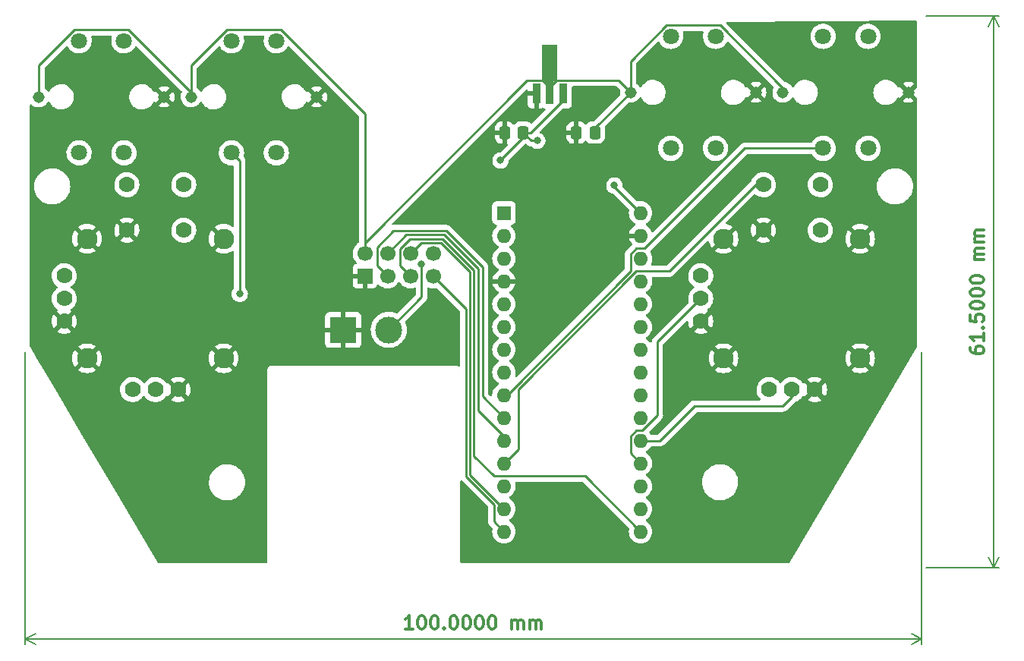
<source format=gbr>
%TF.GenerationSoftware,KiCad,Pcbnew,(6.0.9)*%
%TF.CreationDate,2023-02-05T16:32:41+11:00*%
%TF.ProjectId,RemoteController001,52656d6f-7465-4436-9f6e-74726f6c6c65,rev?*%
%TF.SameCoordinates,Original*%
%TF.FileFunction,Copper,L1,Top*%
%TF.FilePolarity,Positive*%
%FSLAX46Y46*%
G04 Gerber Fmt 4.6, Leading zero omitted, Abs format (unit mm)*
G04 Created by KiCad (PCBNEW (6.0.9)) date 2023-02-05 16:32:41*
%MOMM*%
%LPD*%
G01*
G04 APERTURE LIST*
G04 Aperture macros list*
%AMRoundRect*
0 Rectangle with rounded corners*
0 $1 Rounding radius*
0 $2 $3 $4 $5 $6 $7 $8 $9 X,Y pos of 4 corners*
0 Add a 4 corners polygon primitive as box body*
4,1,4,$2,$3,$4,$5,$6,$7,$8,$9,$2,$3,0*
0 Add four circle primitives for the rounded corners*
1,1,$1+$1,$2,$3*
1,1,$1+$1,$4,$5*
1,1,$1+$1,$6,$7*
1,1,$1+$1,$8,$9*
0 Add four rect primitives between the rounded corners*
20,1,$1+$1,$2,$3,$4,$5,0*
20,1,$1+$1,$4,$5,$6,$7,0*
20,1,$1+$1,$6,$7,$8,$9,0*
20,1,$1+$1,$8,$9,$2,$3,0*%
%AMFreePoly0*
4,1,9,5.362500,-0.866500,1.237500,-0.866500,1.237500,-0.450000,-1.237500,-0.450000,-1.237500,0.450000,1.237500,0.450000,1.237500,0.866500,5.362500,0.866500,5.362500,-0.866500,5.362500,-0.866500,$1*%
G04 Aperture macros list end*
%ADD10C,0.300000*%
%TA.AperFunction,NonConductor*%
%ADD11C,0.300000*%
%TD*%
%TA.AperFunction,NonConductor*%
%ADD12C,0.200000*%
%TD*%
%TA.AperFunction,ComponentPad*%
%ADD13C,1.800000*%
%TD*%
%TA.AperFunction,ComponentPad*%
%ADD14C,1.308000*%
%TD*%
%TA.AperFunction,ComponentPad*%
%ADD15R,3.000000X3.000000*%
%TD*%
%TA.AperFunction,ComponentPad*%
%ADD16C,3.000000*%
%TD*%
%TA.AperFunction,ComponentPad*%
%ADD17R,1.700000X1.700000*%
%TD*%
%TA.AperFunction,ComponentPad*%
%ADD18C,1.700000*%
%TD*%
%TA.AperFunction,SMDPad,CuDef*%
%ADD19R,0.900000X2.300000*%
%TD*%
%TA.AperFunction,SMDPad,CuDef*%
%ADD20FreePoly0,90.000000*%
%TD*%
%TA.AperFunction,SMDPad,CuDef*%
%ADD21RoundRect,0.250000X0.337500X0.475000X-0.337500X0.475000X-0.337500X-0.475000X0.337500X-0.475000X0*%
%TD*%
%TA.AperFunction,ComponentPad*%
%ADD22R,1.600000X1.600000*%
%TD*%
%TA.AperFunction,ComponentPad*%
%ADD23O,1.600000X1.600000*%
%TD*%
%TA.AperFunction,ComponentPad*%
%ADD24C,1.778000*%
%TD*%
%TA.AperFunction,ComponentPad*%
%ADD25C,2.286000*%
%TD*%
%TA.AperFunction,ViaPad*%
%ADD26C,0.800000*%
%TD*%
%TA.AperFunction,Conductor*%
%ADD27C,0.250000*%
%TD*%
G04 APERTURE END LIST*
D10*
D11*
X216878571Y-106964285D02*
X216878571Y-107250000D01*
X216950000Y-107392857D01*
X217021428Y-107464285D01*
X217235714Y-107607142D01*
X217521428Y-107678571D01*
X218092857Y-107678571D01*
X218235714Y-107607142D01*
X218307142Y-107535714D01*
X218378571Y-107392857D01*
X218378571Y-107107142D01*
X218307142Y-106964285D01*
X218235714Y-106892857D01*
X218092857Y-106821428D01*
X217735714Y-106821428D01*
X217592857Y-106892857D01*
X217521428Y-106964285D01*
X217450000Y-107107142D01*
X217450000Y-107392857D01*
X217521428Y-107535714D01*
X217592857Y-107607142D01*
X217735714Y-107678571D01*
X218378571Y-105392857D02*
X218378571Y-106250000D01*
X218378571Y-105821428D02*
X216878571Y-105821428D01*
X217092857Y-105964285D01*
X217235714Y-106107142D01*
X217307142Y-106250000D01*
X218235714Y-104750000D02*
X218307142Y-104678571D01*
X218378571Y-104750000D01*
X218307142Y-104821428D01*
X218235714Y-104750000D01*
X218378571Y-104750000D01*
X216878571Y-103321428D02*
X216878571Y-104035714D01*
X217592857Y-104107142D01*
X217521428Y-104035714D01*
X217450000Y-103892857D01*
X217450000Y-103535714D01*
X217521428Y-103392857D01*
X217592857Y-103321428D01*
X217735714Y-103250000D01*
X218092857Y-103250000D01*
X218235714Y-103321428D01*
X218307142Y-103392857D01*
X218378571Y-103535714D01*
X218378571Y-103892857D01*
X218307142Y-104035714D01*
X218235714Y-104107142D01*
X216878571Y-102321428D02*
X216878571Y-102178571D01*
X216950000Y-102035714D01*
X217021428Y-101964285D01*
X217164285Y-101892857D01*
X217450000Y-101821428D01*
X217807142Y-101821428D01*
X218092857Y-101892857D01*
X218235714Y-101964285D01*
X218307142Y-102035714D01*
X218378571Y-102178571D01*
X218378571Y-102321428D01*
X218307142Y-102464285D01*
X218235714Y-102535714D01*
X218092857Y-102607142D01*
X217807142Y-102678571D01*
X217450000Y-102678571D01*
X217164285Y-102607142D01*
X217021428Y-102535714D01*
X216950000Y-102464285D01*
X216878571Y-102321428D01*
X216878571Y-100892857D02*
X216878571Y-100750000D01*
X216950000Y-100607142D01*
X217021428Y-100535714D01*
X217164285Y-100464285D01*
X217450000Y-100392857D01*
X217807142Y-100392857D01*
X218092857Y-100464285D01*
X218235714Y-100535714D01*
X218307142Y-100607142D01*
X218378571Y-100750000D01*
X218378571Y-100892857D01*
X218307142Y-101035714D01*
X218235714Y-101107142D01*
X218092857Y-101178571D01*
X217807142Y-101250000D01*
X217450000Y-101250000D01*
X217164285Y-101178571D01*
X217021428Y-101107142D01*
X216950000Y-101035714D01*
X216878571Y-100892857D01*
X216878571Y-99464285D02*
X216878571Y-99321428D01*
X216950000Y-99178571D01*
X217021428Y-99107142D01*
X217164285Y-99035714D01*
X217450000Y-98964285D01*
X217807142Y-98964285D01*
X218092857Y-99035714D01*
X218235714Y-99107142D01*
X218307142Y-99178571D01*
X218378571Y-99321428D01*
X218378571Y-99464285D01*
X218307142Y-99607142D01*
X218235714Y-99678571D01*
X218092857Y-99750000D01*
X217807142Y-99821428D01*
X217450000Y-99821428D01*
X217164285Y-99750000D01*
X217021428Y-99678571D01*
X216950000Y-99607142D01*
X216878571Y-99464285D01*
X218378571Y-97178571D02*
X217378571Y-97178571D01*
X217521428Y-97178571D02*
X217450000Y-97107142D01*
X217378571Y-96964285D01*
X217378571Y-96750000D01*
X217450000Y-96607142D01*
X217592857Y-96535714D01*
X218378571Y-96535714D01*
X217592857Y-96535714D02*
X217450000Y-96464285D01*
X217378571Y-96321428D01*
X217378571Y-96107142D01*
X217450000Y-95964285D01*
X217592857Y-95892857D01*
X218378571Y-95892857D01*
X218378571Y-95178571D02*
X217378571Y-95178571D01*
X217521428Y-95178571D02*
X217450000Y-95107142D01*
X217378571Y-94964285D01*
X217378571Y-94750000D01*
X217450000Y-94607142D01*
X217592857Y-94535714D01*
X218378571Y-94535714D01*
X217592857Y-94535714D02*
X217450000Y-94464285D01*
X217378571Y-94321428D01*
X217378571Y-94107142D01*
X217450000Y-93964285D01*
X217592857Y-93892857D01*
X218378571Y-93892857D01*
D12*
X212000000Y-70000000D02*
X220086420Y-70000000D01*
X212000000Y-131500000D02*
X220086420Y-131500000D01*
X219500000Y-70000000D02*
X219500000Y-131500000D01*
X219500000Y-70000000D02*
X219500000Y-131500000D01*
X219500000Y-70000000D02*
X218913579Y-71126504D01*
X219500000Y-70000000D02*
X220086421Y-71126504D01*
X219500000Y-131500000D02*
X220086421Y-130373496D01*
X219500000Y-131500000D02*
X218913579Y-130373496D01*
D10*
D11*
X154714285Y-138378571D02*
X153857142Y-138378571D01*
X154285714Y-138378571D02*
X154285714Y-136878571D01*
X154142857Y-137092857D01*
X154000000Y-137235714D01*
X153857142Y-137307142D01*
X155642857Y-136878571D02*
X155785714Y-136878571D01*
X155928571Y-136950000D01*
X156000000Y-137021428D01*
X156071428Y-137164285D01*
X156142857Y-137450000D01*
X156142857Y-137807142D01*
X156071428Y-138092857D01*
X156000000Y-138235714D01*
X155928571Y-138307142D01*
X155785714Y-138378571D01*
X155642857Y-138378571D01*
X155500000Y-138307142D01*
X155428571Y-138235714D01*
X155357142Y-138092857D01*
X155285714Y-137807142D01*
X155285714Y-137450000D01*
X155357142Y-137164285D01*
X155428571Y-137021428D01*
X155500000Y-136950000D01*
X155642857Y-136878571D01*
X157071428Y-136878571D02*
X157214285Y-136878571D01*
X157357142Y-136950000D01*
X157428571Y-137021428D01*
X157500000Y-137164285D01*
X157571428Y-137450000D01*
X157571428Y-137807142D01*
X157500000Y-138092857D01*
X157428571Y-138235714D01*
X157357142Y-138307142D01*
X157214285Y-138378571D01*
X157071428Y-138378571D01*
X156928571Y-138307142D01*
X156857142Y-138235714D01*
X156785714Y-138092857D01*
X156714285Y-137807142D01*
X156714285Y-137450000D01*
X156785714Y-137164285D01*
X156857142Y-137021428D01*
X156928571Y-136950000D01*
X157071428Y-136878571D01*
X158214285Y-138235714D02*
X158285714Y-138307142D01*
X158214285Y-138378571D01*
X158142857Y-138307142D01*
X158214285Y-138235714D01*
X158214285Y-138378571D01*
X159214285Y-136878571D02*
X159357142Y-136878571D01*
X159500000Y-136950000D01*
X159571428Y-137021428D01*
X159642857Y-137164285D01*
X159714285Y-137450000D01*
X159714285Y-137807142D01*
X159642857Y-138092857D01*
X159571428Y-138235714D01*
X159500000Y-138307142D01*
X159357142Y-138378571D01*
X159214285Y-138378571D01*
X159071428Y-138307142D01*
X159000000Y-138235714D01*
X158928571Y-138092857D01*
X158857142Y-137807142D01*
X158857142Y-137450000D01*
X158928571Y-137164285D01*
X159000000Y-137021428D01*
X159071428Y-136950000D01*
X159214285Y-136878571D01*
X160642857Y-136878571D02*
X160785714Y-136878571D01*
X160928571Y-136950000D01*
X161000000Y-137021428D01*
X161071428Y-137164285D01*
X161142857Y-137450000D01*
X161142857Y-137807142D01*
X161071428Y-138092857D01*
X161000000Y-138235714D01*
X160928571Y-138307142D01*
X160785714Y-138378571D01*
X160642857Y-138378571D01*
X160500000Y-138307142D01*
X160428571Y-138235714D01*
X160357142Y-138092857D01*
X160285714Y-137807142D01*
X160285714Y-137450000D01*
X160357142Y-137164285D01*
X160428571Y-137021428D01*
X160500000Y-136950000D01*
X160642857Y-136878571D01*
X162071428Y-136878571D02*
X162214285Y-136878571D01*
X162357142Y-136950000D01*
X162428571Y-137021428D01*
X162500000Y-137164285D01*
X162571428Y-137450000D01*
X162571428Y-137807142D01*
X162500000Y-138092857D01*
X162428571Y-138235714D01*
X162357142Y-138307142D01*
X162214285Y-138378571D01*
X162071428Y-138378571D01*
X161928571Y-138307142D01*
X161857142Y-138235714D01*
X161785714Y-138092857D01*
X161714285Y-137807142D01*
X161714285Y-137450000D01*
X161785714Y-137164285D01*
X161857142Y-137021428D01*
X161928571Y-136950000D01*
X162071428Y-136878571D01*
X163500000Y-136878571D02*
X163642857Y-136878571D01*
X163785714Y-136950000D01*
X163857142Y-137021428D01*
X163928571Y-137164285D01*
X164000000Y-137450000D01*
X164000000Y-137807142D01*
X163928571Y-138092857D01*
X163857142Y-138235714D01*
X163785714Y-138307142D01*
X163642857Y-138378571D01*
X163500000Y-138378571D01*
X163357142Y-138307142D01*
X163285714Y-138235714D01*
X163214285Y-138092857D01*
X163142857Y-137807142D01*
X163142857Y-137450000D01*
X163214285Y-137164285D01*
X163285714Y-137021428D01*
X163357142Y-136950000D01*
X163500000Y-136878571D01*
X165785714Y-138378571D02*
X165785714Y-137378571D01*
X165785714Y-137521428D02*
X165857142Y-137450000D01*
X166000000Y-137378571D01*
X166214285Y-137378571D01*
X166357142Y-137450000D01*
X166428571Y-137592857D01*
X166428571Y-138378571D01*
X166428571Y-137592857D02*
X166500000Y-137450000D01*
X166642857Y-137378571D01*
X166857142Y-137378571D01*
X167000000Y-137450000D01*
X167071428Y-137592857D01*
X167071428Y-138378571D01*
X167785714Y-138378571D02*
X167785714Y-137378571D01*
X167785714Y-137521428D02*
X167857142Y-137450000D01*
X168000000Y-137378571D01*
X168214285Y-137378571D01*
X168357142Y-137450000D01*
X168428571Y-137592857D01*
X168428571Y-138378571D01*
X168428571Y-137592857D02*
X168500000Y-137450000D01*
X168642857Y-137378571D01*
X168857142Y-137378571D01*
X169000000Y-137450000D01*
X169071428Y-137592857D01*
X169071428Y-138378571D01*
D12*
X211500000Y-107500000D02*
X211500000Y-140086420D01*
X111500000Y-107500000D02*
X111500000Y-140086420D01*
X211500000Y-139500000D02*
X111500000Y-139500000D01*
X211500000Y-139500000D02*
X111500000Y-139500000D01*
X211500000Y-139500000D02*
X210373496Y-138913579D01*
X211500000Y-139500000D02*
X210373496Y-140086421D01*
X111500000Y-139500000D02*
X112626504Y-140086421D01*
X111500000Y-139500000D02*
X112626504Y-138913579D01*
D13*
%TO.P,S3,A*%
%TO.N,/D4*%
X134500000Y-72750000D03*
%TO.P,S3,B*%
%TO.N,+5V*%
X139500000Y-72750000D03*
%TO.P,S3,C*%
%TO.N,/D4*%
X134500000Y-85250000D03*
%TO.P,S3,D*%
%TO.N,+5V*%
X139500000Y-85250000D03*
D14*
%TO.P,S3,E*%
%TO.N,+3V3*%
X130000000Y-79000000D03*
%TO.P,S3,F*%
%TO.N,GND*%
X144000000Y-79000000D03*
%TD*%
D15*
%TO.P,J1,1,Pin_1*%
%TO.N,GND*%
X146960000Y-105000000D03*
D16*
%TO.P,J1,2,Pin_2*%
%TO.N,+6V*%
X152040000Y-105000000D03*
%TD*%
D17*
%TO.P,U4,1,GND*%
%TO.N,GND*%
X149375000Y-99000000D03*
D18*
%TO.P,U4,2,VCC*%
%TO.N,+3V3*%
X149375000Y-96460000D03*
%TO.P,U4,3,CE*%
%TO.N,/D7*%
X151915000Y-99000000D03*
%TO.P,U4,4,~{CSN}*%
%TO.N,/D8*%
X151915000Y-96460000D03*
%TO.P,U4,5,SCK*%
%TO.N,/D13*%
X154455000Y-99000000D03*
%TO.P,U4,6,MOSI*%
%TO.N,/D11*%
X154455000Y-96460000D03*
%TO.P,U4,7,MISO*%
%TO.N,/D12*%
X156995000Y-99000000D03*
%TO.P,U4,8,IRQ*%
%TO.N,unconnected-(U4-Pad8)*%
X156995000Y-96460000D03*
%TD*%
D19*
%TO.P,U3,1,GND*%
%TO.N,GND*%
X168500000Y-78650000D03*
D20*
%TO.P,U3,2,VO*%
%TO.N,+3V3*%
X170000000Y-78562500D03*
D19*
%TO.P,U3,3,VI*%
%TO.N,+6V*%
X171500000Y-78650000D03*
%TD*%
D13*
%TO.P,S2,A*%
%TO.N,/D5*%
X183500000Y-72250000D03*
%TO.P,S2,B*%
%TO.N,+5V*%
X188500000Y-72250000D03*
%TO.P,S2,C*%
%TO.N,/D5*%
X183500000Y-84750000D03*
%TO.P,S2,D*%
%TO.N,+5V*%
X188500000Y-84750000D03*
D14*
%TO.P,S2,E*%
%TO.N,+3V3*%
X179000000Y-78500000D03*
%TO.P,S2,F*%
%TO.N,GND*%
X193000000Y-78500000D03*
%TD*%
D13*
%TO.P,S4,A*%
%TO.N,/D3*%
X117500000Y-72750000D03*
%TO.P,S4,B*%
%TO.N,+5V*%
X122500000Y-72750000D03*
%TO.P,S4,C*%
%TO.N,/D3*%
X117500000Y-85250000D03*
%TO.P,S4,D*%
%TO.N,+5V*%
X122500000Y-85250000D03*
D14*
%TO.P,S4,E*%
%TO.N,+3V3*%
X113000000Y-79000000D03*
%TO.P,S4,F*%
%TO.N,GND*%
X127000000Y-79000000D03*
%TD*%
D21*
%TO.P,C2,1*%
%TO.N,+3V3*%
X175037500Y-83000000D03*
%TO.P,C2,2*%
%TO.N,GND*%
X172962500Y-83000000D03*
%TD*%
D22*
%TO.P,A1,1,D1/TX*%
%TO.N,unconnected-(A1-Pad1)*%
X164890000Y-91950000D03*
D23*
%TO.P,A1,2,D0/RX*%
%TO.N,unconnected-(A1-Pad2)*%
X164890000Y-94490000D03*
%TO.P,A1,3,~{RESET}*%
%TO.N,unconnected-(A1-Pad3)*%
X164890000Y-97030000D03*
%TO.P,A1,4,GND*%
%TO.N,GND*%
X164890000Y-99570000D03*
%TO.P,A1,5,D2*%
%TO.N,unconnected-(A1-Pad5)*%
X164890000Y-102110000D03*
%TO.P,A1,6,D3*%
%TO.N,/D3*%
X164890000Y-104650000D03*
%TO.P,A1,7,D4*%
%TO.N,/D4*%
X164890000Y-107190000D03*
%TO.P,A1,8,D5*%
%TO.N,/D5*%
X164890000Y-109730000D03*
%TO.P,A1,9,D6*%
%TO.N,/D6*%
X164890000Y-112270000D03*
%TO.P,A1,10,D7*%
%TO.N,/D7*%
X164890000Y-114810000D03*
%TO.P,A1,11,D8*%
%TO.N,/D8*%
X164890000Y-117350000D03*
%TO.P,A1,12,D9*%
%TO.N,/D9*%
X164890000Y-119890000D03*
%TO.P,A1,13,D10*%
%TO.N,/D10*%
X164890000Y-122430000D03*
%TO.P,A1,14,D11*%
%TO.N,/D11*%
X164890000Y-124970000D03*
%TO.P,A1,15,D12*%
%TO.N,/D12*%
X164890000Y-127510000D03*
%TO.P,A1,16,D13*%
%TO.N,/D13*%
X180130000Y-127510000D03*
%TO.P,A1,17,3V3*%
%TO.N,unconnected-(A1-Pad17)*%
X180130000Y-124970000D03*
%TO.P,A1,18,AREF*%
%TO.N,unconnected-(A1-Pad18)*%
X180130000Y-122430000D03*
%TO.P,A1,19,A0*%
%TO.N,/A0*%
X180130000Y-119890000D03*
%TO.P,A1,20,A1*%
%TO.N,/A1*%
X180130000Y-117350000D03*
%TO.P,A1,21,A2*%
%TO.N,/A2*%
X180130000Y-114810000D03*
%TO.P,A1,22,A3*%
%TO.N,/A3*%
X180130000Y-112270000D03*
%TO.P,A1,23,A4*%
%TO.N,unconnected-(A1-Pad23)*%
X180130000Y-109730000D03*
%TO.P,A1,24,A5*%
%TO.N,unconnected-(A1-Pad24)*%
X180130000Y-107190000D03*
%TO.P,A1,25,A6*%
%TO.N,unconnected-(A1-Pad25)*%
X180130000Y-104650000D03*
%TO.P,A1,26,A7*%
%TO.N,unconnected-(A1-Pad26)*%
X180130000Y-102110000D03*
%TO.P,A1,27,+5V*%
%TO.N,+5V*%
X180130000Y-99570000D03*
%TO.P,A1,28,~{RESET}*%
%TO.N,unconnected-(A1-Pad28)*%
X180130000Y-97030000D03*
%TO.P,A1,29,GND*%
%TO.N,GND*%
X180130000Y-94490000D03*
%TO.P,A1,30,VIN*%
%TO.N,+6V*%
X180130000Y-91950000D03*
%TD*%
D24*
%TO.P,U1,B1A,SEL+*%
%TO.N,/D9*%
X193825000Y-88800000D03*
%TO.P,U1,B1B*%
%TO.N,N/C*%
X200175000Y-88800000D03*
%TO.P,U1,B2A,SEL-*%
%TO.N,GND*%
X193825000Y-93880000D03*
%TO.P,U1,B2B*%
%TO.N,N/C*%
X200175000Y-93880000D03*
%TO.P,U1,H1,H+*%
%TO.N,+5V*%
X194460000Y-111660000D03*
%TO.P,U1,H2,H*%
%TO.N,/A1*%
X197000000Y-111660000D03*
%TO.P,U1,H3,H-*%
%TO.N,GND*%
X199540000Y-111660000D03*
D25*
%TO.P,U1,S1,SHIELD*%
X189380000Y-94832500D03*
%TO.P,U1,S2,SHIELD*%
X189380000Y-108167500D03*
%TO.P,U1,S3,SHIELD*%
X204620000Y-108167500D03*
%TO.P,U1,S4,SHIELD*%
X204620000Y-94832500D03*
D24*
%TO.P,U1,V1,V+*%
%TO.N,+5V*%
X186840000Y-98960000D03*
%TO.P,U1,V2,V*%
%TO.N,/A0*%
X186840000Y-101500000D03*
%TO.P,U1,V3,V-*%
%TO.N,GND*%
X186840000Y-104040000D03*
%TD*%
D13*
%TO.P,S1,A*%
%TO.N,/D6*%
X200500000Y-72250000D03*
%TO.P,S1,B*%
%TO.N,+5V*%
X205500000Y-72250000D03*
%TO.P,S1,C*%
%TO.N,/D6*%
X200500000Y-84750000D03*
%TO.P,S1,D*%
%TO.N,+5V*%
X205500000Y-84750000D03*
D14*
%TO.P,S1,E*%
%TO.N,+3V3*%
X196000000Y-78500000D03*
%TO.P,S1,F*%
%TO.N,GND*%
X210000000Y-78500000D03*
%TD*%
D24*
%TO.P,U2,B1A,SEL+*%
%TO.N,/D10*%
X122825000Y-88800000D03*
%TO.P,U2,B1B*%
%TO.N,N/C*%
X129175000Y-88800000D03*
%TO.P,U2,B2A,SEL-*%
%TO.N,GND*%
X122825000Y-93880000D03*
%TO.P,U2,B2B*%
%TO.N,N/C*%
X129175000Y-93880000D03*
%TO.P,U2,H1,H+*%
%TO.N,+5V*%
X123460000Y-111660000D03*
%TO.P,U2,H2,H*%
%TO.N,/A3*%
X126000000Y-111660000D03*
%TO.P,U2,H3,H-*%
%TO.N,GND*%
X128540000Y-111660000D03*
D25*
%TO.P,U2,S1,SHIELD*%
X118380000Y-94832500D03*
%TO.P,U2,S2,SHIELD*%
X118380000Y-108167500D03*
%TO.P,U2,S3,SHIELD*%
X133620000Y-108167500D03*
%TO.P,U2,S4,SHIELD*%
X133620000Y-94832500D03*
D24*
%TO.P,U2,V1,V+*%
%TO.N,+5V*%
X115840000Y-98960000D03*
%TO.P,U2,V2,V*%
%TO.N,/A2*%
X115840000Y-101500000D03*
%TO.P,U2,V3,V-*%
%TO.N,GND*%
X115840000Y-104040000D03*
%TD*%
D21*
%TO.P,C1,1*%
%TO.N,+6V*%
X167037500Y-83000000D03*
%TO.P,C1,2*%
%TO.N,GND*%
X164962500Y-83000000D03*
%TD*%
D26*
%TO.N,/D4*%
X135414379Y-100985620D03*
%TO.N,+6V*%
X177200000Y-88900000D03*
X168600000Y-83900000D03*
X155700000Y-97700000D03*
X164500000Y-86100000D03*
%TD*%
D27*
%TO.N,/D4*%
X135414379Y-100985620D02*
X135414379Y-96914379D01*
X135400000Y-86150000D02*
X134500000Y-85250000D01*
X135414379Y-96914379D02*
X135400000Y-96900000D01*
X135400000Y-96900000D02*
X135400000Y-86150000D01*
%TO.N,/D6*%
X179664009Y-95905000D02*
X179005000Y-96564009D01*
X179005000Y-96564009D02*
X179005000Y-98467613D01*
X191750000Y-84750000D02*
X180595000Y-95905000D01*
X165202613Y-112270000D02*
X164890000Y-112270000D01*
X180595000Y-95905000D02*
X179664009Y-95905000D01*
X179005000Y-98467613D02*
X165202613Y-112270000D01*
X200500000Y-84750000D02*
X191750000Y-84750000D01*
%TO.N,/D7*%
X162500000Y-112420000D02*
X164890000Y-114810000D01*
X151915000Y-99000000D02*
X150740000Y-97825000D01*
X150740000Y-97825000D02*
X150740000Y-95760000D01*
X158435000Y-93935000D02*
X162500000Y-98000000D01*
X162500000Y-98000000D02*
X162500000Y-112420000D01*
X152565000Y-93935000D02*
X158435000Y-93935000D01*
X150740000Y-95760000D02*
X152565000Y-93935000D01*
%TO.N,/D8*%
X164890000Y-116890000D02*
X164890000Y-117350000D01*
X162000000Y-114000000D02*
X164890000Y-116890000D01*
X158248604Y-94385000D02*
X162000000Y-98136396D01*
X151915000Y-96460000D02*
X153990000Y-94385000D01*
X153990000Y-94385000D02*
X158248604Y-94385000D01*
X162000000Y-98136396D02*
X162000000Y-114000000D01*
%TO.N,/D9*%
X166500000Y-111609009D02*
X166500000Y-118280000D01*
X192970495Y-88800000D02*
X183325495Y-98445000D01*
X166500000Y-118280000D02*
X164890000Y-119890000D01*
X179664009Y-98445000D02*
X166500000Y-111609009D01*
X183325495Y-98445000D02*
X179664009Y-98445000D01*
X193825000Y-88800000D02*
X192970495Y-88800000D01*
%TO.N,/D11*%
X155630000Y-95285000D02*
X157875812Y-95285000D01*
X154455000Y-96460000D02*
X155630000Y-95285000D01*
X161100000Y-98509188D02*
X161100000Y-121180000D01*
X157875812Y-95285000D02*
X161100000Y-98509188D01*
X161100000Y-121180000D02*
X164890000Y-124970000D01*
%TO.N,/D12*%
X163765000Y-124481396D02*
X163765000Y-126385000D01*
X160650000Y-102655000D02*
X160650000Y-121366396D01*
X163765000Y-126385000D02*
X164890000Y-127510000D01*
X160650000Y-121366396D02*
X163765000Y-124481396D01*
X156995000Y-99000000D02*
X160650000Y-102655000D01*
%TO.N,/D13*%
X161550000Y-119050000D02*
X163805000Y-121305000D01*
X154455000Y-99000000D02*
X153280000Y-97825000D01*
X163805000Y-121305000D02*
X173925000Y-121305000D01*
X154418299Y-94835000D02*
X158062208Y-94835000D01*
X153280000Y-97825000D02*
X153280000Y-95973299D01*
X158062208Y-94835000D02*
X161550000Y-98322792D01*
X153280000Y-95973299D02*
X154418299Y-94835000D01*
X161550000Y-98322792D02*
X161550000Y-119050000D01*
X173925000Y-121305000D02*
X180130000Y-127510000D01*
%TO.N,/A0*%
X182000000Y-114530991D02*
X180305991Y-116225000D01*
X186840000Y-101500000D02*
X182000000Y-106340000D01*
X179005000Y-118765000D02*
X180130000Y-119890000D01*
X179005000Y-116884009D02*
X179005000Y-118765000D01*
X180305991Y-116225000D02*
X179664009Y-116225000D01*
X182000000Y-106340000D02*
X182000000Y-114530991D01*
X179664009Y-116225000D02*
X179005000Y-116884009D01*
%TO.N,/A1*%
X197000000Y-111660000D02*
X197000000Y-112500000D01*
X196000000Y-113500000D02*
X186136396Y-113500000D01*
X197000000Y-112500000D02*
X196000000Y-113500000D01*
X182286396Y-117350000D02*
X180130000Y-117350000D01*
X186136396Y-113500000D02*
X182286396Y-117350000D01*
%TO.N,+6V*%
X168600000Y-83900000D02*
X167937500Y-83900000D01*
X167037500Y-83562500D02*
X164500000Y-86100000D01*
X167937500Y-83900000D02*
X167037500Y-83000000D01*
X155700000Y-97700000D02*
X155700000Y-101340000D01*
X171500000Y-79400000D02*
X171500000Y-78650000D01*
X167037500Y-83000000D02*
X167037500Y-83562500D01*
X177200000Y-89020000D02*
X177200000Y-88900000D01*
X155700000Y-101340000D02*
X152040000Y-105000000D01*
X180130000Y-91950000D02*
X177200000Y-89020000D01*
X167900000Y-83000000D02*
X171500000Y-79400000D01*
X167037500Y-83000000D02*
X167900000Y-83000000D01*
%TO.N,+3V3*%
X196000000Y-78017588D02*
X196000000Y-78500000D01*
X133992588Y-71525000D02*
X140007412Y-71525000D01*
X140007412Y-71525000D02*
X149375000Y-80892588D01*
X149375000Y-96460000D02*
X149375000Y-95257919D01*
X130000000Y-78500000D02*
X130000000Y-79000000D01*
X175037500Y-82462500D02*
X179000000Y-78500000D01*
X170000000Y-78000000D02*
X170000000Y-78562500D01*
X116992588Y-71525000D02*
X123025000Y-71525000D01*
X149375000Y-80892588D02*
X149375000Y-96460000D01*
X169175000Y-77175000D02*
X170000000Y-78000000D01*
X182992588Y-71025000D02*
X189007412Y-71025000D01*
X130000000Y-79000000D02*
X130000000Y-75517588D01*
X179000000Y-75017588D02*
X182992588Y-71025000D01*
X113000000Y-79000000D02*
X113000000Y-75517588D01*
X170000000Y-77900000D02*
X170000000Y-78562500D01*
X175037500Y-83000000D02*
X175037500Y-82462500D01*
X149375000Y-95257919D02*
X167457919Y-77175000D01*
X179000000Y-78500000D02*
X179000000Y-75017588D01*
X170725000Y-77175000D02*
X170000000Y-77900000D01*
X113000000Y-75517588D02*
X116992588Y-71525000D01*
X130000000Y-75517588D02*
X133992588Y-71525000D01*
X169275000Y-77175000D02*
X170000000Y-77900000D01*
X179000000Y-78500000D02*
X177675000Y-77175000D01*
X167457919Y-77175000D02*
X169275000Y-77175000D01*
X189007412Y-71025000D02*
X196000000Y-78017588D01*
X123025000Y-71525000D02*
X130000000Y-78500000D01*
X177675000Y-77175000D02*
X170725000Y-77175000D01*
%TD*%
%TA.AperFunction,Conductor*%
%TO.N,GND*%
G36*
X121104722Y-72178502D02*
G01*
X121151215Y-72232158D01*
X121161319Y-72302432D01*
X121158019Y-72318172D01*
X121111707Y-72485169D01*
X121087095Y-72715469D01*
X121087392Y-72720622D01*
X121087392Y-72720625D01*
X121100129Y-72941529D01*
X121100427Y-72946697D01*
X121101564Y-72951743D01*
X121101565Y-72951749D01*
X121124894Y-73055266D01*
X121151346Y-73172642D01*
X121153288Y-73177424D01*
X121153289Y-73177428D01*
X121219182Y-73339703D01*
X121238484Y-73387237D01*
X121359501Y-73584719D01*
X121511147Y-73759784D01*
X121689349Y-73907730D01*
X121889322Y-74024584D01*
X122105694Y-74107209D01*
X122110760Y-74108240D01*
X122110761Y-74108240D01*
X122163846Y-74119040D01*
X122332656Y-74153385D01*
X122463324Y-74158176D01*
X122558949Y-74161683D01*
X122558953Y-74161683D01*
X122564113Y-74161872D01*
X122569233Y-74161216D01*
X122569235Y-74161216D01*
X122642270Y-74151860D01*
X122793847Y-74132442D01*
X122798795Y-74130957D01*
X122798802Y-74130956D01*
X123010747Y-74067369D01*
X123015690Y-74065886D01*
X123096236Y-74026427D01*
X123219049Y-73966262D01*
X123219052Y-73966260D01*
X123223684Y-73963991D01*
X123412243Y-73829494D01*
X123576303Y-73666005D01*
X123585372Y-73653385D01*
X123677924Y-73524584D01*
X123711458Y-73477917D01*
X123719823Y-73460993D01*
X123756188Y-73387412D01*
X123804301Y-73335205D01*
X123873002Y-73317298D01*
X123940479Y-73339376D01*
X123958240Y-73354144D01*
X128937099Y-78333003D01*
X128971125Y-78395315D01*
X128966060Y-78466130D01*
X128959513Y-78480764D01*
X128921389Y-78553225D01*
X128919675Y-78558746D01*
X128919673Y-78558750D01*
X128862742Y-78742099D01*
X128858032Y-78757267D01*
X128832920Y-78969439D01*
X128846894Y-79182634D01*
X128899485Y-79389713D01*
X128988933Y-79583740D01*
X128992266Y-79588456D01*
X129046398Y-79665051D01*
X129112241Y-79758218D01*
X129265281Y-79907302D01*
X129442927Y-80026001D01*
X129448230Y-80028279D01*
X129448233Y-80028281D01*
X129610474Y-80097985D01*
X129639229Y-80110339D01*
X129738836Y-80132878D01*
X129841977Y-80156217D01*
X129841980Y-80156217D01*
X129847613Y-80157492D01*
X129853384Y-80157719D01*
X129853386Y-80157719D01*
X129918363Y-80160272D01*
X130061101Y-80165880D01*
X130166822Y-80150551D01*
X130266829Y-80136051D01*
X130266834Y-80136050D01*
X130272543Y-80135222D01*
X130278007Y-80133367D01*
X130278012Y-80133366D01*
X130469389Y-80068402D01*
X130474857Y-80066546D01*
X130661268Y-79962151D01*
X130733039Y-79902460D01*
X130802467Y-79844717D01*
X130825533Y-79825533D01*
X130962151Y-79661268D01*
X130976547Y-79635563D01*
X130983266Y-79623564D01*
X130999400Y-79594755D01*
X131050136Y-79545094D01*
X131119667Y-79530746D01*
X131185918Y-79556268D01*
X131226526Y-79610039D01*
X131227511Y-79612534D01*
X131231867Y-79623564D01*
X131233829Y-79628533D01*
X131357832Y-79832883D01*
X131361329Y-79836913D01*
X131496529Y-79992717D01*
X131514493Y-80013419D01*
X131518619Y-80016802D01*
X131518623Y-80016806D01*
X131617629Y-80097985D01*
X131699333Y-80164978D01*
X131703969Y-80167617D01*
X131703972Y-80167619D01*
X131854532Y-80253323D01*
X131907066Y-80283227D01*
X132131753Y-80364784D01*
X132137002Y-80365733D01*
X132137005Y-80365734D01*
X132362885Y-80406580D01*
X132362893Y-80406581D01*
X132366969Y-80407318D01*
X132385359Y-80408185D01*
X132390544Y-80408430D01*
X132390551Y-80408430D01*
X132392032Y-80408500D01*
X132560012Y-80408500D01*
X132738175Y-80393383D01*
X132743339Y-80392043D01*
X132743343Y-80392042D01*
X132964375Y-80334673D01*
X132964380Y-80334671D01*
X132969540Y-80333332D01*
X133026594Y-80307631D01*
X133182619Y-80237347D01*
X133182622Y-80237346D01*
X133187480Y-80235157D01*
X133385762Y-80101666D01*
X133426015Y-80063267D01*
X133468444Y-80022791D01*
X133558718Y-79936674D01*
X133572907Y-79917604D01*
X133698216Y-79749182D01*
X133701402Y-79744900D01*
X133705243Y-79737347D01*
X133807314Y-79536586D01*
X133807314Y-79536585D01*
X133809733Y-79531828D01*
X133861678Y-79364539D01*
X133879032Y-79308651D01*
X133879033Y-79308645D01*
X133880616Y-79303548D01*
X133904471Y-79123568D01*
X133911323Y-79071873D01*
X133911323Y-79071869D01*
X133912023Y-79066589D01*
X133907023Y-78933411D01*
X140087977Y-78933411D01*
X140096945Y-79172274D01*
X140146030Y-79406211D01*
X140233829Y-79628533D01*
X140357832Y-79832883D01*
X140361329Y-79836913D01*
X140496529Y-79992717D01*
X140514493Y-80013419D01*
X140518619Y-80016802D01*
X140518623Y-80016806D01*
X140617629Y-80097985D01*
X140699333Y-80164978D01*
X140703969Y-80167617D01*
X140703972Y-80167619D01*
X140854532Y-80253323D01*
X140907066Y-80283227D01*
X141131753Y-80364784D01*
X141137002Y-80365733D01*
X141137005Y-80365734D01*
X141362885Y-80406580D01*
X141362893Y-80406581D01*
X141366969Y-80407318D01*
X141385359Y-80408185D01*
X141390544Y-80408430D01*
X141390551Y-80408430D01*
X141392032Y-80408500D01*
X141560012Y-80408500D01*
X141738175Y-80393383D01*
X141743339Y-80392043D01*
X141743343Y-80392042D01*
X141964375Y-80334673D01*
X141964380Y-80334671D01*
X141969540Y-80333332D01*
X142026594Y-80307631D01*
X142182619Y-80237347D01*
X142182622Y-80237346D01*
X142187480Y-80235157D01*
X142385762Y-80101666D01*
X142426015Y-80063267D01*
X142468444Y-80022791D01*
X142513062Y-79980228D01*
X143384132Y-79980228D01*
X143394014Y-79992717D01*
X143438362Y-80022350D01*
X143448472Y-80027840D01*
X143634077Y-80107582D01*
X143645020Y-80111137D01*
X143842042Y-80155719D01*
X143853452Y-80157221D01*
X144055307Y-80165152D01*
X144066789Y-80164550D01*
X144266712Y-80135563D01*
X144277894Y-80132878D01*
X144469185Y-80067943D01*
X144479688Y-80063267D01*
X144607708Y-79991573D01*
X144617570Y-79981497D01*
X144614615Y-79973825D01*
X144012812Y-79372022D01*
X143998868Y-79364408D01*
X143997035Y-79364539D01*
X143990420Y-79368790D01*
X143390328Y-79968882D01*
X143384132Y-79980228D01*
X142513062Y-79980228D01*
X142558718Y-79936674D01*
X142572907Y-79917604D01*
X142698216Y-79749182D01*
X142701402Y-79744900D01*
X142705243Y-79737347D01*
X142774953Y-79600236D01*
X142823656Y-79548578D01*
X142892556Y-79531452D01*
X142959778Y-79554294D01*
X142990168Y-79584622D01*
X143007042Y-79608500D01*
X143017630Y-79616887D01*
X143030931Y-79609859D01*
X143627978Y-79012812D01*
X143634356Y-79001132D01*
X144364408Y-79001132D01*
X144364539Y-79002965D01*
X144368790Y-79009580D01*
X144969910Y-79610700D01*
X144982290Y-79617460D01*
X144988870Y-79612534D01*
X145063267Y-79479688D01*
X145067943Y-79469185D01*
X145132878Y-79277894D01*
X145135563Y-79266712D01*
X145164846Y-79064749D01*
X145165476Y-79057366D01*
X145166881Y-79003704D01*
X145166638Y-78996305D01*
X145147966Y-78793092D01*
X145145868Y-78781771D01*
X145091038Y-78587357D01*
X145086913Y-78576610D01*
X144997567Y-78395438D01*
X144993663Y-78389066D01*
X144983453Y-78381404D01*
X144971033Y-78388177D01*
X144372022Y-78987188D01*
X144364408Y-79001132D01*
X143634356Y-79001132D01*
X143635592Y-78998868D01*
X143635461Y-78997035D01*
X143631210Y-78990420D01*
X143028558Y-78387768D01*
X143016178Y-78381008D01*
X143010214Y-78385473D01*
X143001816Y-78401435D01*
X142952397Y-78452408D01*
X142883265Y-78468571D01*
X142816368Y-78444793D01*
X142773116Y-78389053D01*
X142772770Y-78388177D01*
X142766171Y-78371467D01*
X142642168Y-78167117D01*
X142572956Y-78087357D01*
X142513879Y-78019277D01*
X143383389Y-78019277D01*
X143386876Y-78027666D01*
X143987188Y-78627978D01*
X144001132Y-78635592D01*
X144002965Y-78635461D01*
X144009580Y-78631210D01*
X144609433Y-78031357D01*
X144616193Y-78018977D01*
X144610163Y-78010922D01*
X144534680Y-77963296D01*
X144524436Y-77958076D01*
X144336808Y-77883220D01*
X144325770Y-77879950D01*
X144127650Y-77840542D01*
X144116203Y-77839339D01*
X143914222Y-77836695D01*
X143902742Y-77837598D01*
X143703661Y-77871807D01*
X143692541Y-77874787D01*
X143503019Y-77944705D01*
X143492642Y-77949655D01*
X143392987Y-78008944D01*
X143383389Y-78019277D01*
X142513879Y-78019277D01*
X142489007Y-77990614D01*
X142489005Y-77990612D01*
X142485507Y-77986581D01*
X142481381Y-77983198D01*
X142481377Y-77983194D01*
X142304795Y-77838407D01*
X142300667Y-77835022D01*
X142296031Y-77832383D01*
X142296028Y-77832381D01*
X142097577Y-77719416D01*
X142092934Y-77716773D01*
X141868247Y-77635216D01*
X141862998Y-77634267D01*
X141862995Y-77634266D01*
X141637115Y-77593420D01*
X141637107Y-77593419D01*
X141633031Y-77592682D01*
X141614641Y-77591815D01*
X141609456Y-77591570D01*
X141609449Y-77591570D01*
X141607968Y-77591500D01*
X141439988Y-77591500D01*
X141261825Y-77606617D01*
X141256661Y-77607957D01*
X141256657Y-77607958D01*
X141035625Y-77665327D01*
X141035620Y-77665329D01*
X141030460Y-77666668D01*
X141025594Y-77668860D01*
X140817381Y-77762653D01*
X140817378Y-77762654D01*
X140812520Y-77764843D01*
X140614238Y-77898334D01*
X140610381Y-77902013D01*
X140610379Y-77902015D01*
X140557554Y-77952408D01*
X140441282Y-78063326D01*
X140438099Y-78067603D01*
X140438099Y-78067604D01*
X140390775Y-78131210D01*
X140298598Y-78255100D01*
X140296182Y-78259851D01*
X140296180Y-78259855D01*
X140198710Y-78451566D01*
X140190267Y-78468172D01*
X140162142Y-78558750D01*
X140120968Y-78691349D01*
X140120967Y-78691355D01*
X140119384Y-78696452D01*
X140110564Y-78762996D01*
X140090080Y-78917548D01*
X140087977Y-78933411D01*
X133907023Y-78933411D01*
X133903055Y-78827726D01*
X133871401Y-78676866D01*
X133855067Y-78599016D01*
X133855066Y-78599013D01*
X133853970Y-78593789D01*
X133766171Y-78371467D01*
X133642168Y-78167117D01*
X133572956Y-78087357D01*
X133489007Y-77990614D01*
X133489005Y-77990612D01*
X133485507Y-77986581D01*
X133481381Y-77983198D01*
X133481377Y-77983194D01*
X133304795Y-77838407D01*
X133300667Y-77835022D01*
X133296031Y-77832383D01*
X133296028Y-77832381D01*
X133097577Y-77719416D01*
X133092934Y-77716773D01*
X132868247Y-77635216D01*
X132862998Y-77634267D01*
X132862995Y-77634266D01*
X132637115Y-77593420D01*
X132637107Y-77593419D01*
X132633031Y-77592682D01*
X132614641Y-77591815D01*
X132609456Y-77591570D01*
X132609449Y-77591570D01*
X132607968Y-77591500D01*
X132439988Y-77591500D01*
X132261825Y-77606617D01*
X132256661Y-77607957D01*
X132256657Y-77607958D01*
X132035625Y-77665327D01*
X132035620Y-77665329D01*
X132030460Y-77666668D01*
X132025594Y-77668860D01*
X131817381Y-77762653D01*
X131817378Y-77762654D01*
X131812520Y-77764843D01*
X131614238Y-77898334D01*
X131610381Y-77902013D01*
X131610379Y-77902015D01*
X131557554Y-77952408D01*
X131441282Y-78063326D01*
X131438099Y-78067603D01*
X131438099Y-78067604D01*
X131390775Y-78131210D01*
X131298598Y-78255100D01*
X131296180Y-78259855D01*
X131296178Y-78259859D01*
X131224974Y-78399908D01*
X131176271Y-78451566D01*
X131107371Y-78468693D01*
X131040150Y-78445851D01*
X130999651Y-78398533D01*
X130995440Y-78389993D01*
X130976139Y-78364145D01*
X130871060Y-78223427D01*
X130871059Y-78223426D01*
X130867607Y-78218803D01*
X130843428Y-78196452D01*
X130714957Y-78077695D01*
X130714954Y-78077693D01*
X130710717Y-78073776D01*
X130705838Y-78070698D01*
X130705836Y-78070696D01*
X130700935Y-78067604D01*
X130692265Y-78062134D01*
X130645327Y-78008869D01*
X130633500Y-77955572D01*
X130633500Y-75832182D01*
X130653502Y-75764061D01*
X130670405Y-75743087D01*
X133044828Y-73368664D01*
X133107140Y-73334638D01*
X133177955Y-73339703D01*
X133234791Y-73382250D01*
X133241356Y-73391924D01*
X133291210Y-73473278D01*
X133359501Y-73584719D01*
X133511147Y-73759784D01*
X133689349Y-73907730D01*
X133889322Y-74024584D01*
X134105694Y-74107209D01*
X134110760Y-74108240D01*
X134110761Y-74108240D01*
X134163846Y-74119040D01*
X134332656Y-74153385D01*
X134463324Y-74158176D01*
X134558949Y-74161683D01*
X134558953Y-74161683D01*
X134564113Y-74161872D01*
X134569233Y-74161216D01*
X134569235Y-74161216D01*
X134642270Y-74151860D01*
X134793847Y-74132442D01*
X134798795Y-74130957D01*
X134798802Y-74130956D01*
X135010747Y-74067369D01*
X135015690Y-74065886D01*
X135096236Y-74026427D01*
X135219049Y-73966262D01*
X135219052Y-73966260D01*
X135223684Y-73963991D01*
X135412243Y-73829494D01*
X135576303Y-73666005D01*
X135585372Y-73653385D01*
X135677924Y-73524584D01*
X135711458Y-73477917D01*
X135717219Y-73466262D01*
X135811784Y-73274922D01*
X135811785Y-73274920D01*
X135814078Y-73270280D01*
X135881408Y-73048671D01*
X135911640Y-72819041D01*
X135912747Y-72773726D01*
X135913245Y-72753365D01*
X135913245Y-72753361D01*
X135913327Y-72750000D01*
X135906552Y-72667600D01*
X135894773Y-72524318D01*
X135894772Y-72524312D01*
X135894349Y-72519167D01*
X135843115Y-72315195D01*
X135845919Y-72244254D01*
X135886632Y-72186091D01*
X135952327Y-72159172D01*
X135965319Y-72158500D01*
X138036601Y-72158500D01*
X138104722Y-72178502D01*
X138151215Y-72232158D01*
X138161319Y-72302432D01*
X138158019Y-72318172D01*
X138111707Y-72485169D01*
X138087095Y-72715469D01*
X138087392Y-72720622D01*
X138087392Y-72720625D01*
X138100129Y-72941529D01*
X138100427Y-72946697D01*
X138101564Y-72951743D01*
X138101565Y-72951749D01*
X138124894Y-73055266D01*
X138151346Y-73172642D01*
X138153288Y-73177424D01*
X138153289Y-73177428D01*
X138219182Y-73339703D01*
X138238484Y-73387237D01*
X138359501Y-73584719D01*
X138511147Y-73759784D01*
X138689349Y-73907730D01*
X138889322Y-74024584D01*
X139105694Y-74107209D01*
X139110760Y-74108240D01*
X139110761Y-74108240D01*
X139163846Y-74119040D01*
X139332656Y-74153385D01*
X139463324Y-74158176D01*
X139558949Y-74161683D01*
X139558953Y-74161683D01*
X139564113Y-74161872D01*
X139569233Y-74161216D01*
X139569235Y-74161216D01*
X139642270Y-74151860D01*
X139793847Y-74132442D01*
X139798795Y-74130957D01*
X139798802Y-74130956D01*
X140010747Y-74067369D01*
X140015690Y-74065886D01*
X140096236Y-74026427D01*
X140219049Y-73966262D01*
X140219052Y-73966260D01*
X140223684Y-73963991D01*
X140412243Y-73829494D01*
X140576303Y-73666005D01*
X140585372Y-73653385D01*
X140677924Y-73524584D01*
X140711458Y-73477917D01*
X140750371Y-73399182D01*
X140798483Y-73346977D01*
X140867184Y-73329069D01*
X140934660Y-73351147D01*
X140952422Y-73365915D01*
X148704595Y-81118088D01*
X148738621Y-81180400D01*
X148741500Y-81207183D01*
X148741500Y-95181691D01*
X148721498Y-95249812D01*
X148673681Y-95293454D01*
X148648607Y-95306507D01*
X148644465Y-95309617D01*
X148504554Y-95414665D01*
X148469965Y-95440635D01*
X148315629Y-95602138D01*
X148312715Y-95606410D01*
X148312714Y-95606411D01*
X148296726Y-95629849D01*
X148189743Y-95786680D01*
X148095688Y-95989305D01*
X148035989Y-96204570D01*
X148012251Y-96426695D01*
X148012548Y-96431848D01*
X148012548Y-96431851D01*
X148017858Y-96523944D01*
X148025110Y-96649715D01*
X148026247Y-96654761D01*
X148026248Y-96654767D01*
X148047275Y-96748069D01*
X148074222Y-96867639D01*
X148117601Y-96974470D01*
X148143683Y-97038701D01*
X148158266Y-97074616D01*
X148160965Y-97079020D01*
X148267339Y-97252607D01*
X148274987Y-97265088D01*
X148421250Y-97433938D01*
X148425225Y-97437238D01*
X148425231Y-97437244D01*
X148430425Y-97441556D01*
X148470059Y-97500460D01*
X148471555Y-97571441D01*
X148434439Y-97631962D01*
X148394168Y-97656480D01*
X148286946Y-97696676D01*
X148271351Y-97705214D01*
X148169276Y-97781715D01*
X148156715Y-97794276D01*
X148080214Y-97896351D01*
X148071676Y-97911946D01*
X148026522Y-98032394D01*
X148022895Y-98047649D01*
X148017369Y-98098514D01*
X148017000Y-98105328D01*
X148017000Y-98727885D01*
X148021475Y-98743124D01*
X148022865Y-98744329D01*
X148030548Y-98746000D01*
X149503000Y-98746000D01*
X149571121Y-98766002D01*
X149617614Y-98819658D01*
X149629000Y-98872000D01*
X149629000Y-100339884D01*
X149633475Y-100355123D01*
X149634865Y-100356328D01*
X149642548Y-100357999D01*
X150269669Y-100357999D01*
X150276490Y-100357629D01*
X150327352Y-100352105D01*
X150342604Y-100348479D01*
X150463054Y-100303324D01*
X150478649Y-100294786D01*
X150580724Y-100218285D01*
X150593285Y-100205724D01*
X150669786Y-100103649D01*
X150678324Y-100088054D01*
X150719225Y-99978952D01*
X150761867Y-99922188D01*
X150828428Y-99897488D01*
X150897777Y-99912696D01*
X150932444Y-99940684D01*
X150957865Y-99970031D01*
X150957869Y-99970035D01*
X150961250Y-99973938D01*
X151133126Y-100116632D01*
X151326000Y-100229338D01*
X151534692Y-100309030D01*
X151539760Y-100310061D01*
X151539763Y-100310062D01*
X151642191Y-100330901D01*
X151753597Y-100353567D01*
X151758772Y-100353757D01*
X151758774Y-100353757D01*
X151971673Y-100361564D01*
X151971677Y-100361564D01*
X151976837Y-100361753D01*
X151981957Y-100361097D01*
X151981959Y-100361097D01*
X152193288Y-100334025D01*
X152193289Y-100334025D01*
X152198416Y-100333368D01*
X152244827Y-100319444D01*
X152407429Y-100270661D01*
X152407434Y-100270659D01*
X152412384Y-100269174D01*
X152612994Y-100170896D01*
X152794860Y-100041173D01*
X152805005Y-100031064D01*
X152895701Y-99940684D01*
X152953096Y-99883489D01*
X152960993Y-99872500D01*
X153083453Y-99702077D01*
X153084776Y-99703028D01*
X153131645Y-99659857D01*
X153201580Y-99647625D01*
X153267026Y-99675144D01*
X153294875Y-99706994D01*
X153354987Y-99805088D01*
X153501250Y-99973938D01*
X153673126Y-100116632D01*
X153866000Y-100229338D01*
X154074692Y-100309030D01*
X154079760Y-100310061D01*
X154079763Y-100310062D01*
X154182191Y-100330901D01*
X154293597Y-100353567D01*
X154298772Y-100353757D01*
X154298774Y-100353757D01*
X154511673Y-100361564D01*
X154511677Y-100361564D01*
X154516837Y-100361753D01*
X154521957Y-100361097D01*
X154521959Y-100361097D01*
X154733288Y-100334025D01*
X154733289Y-100334025D01*
X154738416Y-100333368D01*
X154743373Y-100331881D01*
X154743377Y-100331880D01*
X154904292Y-100283603D01*
X154975287Y-100283185D01*
X155035238Y-100321218D01*
X155065110Y-100385624D01*
X155066500Y-100404288D01*
X155066500Y-101025406D01*
X155046498Y-101093527D01*
X155029595Y-101114501D01*
X153002663Y-103141432D01*
X152940351Y-103175458D01*
X152862922Y-103167710D01*
X152725873Y-103107549D01*
X152725869Y-103107548D01*
X152721945Y-103105825D01*
X152458566Y-103030800D01*
X152454324Y-103030196D01*
X152454318Y-103030195D01*
X152227366Y-102997895D01*
X152187443Y-102992213D01*
X152043589Y-102991460D01*
X151917877Y-102990802D01*
X151917871Y-102990802D01*
X151913591Y-102990780D01*
X151909347Y-102991339D01*
X151909343Y-102991339D01*
X151801416Y-103005548D01*
X151642078Y-103026525D01*
X151637938Y-103027658D01*
X151637936Y-103027658D01*
X151568418Y-103046676D01*
X151377928Y-103098788D01*
X151373980Y-103100472D01*
X151129982Y-103204546D01*
X151129978Y-103204548D01*
X151126030Y-103206232D01*
X151053151Y-103249849D01*
X150894725Y-103344664D01*
X150894721Y-103344667D01*
X150891043Y-103346868D01*
X150677318Y-103518094D01*
X150674371Y-103521200D01*
X150558026Y-103643802D01*
X150488808Y-103716742D01*
X150329002Y-103939136D01*
X150200857Y-104181161D01*
X150199385Y-104185184D01*
X150199383Y-104185188D01*
X150145984Y-104331107D01*
X150106743Y-104438337D01*
X150048404Y-104705907D01*
X150026917Y-104978918D01*
X150042682Y-105252320D01*
X150043507Y-105256525D01*
X150043508Y-105256533D01*
X150068572Y-105384283D01*
X150095405Y-105521053D01*
X150096792Y-105525103D01*
X150096793Y-105525108D01*
X150142757Y-105659357D01*
X150184112Y-105780144D01*
X150216398Y-105844337D01*
X150299063Y-106008699D01*
X150307160Y-106024799D01*
X150309586Y-106028328D01*
X150309589Y-106028334D01*
X150435400Y-106211389D01*
X150462274Y-106250490D01*
X150646582Y-106453043D01*
X150856675Y-106628707D01*
X150860316Y-106630991D01*
X151085024Y-106771951D01*
X151085028Y-106771953D01*
X151088664Y-106774234D01*
X151156544Y-106804883D01*
X151334345Y-106885164D01*
X151334349Y-106885166D01*
X151338257Y-106886930D01*
X151342377Y-106888150D01*
X151342376Y-106888150D01*
X151596723Y-106963491D01*
X151596727Y-106963492D01*
X151600836Y-106964709D01*
X151605070Y-106965357D01*
X151605075Y-106965358D01*
X151867298Y-107005483D01*
X151867300Y-107005483D01*
X151871540Y-107006132D01*
X152010912Y-107008322D01*
X152141071Y-107010367D01*
X152141077Y-107010367D01*
X152145362Y-107010434D01*
X152417235Y-106977534D01*
X152682127Y-106908041D01*
X152686087Y-106906401D01*
X152686092Y-106906399D01*
X152840750Y-106842337D01*
X152935136Y-106803241D01*
X153171582Y-106665073D01*
X153387089Y-106496094D01*
X153428809Y-106453043D01*
X153574686Y-106302509D01*
X153577669Y-106299431D01*
X153580202Y-106295983D01*
X153580206Y-106295978D01*
X153737257Y-106082178D01*
X153739795Y-106078723D01*
X153752384Y-106055537D01*
X153868418Y-105841830D01*
X153868419Y-105841828D01*
X153870468Y-105838054D01*
X153937992Y-105659357D01*
X153965751Y-105585895D01*
X153965752Y-105585891D01*
X153967269Y-105581877D01*
X154028407Y-105314933D01*
X154029138Y-105306749D01*
X154052531Y-105044627D01*
X154052531Y-105044625D01*
X154052751Y-105042161D01*
X154053193Y-105000000D01*
X154051465Y-104974648D01*
X154034859Y-104731055D01*
X154034858Y-104731049D01*
X154034567Y-104726778D01*
X153979032Y-104458612D01*
X153887617Y-104200465D01*
X153885655Y-104196663D01*
X153885649Y-104196650D01*
X153878030Y-104181890D01*
X153864560Y-104112183D01*
X153890915Y-104046259D01*
X153900900Y-104035004D01*
X156092247Y-101843657D01*
X156100537Y-101836113D01*
X156107018Y-101832000D01*
X156153659Y-101782332D01*
X156156413Y-101779491D01*
X156176135Y-101759769D01*
X156178612Y-101756576D01*
X156186317Y-101747555D01*
X156211159Y-101721100D01*
X156216586Y-101715321D01*
X156220407Y-101708371D01*
X156226346Y-101697568D01*
X156237202Y-101681041D01*
X156244757Y-101671302D01*
X156244758Y-101671300D01*
X156249614Y-101665040D01*
X156267174Y-101624460D01*
X156272391Y-101613812D01*
X156289875Y-101582009D01*
X156289876Y-101582007D01*
X156293695Y-101575060D01*
X156296240Y-101565150D01*
X156298733Y-101555438D01*
X156305137Y-101536734D01*
X156310033Y-101525420D01*
X156310033Y-101525419D01*
X156313181Y-101518145D01*
X156314420Y-101510322D01*
X156314423Y-101510312D01*
X156320099Y-101474476D01*
X156322505Y-101462856D01*
X156331528Y-101427711D01*
X156331528Y-101427710D01*
X156333500Y-101420030D01*
X156333500Y-101399776D01*
X156335051Y-101380065D01*
X156336980Y-101367886D01*
X156338220Y-101360057D01*
X156334059Y-101316038D01*
X156333500Y-101304181D01*
X156333500Y-100384642D01*
X156353502Y-100316521D01*
X156407158Y-100270028D01*
X156477432Y-100259924D01*
X156504448Y-100266932D01*
X156614692Y-100309030D01*
X156619760Y-100310061D01*
X156619763Y-100310062D01*
X156722191Y-100330901D01*
X156833597Y-100353567D01*
X156838772Y-100353757D01*
X156838774Y-100353757D01*
X157051673Y-100361564D01*
X157051677Y-100361564D01*
X157056837Y-100361753D01*
X157061957Y-100361097D01*
X157061959Y-100361097D01*
X157273288Y-100334025D01*
X157273289Y-100334025D01*
X157278416Y-100333368D01*
X157283367Y-100331883D01*
X157283370Y-100331882D01*
X157324829Y-100319444D01*
X157395825Y-100319028D01*
X157450131Y-100351035D01*
X159979595Y-102880499D01*
X160013621Y-102942811D01*
X160016500Y-102969594D01*
X160016500Y-108996935D01*
X159996498Y-109065056D01*
X159942842Y-109111549D01*
X159872568Y-109121653D01*
X159821966Y-109102666D01*
X159816156Y-109098900D01*
X159801291Y-109087615D01*
X159788783Y-109076569D01*
X159788782Y-109076568D01*
X159782049Y-109070622D01*
X159755287Y-109058057D01*
X159740309Y-109049737D01*
X159723017Y-109038529D01*
X159723012Y-109038527D01*
X159715485Y-109033648D01*
X159706892Y-109031078D01*
X159706887Y-109031076D01*
X159690880Y-109026289D01*
X159673436Y-109019628D01*
X159658324Y-109012533D01*
X159658322Y-109012532D01*
X159650200Y-109008719D01*
X159641333Y-109007338D01*
X159641332Y-109007338D01*
X159630478Y-109005648D01*
X159620983Y-109004170D01*
X159604268Y-109000387D01*
X159584534Y-108994485D01*
X159584528Y-108994484D01*
X159575934Y-108991914D01*
X159566963Y-108991859D01*
X159566962Y-108991859D01*
X159556903Y-108991798D01*
X159541494Y-108991704D01*
X159540711Y-108991671D01*
X159539614Y-108991500D01*
X159508623Y-108991500D01*
X159507853Y-108991498D01*
X159434215Y-108991048D01*
X159434214Y-108991048D01*
X159430279Y-108991024D01*
X159428935Y-108991408D01*
X159427590Y-108991500D01*
X139008623Y-108991500D01*
X139007853Y-108991498D01*
X139007037Y-108991493D01*
X138930279Y-108991024D01*
X138909597Y-108996935D01*
X138901847Y-108999150D01*
X138885085Y-109002728D01*
X138855813Y-109006920D01*
X138847645Y-109010634D01*
X138847644Y-109010634D01*
X138832438Y-109017548D01*
X138814914Y-109023996D01*
X138790229Y-109031051D01*
X138782635Y-109035843D01*
X138782632Y-109035844D01*
X138765220Y-109046830D01*
X138750137Y-109054969D01*
X138723218Y-109067208D01*
X138716416Y-109073069D01*
X138703765Y-109083970D01*
X138688761Y-109095073D01*
X138667042Y-109108776D01*
X138661103Y-109115501D01*
X138661099Y-109115504D01*
X138647468Y-109130938D01*
X138635276Y-109142982D01*
X138619673Y-109156427D01*
X138619671Y-109156430D01*
X138612873Y-109162287D01*
X138607993Y-109169816D01*
X138607992Y-109169817D01*
X138598906Y-109183835D01*
X138587615Y-109198709D01*
X138576569Y-109211217D01*
X138570622Y-109217951D01*
X138558058Y-109244711D01*
X138549737Y-109259691D01*
X138538529Y-109276983D01*
X138538527Y-109276988D01*
X138533648Y-109284515D01*
X138531078Y-109293108D01*
X138531076Y-109293113D01*
X138526289Y-109309120D01*
X138519628Y-109326564D01*
X138508719Y-109349800D01*
X138507338Y-109358667D01*
X138507338Y-109358668D01*
X138504170Y-109379015D01*
X138500387Y-109395732D01*
X138494485Y-109415466D01*
X138494484Y-109415472D01*
X138491914Y-109424066D01*
X138491859Y-109433037D01*
X138491859Y-109433038D01*
X138491704Y-109458497D01*
X138491671Y-109459289D01*
X138491500Y-109460386D01*
X138491500Y-109491377D01*
X138491498Y-109492147D01*
X138491024Y-109569721D01*
X138491408Y-109571065D01*
X138491500Y-109572410D01*
X138491500Y-130865500D01*
X138471498Y-130933621D01*
X138417842Y-130980114D01*
X138365500Y-130991500D01*
X126361776Y-130991500D01*
X126293655Y-130971498D01*
X126253343Y-130929674D01*
X126215363Y-130865500D01*
X120955957Y-121978918D01*
X131986917Y-121978918D01*
X131987334Y-121986156D01*
X132002682Y-122252320D01*
X132055405Y-122521053D01*
X132056792Y-122525103D01*
X132056793Y-122525108D01*
X132142723Y-122776088D01*
X132144112Y-122780144D01*
X132173238Y-122838054D01*
X132242837Y-122976437D01*
X132267160Y-123024799D01*
X132269586Y-123028328D01*
X132269589Y-123028334D01*
X132419843Y-123246953D01*
X132422274Y-123250490D01*
X132606582Y-123453043D01*
X132816675Y-123628707D01*
X132820316Y-123630991D01*
X133045024Y-123771951D01*
X133045028Y-123771953D01*
X133048664Y-123774234D01*
X133172506Y-123830151D01*
X133294345Y-123885164D01*
X133294349Y-123885166D01*
X133298257Y-123886930D01*
X133302377Y-123888150D01*
X133302376Y-123888150D01*
X133556723Y-123963491D01*
X133556727Y-123963492D01*
X133560836Y-123964709D01*
X133565070Y-123965357D01*
X133565075Y-123965358D01*
X133827298Y-124005483D01*
X133827300Y-124005483D01*
X133831540Y-124006132D01*
X133970912Y-124008322D01*
X134101071Y-124010367D01*
X134101077Y-124010367D01*
X134105362Y-124010434D01*
X134377235Y-123977534D01*
X134642127Y-123908041D01*
X134646087Y-123906401D01*
X134646092Y-123906399D01*
X134768632Y-123855641D01*
X134895136Y-123803241D01*
X135131582Y-123665073D01*
X135347089Y-123496094D01*
X135388809Y-123453043D01*
X135534686Y-123302509D01*
X135537669Y-123299431D01*
X135540202Y-123295983D01*
X135540206Y-123295978D01*
X135697257Y-123082178D01*
X135699795Y-123078723D01*
X135727154Y-123028334D01*
X135828418Y-122841830D01*
X135828419Y-122841828D01*
X135830468Y-122838054D01*
X135898472Y-122658087D01*
X135925751Y-122585895D01*
X135925752Y-122585891D01*
X135927269Y-122581877D01*
X135968173Y-122403279D01*
X135987449Y-122319117D01*
X135987450Y-122319113D01*
X135988407Y-122314933D01*
X135996910Y-122219665D01*
X136012531Y-122044627D01*
X136012531Y-122044625D01*
X136012751Y-122042161D01*
X136013193Y-122000000D01*
X136011465Y-121974648D01*
X135994859Y-121731055D01*
X135994858Y-121731049D01*
X135994567Y-121726778D01*
X135990270Y-121706026D01*
X135939901Y-121462809D01*
X135939032Y-121458612D01*
X135847617Y-121200465D01*
X135722013Y-120957112D01*
X135712040Y-120942921D01*
X135624722Y-120818680D01*
X135564545Y-120733057D01*
X135378125Y-120532445D01*
X135374810Y-120529731D01*
X135374806Y-120529728D01*
X135244069Y-120422721D01*
X135166205Y-120358990D01*
X134932704Y-120215901D01*
X134928768Y-120214173D01*
X134685873Y-120107549D01*
X134685869Y-120107548D01*
X134681945Y-120105825D01*
X134418566Y-120030800D01*
X134414324Y-120030196D01*
X134414318Y-120030195D01*
X134172632Y-119995798D01*
X134147443Y-119992213D01*
X134003589Y-119991460D01*
X133877877Y-119990802D01*
X133877871Y-119990802D01*
X133873591Y-119990780D01*
X133869347Y-119991339D01*
X133869343Y-119991339D01*
X133750302Y-120007011D01*
X133602078Y-120026525D01*
X133597938Y-120027658D01*
X133597936Y-120027658D01*
X133525008Y-120047609D01*
X133337928Y-120098788D01*
X133333980Y-120100472D01*
X133089982Y-120204546D01*
X133089978Y-120204548D01*
X133086030Y-120206232D01*
X132967414Y-120277222D01*
X132854725Y-120344664D01*
X132854721Y-120344667D01*
X132851043Y-120346868D01*
X132637318Y-120518094D01*
X132561640Y-120597842D01*
X132453968Y-120711305D01*
X132448808Y-120716742D01*
X132289002Y-120939136D01*
X132160857Y-121181161D01*
X132159385Y-121185184D01*
X132159383Y-121185188D01*
X132074860Y-121416156D01*
X132066743Y-121438337D01*
X132008404Y-121705907D01*
X131986917Y-121978918D01*
X120955957Y-121978918D01*
X117692167Y-116464239D01*
X114828565Y-111625739D01*
X122058129Y-111625739D01*
X122071357Y-111855161D01*
X122072492Y-111860198D01*
X122072493Y-111860204D01*
X122109498Y-112024408D01*
X122121878Y-112079342D01*
X122208336Y-112292261D01*
X122211033Y-112296662D01*
X122211034Y-112296664D01*
X122261762Y-112379444D01*
X122328408Y-112488200D01*
X122478869Y-112661898D01*
X122482844Y-112665198D01*
X122482847Y-112665201D01*
X122529281Y-112703751D01*
X122655679Y-112808689D01*
X122854090Y-112924631D01*
X122858910Y-112926471D01*
X122858915Y-112926474D01*
X122972704Y-112969925D01*
X123068774Y-113006610D01*
X123073842Y-113007641D01*
X123073845Y-113007642D01*
X123183099Y-113029870D01*
X123293963Y-113052426D01*
X123299136Y-113052616D01*
X123299139Y-113052616D01*
X123518448Y-113060657D01*
X123518452Y-113060657D01*
X123523612Y-113060846D01*
X123528732Y-113060190D01*
X123528734Y-113060190D01*
X123746425Y-113032304D01*
X123746428Y-113032303D01*
X123751552Y-113031647D01*
X123758139Y-113029671D01*
X123966710Y-112967096D01*
X123971663Y-112965610D01*
X124178033Y-112864511D01*
X124182845Y-112861079D01*
X124360916Y-112734062D01*
X124365119Y-112731064D01*
X124376982Y-112719243D01*
X124475754Y-112620814D01*
X124527898Y-112568852D01*
X124530914Y-112564655D01*
X124530921Y-112564647D01*
X124627689Y-112429980D01*
X124683683Y-112386332D01*
X124754387Y-112379886D01*
X124817351Y-112412689D01*
X124837444Y-112437672D01*
X124865707Y-112483794D01*
X124865711Y-112483799D01*
X124868408Y-112488200D01*
X125018869Y-112661898D01*
X125022844Y-112665198D01*
X125022847Y-112665201D01*
X125069281Y-112703751D01*
X125195679Y-112808689D01*
X125394090Y-112924631D01*
X125398910Y-112926471D01*
X125398915Y-112926474D01*
X125512704Y-112969925D01*
X125608774Y-113006610D01*
X125613842Y-113007641D01*
X125613845Y-113007642D01*
X125723099Y-113029870D01*
X125833963Y-113052426D01*
X125839136Y-113052616D01*
X125839139Y-113052616D01*
X126058448Y-113060657D01*
X126058452Y-113060657D01*
X126063612Y-113060846D01*
X126068732Y-113060190D01*
X126068734Y-113060190D01*
X126286425Y-113032304D01*
X126286428Y-113032303D01*
X126291552Y-113031647D01*
X126298139Y-113029671D01*
X126506710Y-112967096D01*
X126511663Y-112965610D01*
X126718033Y-112864511D01*
X126722845Y-112861079D01*
X126789737Y-112813365D01*
X127751464Y-112813365D01*
X127756745Y-112820420D01*
X127929846Y-112921571D01*
X127939132Y-112926021D01*
X128144083Y-113004283D01*
X128153981Y-113007159D01*
X128368962Y-113050897D01*
X128379190Y-113052116D01*
X128598425Y-113060156D01*
X128608711Y-113059689D01*
X128826320Y-113031813D01*
X128836398Y-113029671D01*
X129046527Y-112966629D01*
X129056125Y-112962868D01*
X129253138Y-112866352D01*
X129261983Y-112861079D01*
X129317209Y-112821686D01*
X129325609Y-112810987D01*
X129318622Y-112797833D01*
X128552811Y-112032021D01*
X128538868Y-112024408D01*
X128537034Y-112024539D01*
X128530420Y-112028790D01*
X127758221Y-112800990D01*
X127751464Y-112813365D01*
X126789737Y-112813365D01*
X126900916Y-112734062D01*
X126905119Y-112731064D01*
X126916982Y-112719243D01*
X127015754Y-112620814D01*
X127067898Y-112568852D01*
X127114929Y-112503402D01*
X127168005Y-112429538D01*
X127224000Y-112385890D01*
X127294703Y-112379444D01*
X127357668Y-112412247D01*
X127377761Y-112437229D01*
X127378100Y-112437782D01*
X127388555Y-112447241D01*
X127397331Y-112443458D01*
X128167979Y-111672811D01*
X128174356Y-111661132D01*
X128904408Y-111661132D01*
X128904539Y-111662966D01*
X128908790Y-111669580D01*
X129678425Y-112439214D01*
X129690431Y-112445770D01*
X129702170Y-112436802D01*
X129738549Y-112386174D01*
X129743860Y-112377335D01*
X129841056Y-112180675D01*
X129844854Y-112171082D01*
X129908628Y-111961177D01*
X129910805Y-111951107D01*
X129939677Y-111731799D01*
X129940196Y-111725124D01*
X129941706Y-111663364D01*
X129941512Y-111656646D01*
X129923389Y-111436203D01*
X129921706Y-111426041D01*
X129868261Y-111213263D01*
X129864943Y-111203516D01*
X129777462Y-111002323D01*
X129772595Y-110993246D01*
X129701268Y-110882993D01*
X129690582Y-110873791D01*
X129681017Y-110878194D01*
X128912021Y-111647189D01*
X128904408Y-111661132D01*
X128174356Y-111661132D01*
X128175592Y-111658868D01*
X128175461Y-111657034D01*
X128171210Y-111650420D01*
X127401778Y-110880989D01*
X127390246Y-110874692D01*
X127377965Y-110884314D01*
X127374360Y-110889599D01*
X127319448Y-110934602D01*
X127248923Y-110942773D01*
X127185176Y-110911519D01*
X127164479Y-110887035D01*
X127113830Y-110808743D01*
X127113828Y-110808740D01*
X127111020Y-110804400D01*
X127051836Y-110739357D01*
X126959837Y-110638252D01*
X126959835Y-110638251D01*
X126956359Y-110634430D01*
X126952308Y-110631231D01*
X126952304Y-110631227D01*
X126796992Y-110508570D01*
X127753365Y-110508570D01*
X127760108Y-110520897D01*
X128527189Y-111287979D01*
X128541132Y-111295592D01*
X128542966Y-111295461D01*
X128549580Y-111291210D01*
X129321162Y-110519627D01*
X129328179Y-110506776D01*
X129320405Y-110496107D01*
X129319796Y-110495625D01*
X129311210Y-110489921D01*
X129119151Y-110383900D01*
X129109752Y-110379675D01*
X128902950Y-110306443D01*
X128892993Y-110303813D01*
X128677008Y-110265339D01*
X128666757Y-110264370D01*
X128447386Y-110261690D01*
X128437102Y-110262410D01*
X128220251Y-110295592D01*
X128210224Y-110297981D01*
X128001704Y-110366135D01*
X127992195Y-110370132D01*
X127797603Y-110471431D01*
X127788890Y-110476918D01*
X127761819Y-110497244D01*
X127753365Y-110508570D01*
X126796992Y-110508570D01*
X126782651Y-110497244D01*
X126776015Y-110492003D01*
X126574831Y-110380943D01*
X126457611Y-110339433D01*
X126363084Y-110305959D01*
X126363080Y-110305958D01*
X126358209Y-110304233D01*
X126353116Y-110303326D01*
X126353113Y-110303325D01*
X126137056Y-110264839D01*
X126137050Y-110264838D01*
X126131967Y-110263933D01*
X126058784Y-110263039D01*
X125907351Y-110261189D01*
X125907349Y-110261189D01*
X125902181Y-110261126D01*
X125750610Y-110284319D01*
X125680131Y-110295104D01*
X125680128Y-110295105D01*
X125675022Y-110295886D01*
X125652263Y-110303325D01*
X125461504Y-110365675D01*
X125461502Y-110365676D01*
X125456591Y-110367281D01*
X125252753Y-110473392D01*
X125248620Y-110476495D01*
X125248617Y-110476497D01*
X125113165Y-110578197D01*
X125068983Y-110611370D01*
X124910216Y-110777510D01*
X124834063Y-110889147D01*
X124779154Y-110934147D01*
X124708630Y-110942318D01*
X124644882Y-110911064D01*
X124624185Y-110886580D01*
X124573830Y-110808743D01*
X124573828Y-110808740D01*
X124571020Y-110804400D01*
X124511836Y-110739357D01*
X124419837Y-110638252D01*
X124419835Y-110638251D01*
X124416359Y-110634430D01*
X124412308Y-110631231D01*
X124412304Y-110631227D01*
X124242651Y-110497244D01*
X124236015Y-110492003D01*
X124034831Y-110380943D01*
X123917611Y-110339433D01*
X123823084Y-110305959D01*
X123823080Y-110305958D01*
X123818209Y-110304233D01*
X123813116Y-110303326D01*
X123813113Y-110303325D01*
X123597056Y-110264839D01*
X123597050Y-110264838D01*
X123591967Y-110263933D01*
X123518784Y-110263039D01*
X123367351Y-110261189D01*
X123367349Y-110261189D01*
X123362181Y-110261126D01*
X123210610Y-110284319D01*
X123140131Y-110295104D01*
X123140128Y-110295105D01*
X123135022Y-110295886D01*
X123112263Y-110303325D01*
X122921504Y-110365675D01*
X122921502Y-110365676D01*
X122916591Y-110367281D01*
X122712753Y-110473392D01*
X122708620Y-110476495D01*
X122708617Y-110476497D01*
X122573165Y-110578197D01*
X122528983Y-110611370D01*
X122370216Y-110777510D01*
X122240716Y-110967350D01*
X122225097Y-111000999D01*
X122162602Y-111135634D01*
X122143961Y-111175792D01*
X122082548Y-111397237D01*
X122058129Y-111625739D01*
X114828565Y-111625739D01*
X113573278Y-109504737D01*
X117408117Y-109504737D01*
X117412439Y-109510916D01*
X117623924Y-109640514D01*
X117632718Y-109644995D01*
X117863662Y-109740655D01*
X117873047Y-109743704D01*
X118116115Y-109802061D01*
X118125862Y-109803604D01*
X118375070Y-109823217D01*
X118384930Y-109823217D01*
X118634138Y-109803604D01*
X118643885Y-109802061D01*
X118886953Y-109743704D01*
X118896338Y-109740655D01*
X119127282Y-109644995D01*
X119136076Y-109640514D01*
X119346128Y-109511794D01*
X119350734Y-109504737D01*
X132648117Y-109504737D01*
X132652439Y-109510916D01*
X132863924Y-109640514D01*
X132872718Y-109644995D01*
X133103662Y-109740655D01*
X133113047Y-109743704D01*
X133356115Y-109802061D01*
X133365862Y-109803604D01*
X133615070Y-109823217D01*
X133624930Y-109823217D01*
X133874138Y-109803604D01*
X133883885Y-109802061D01*
X134126953Y-109743704D01*
X134136338Y-109740655D01*
X134367282Y-109644995D01*
X134376076Y-109640514D01*
X134586128Y-109511794D01*
X134591956Y-109502865D01*
X134585952Y-109492663D01*
X133632811Y-108539521D01*
X133618868Y-108531908D01*
X133617034Y-108532039D01*
X133610420Y-108536290D01*
X132655506Y-109491205D01*
X132648117Y-109504737D01*
X119350734Y-109504737D01*
X119351956Y-109502865D01*
X119345952Y-109492663D01*
X118392811Y-108539521D01*
X118378868Y-108531908D01*
X118377034Y-108532039D01*
X118370420Y-108536290D01*
X117415506Y-109491205D01*
X117408117Y-109504737D01*
X113573278Y-109504737D01*
X112784770Y-108172430D01*
X116724283Y-108172430D01*
X116743896Y-108421638D01*
X116745439Y-108431385D01*
X116803796Y-108674453D01*
X116806845Y-108683838D01*
X116902505Y-108914782D01*
X116906986Y-108923576D01*
X117035706Y-109133628D01*
X117044635Y-109139456D01*
X117054837Y-109133452D01*
X118007979Y-108180311D01*
X118014356Y-108168632D01*
X118744408Y-108168632D01*
X118744539Y-108170466D01*
X118748790Y-108177080D01*
X119703705Y-109131994D01*
X119717237Y-109139383D01*
X119723416Y-109135061D01*
X119853014Y-108923576D01*
X119857495Y-108914782D01*
X119953155Y-108683838D01*
X119956204Y-108674453D01*
X120014561Y-108431385D01*
X120016104Y-108421638D01*
X120035717Y-108172430D01*
X131964283Y-108172430D01*
X131983896Y-108421638D01*
X131985439Y-108431385D01*
X132043796Y-108674453D01*
X132046845Y-108683838D01*
X132142505Y-108914782D01*
X132146986Y-108923576D01*
X132275706Y-109133628D01*
X132284635Y-109139456D01*
X132294837Y-109133452D01*
X133247979Y-108180311D01*
X133254356Y-108168632D01*
X133984408Y-108168632D01*
X133984539Y-108170466D01*
X133988790Y-108177080D01*
X134943705Y-109131994D01*
X134957237Y-109139383D01*
X134963416Y-109135061D01*
X135093014Y-108923576D01*
X135097495Y-108914782D01*
X135193155Y-108683838D01*
X135196204Y-108674453D01*
X135254561Y-108431385D01*
X135256104Y-108421638D01*
X135275717Y-108172430D01*
X135275717Y-108162570D01*
X135256104Y-107913362D01*
X135254561Y-107903615D01*
X135196204Y-107660547D01*
X135193155Y-107651162D01*
X135097495Y-107420218D01*
X135093014Y-107411424D01*
X134964294Y-107201372D01*
X134955365Y-107195544D01*
X134945163Y-107201548D01*
X133992021Y-108154689D01*
X133984408Y-108168632D01*
X133254356Y-108168632D01*
X133255592Y-108166368D01*
X133255461Y-108164534D01*
X133251210Y-108157920D01*
X132296295Y-107203006D01*
X132282763Y-107195617D01*
X132276584Y-107199939D01*
X132146986Y-107411424D01*
X132142505Y-107420218D01*
X132046845Y-107651162D01*
X132043796Y-107660547D01*
X131985439Y-107903615D01*
X131983896Y-107913362D01*
X131964283Y-108162570D01*
X131964283Y-108172430D01*
X120035717Y-108172430D01*
X120035717Y-108162570D01*
X120016104Y-107913362D01*
X120014561Y-107903615D01*
X119956204Y-107660547D01*
X119953155Y-107651162D01*
X119857495Y-107420218D01*
X119853014Y-107411424D01*
X119724294Y-107201372D01*
X119715365Y-107195544D01*
X119705163Y-107201548D01*
X118752021Y-108154689D01*
X118744408Y-108168632D01*
X118014356Y-108168632D01*
X118015592Y-108166368D01*
X118015461Y-108164534D01*
X118011210Y-108157920D01*
X117056295Y-107203006D01*
X117042763Y-107195617D01*
X117036584Y-107199939D01*
X116906986Y-107411424D01*
X116902505Y-107420218D01*
X116806845Y-107651162D01*
X116803796Y-107660547D01*
X116745439Y-107903615D01*
X116743896Y-107913362D01*
X116724283Y-108162570D01*
X116724283Y-108172430D01*
X112784770Y-108172430D01*
X112026067Y-106890484D01*
X112010095Y-106832135D01*
X117408044Y-106832135D01*
X117414048Y-106842337D01*
X118367189Y-107795479D01*
X118381132Y-107803092D01*
X118382966Y-107802961D01*
X118389580Y-107798710D01*
X119344494Y-106843795D01*
X119350861Y-106832135D01*
X132648044Y-106832135D01*
X132654048Y-106842337D01*
X133607189Y-107795479D01*
X133621132Y-107803092D01*
X133622966Y-107802961D01*
X133629580Y-107798710D01*
X134584494Y-106843795D01*
X134591883Y-106830263D01*
X134587561Y-106824084D01*
X134376076Y-106694486D01*
X134367282Y-106690005D01*
X134136338Y-106594345D01*
X134126953Y-106591296D01*
X133932743Y-106544669D01*
X144952001Y-106544669D01*
X144952371Y-106551490D01*
X144957895Y-106602352D01*
X144961521Y-106617604D01*
X145006676Y-106738054D01*
X145015214Y-106753649D01*
X145091715Y-106855724D01*
X145104276Y-106868285D01*
X145206351Y-106944786D01*
X145221946Y-106953324D01*
X145342394Y-106998478D01*
X145357649Y-107002105D01*
X145408514Y-107007631D01*
X145415328Y-107008000D01*
X146687885Y-107008000D01*
X146703124Y-107003525D01*
X146704329Y-107002135D01*
X146706000Y-106994452D01*
X146706000Y-106989884D01*
X147214000Y-106989884D01*
X147218475Y-107005123D01*
X147219865Y-107006328D01*
X147227548Y-107007999D01*
X148504669Y-107007999D01*
X148511490Y-107007629D01*
X148562352Y-107002105D01*
X148577604Y-106998479D01*
X148698054Y-106953324D01*
X148713649Y-106944786D01*
X148815724Y-106868285D01*
X148828285Y-106855724D01*
X148904786Y-106753649D01*
X148913324Y-106738054D01*
X148958478Y-106617606D01*
X148962105Y-106602351D01*
X148967631Y-106551486D01*
X148968000Y-106544672D01*
X148968000Y-105272115D01*
X148963525Y-105256876D01*
X148962135Y-105255671D01*
X148954452Y-105254000D01*
X147232115Y-105254000D01*
X147216876Y-105258475D01*
X147215671Y-105259865D01*
X147214000Y-105267548D01*
X147214000Y-106989884D01*
X146706000Y-106989884D01*
X146706000Y-105272115D01*
X146701525Y-105256876D01*
X146700135Y-105255671D01*
X146692452Y-105254000D01*
X144970116Y-105254000D01*
X144954877Y-105258475D01*
X144953672Y-105259865D01*
X144952001Y-105267548D01*
X144952001Y-106544669D01*
X133932743Y-106544669D01*
X133883885Y-106532939D01*
X133874138Y-106531396D01*
X133624930Y-106511783D01*
X133615070Y-106511783D01*
X133365862Y-106531396D01*
X133356115Y-106532939D01*
X133113047Y-106591296D01*
X133103662Y-106594345D01*
X132872718Y-106690005D01*
X132863924Y-106694486D01*
X132653872Y-106823206D01*
X132648044Y-106832135D01*
X119350861Y-106832135D01*
X119351883Y-106830263D01*
X119347561Y-106824084D01*
X119136076Y-106694486D01*
X119127282Y-106690005D01*
X118896338Y-106594345D01*
X118886953Y-106591296D01*
X118643885Y-106532939D01*
X118634138Y-106531396D01*
X118384930Y-106511783D01*
X118375070Y-106511783D01*
X118125862Y-106531396D01*
X118116115Y-106532939D01*
X117873047Y-106591296D01*
X117863662Y-106594345D01*
X117632718Y-106690005D01*
X117623924Y-106694486D01*
X117413872Y-106823206D01*
X117408044Y-106832135D01*
X112010095Y-106832135D01*
X112008500Y-106826310D01*
X112008500Y-105193365D01*
X115051464Y-105193365D01*
X115056745Y-105200420D01*
X115229846Y-105301571D01*
X115239132Y-105306021D01*
X115444083Y-105384283D01*
X115453981Y-105387159D01*
X115668962Y-105430897D01*
X115679190Y-105432116D01*
X115898425Y-105440156D01*
X115908711Y-105439689D01*
X116126320Y-105411813D01*
X116136398Y-105409671D01*
X116346527Y-105346629D01*
X116356125Y-105342868D01*
X116553138Y-105246352D01*
X116561983Y-105241079D01*
X116617209Y-105201686D01*
X116625609Y-105190987D01*
X116618622Y-105177833D01*
X115852811Y-104412021D01*
X115838868Y-104404408D01*
X115837034Y-104404539D01*
X115830420Y-104408790D01*
X115058221Y-105180990D01*
X115051464Y-105193365D01*
X112008500Y-105193365D01*
X112008500Y-104010907D01*
X114438927Y-104010907D01*
X114451557Y-104229932D01*
X114452990Y-104240134D01*
X114501219Y-104454143D01*
X114504302Y-104463983D01*
X114586837Y-104667240D01*
X114591490Y-104676451D01*
X114678098Y-104817780D01*
X114688555Y-104827241D01*
X114697331Y-104823458D01*
X115467979Y-104052811D01*
X115474356Y-104041132D01*
X116204408Y-104041132D01*
X116204539Y-104042966D01*
X116208790Y-104049580D01*
X116978425Y-104819214D01*
X116990431Y-104825770D01*
X117002170Y-104816802D01*
X117038549Y-104766174D01*
X117043860Y-104757335D01*
X117058415Y-104727885D01*
X144952000Y-104727885D01*
X144956475Y-104743124D01*
X144957865Y-104744329D01*
X144965548Y-104746000D01*
X146687885Y-104746000D01*
X146703124Y-104741525D01*
X146704329Y-104740135D01*
X146706000Y-104732452D01*
X146706000Y-104727885D01*
X147214000Y-104727885D01*
X147218475Y-104743124D01*
X147219865Y-104744329D01*
X147227548Y-104746000D01*
X148949884Y-104746000D01*
X148965123Y-104741525D01*
X148966328Y-104740135D01*
X148967999Y-104732452D01*
X148967999Y-103455331D01*
X148967629Y-103448510D01*
X148962105Y-103397648D01*
X148958479Y-103382396D01*
X148913324Y-103261946D01*
X148904786Y-103246351D01*
X148828285Y-103144276D01*
X148815724Y-103131715D01*
X148713649Y-103055214D01*
X148698054Y-103046676D01*
X148577606Y-103001522D01*
X148562351Y-102997895D01*
X148511486Y-102992369D01*
X148504672Y-102992000D01*
X147232115Y-102992000D01*
X147216876Y-102996475D01*
X147215671Y-102997865D01*
X147214000Y-103005548D01*
X147214000Y-104727885D01*
X146706000Y-104727885D01*
X146706000Y-103010116D01*
X146701525Y-102994877D01*
X146700135Y-102993672D01*
X146692452Y-102992001D01*
X145415331Y-102992001D01*
X145408510Y-102992371D01*
X145357648Y-102997895D01*
X145342396Y-103001521D01*
X145221946Y-103046676D01*
X145206351Y-103055214D01*
X145104276Y-103131715D01*
X145091715Y-103144276D01*
X145015214Y-103246351D01*
X145006676Y-103261946D01*
X144961522Y-103382394D01*
X144957895Y-103397649D01*
X144952369Y-103448514D01*
X144952000Y-103455328D01*
X144952000Y-104727885D01*
X117058415Y-104727885D01*
X117141056Y-104560675D01*
X117144854Y-104551082D01*
X117208628Y-104341177D01*
X117210805Y-104331107D01*
X117239677Y-104111799D01*
X117240196Y-104105124D01*
X117241706Y-104043364D01*
X117241512Y-104036646D01*
X117223389Y-103816203D01*
X117221706Y-103806041D01*
X117168261Y-103593263D01*
X117164943Y-103583516D01*
X117077462Y-103382323D01*
X117072595Y-103373246D01*
X117001268Y-103262993D01*
X116990582Y-103253791D01*
X116981017Y-103258194D01*
X116212021Y-104027189D01*
X116204408Y-104041132D01*
X115474356Y-104041132D01*
X115475592Y-104038868D01*
X115475461Y-104037034D01*
X115471210Y-104030420D01*
X114701778Y-103260989D01*
X114690246Y-103254692D01*
X114677964Y-103264315D01*
X114624064Y-103343329D01*
X114618976Y-103352285D01*
X114526611Y-103551270D01*
X114523048Y-103560957D01*
X114464424Y-103772347D01*
X114462493Y-103782468D01*
X114439178Y-104000619D01*
X114438927Y-104010907D01*
X112008500Y-104010907D01*
X112008500Y-101465739D01*
X114438129Y-101465739D01*
X114438426Y-101470892D01*
X114438426Y-101470895D01*
X114441405Y-101522564D01*
X114451357Y-101695161D01*
X114452492Y-101700198D01*
X114452493Y-101700204D01*
X114468866Y-101772857D01*
X114501878Y-101919342D01*
X114588336Y-102132261D01*
X114708408Y-102328200D01*
X114858869Y-102501898D01*
X115035679Y-102648689D01*
X115040140Y-102651296D01*
X115040146Y-102651300D01*
X115051374Y-102657861D01*
X115057818Y-102661626D01*
X115106542Y-102713262D01*
X115119614Y-102783045D01*
X115092884Y-102848818D01*
X115069903Y-102871174D01*
X115061819Y-102877244D01*
X115053365Y-102888570D01*
X115060108Y-102900897D01*
X115827189Y-103667979D01*
X115841132Y-103675592D01*
X115842966Y-103675461D01*
X115849580Y-103671210D01*
X116621162Y-102899627D01*
X116628179Y-102886776D01*
X116620405Y-102876107D01*
X116619792Y-102875623D01*
X116616037Y-102873128D01*
X116570363Y-102818773D01*
X116561327Y-102748354D01*
X116591796Y-102684228D01*
X116612589Y-102665598D01*
X116740908Y-102574069D01*
X116740918Y-102574060D01*
X116745119Y-102571064D01*
X116756982Y-102559243D01*
X116904237Y-102412500D01*
X116907898Y-102408852D01*
X116954929Y-102343402D01*
X117038979Y-102226433D01*
X117041997Y-102222233D01*
X117143816Y-102016217D01*
X117168306Y-101935611D01*
X117209117Y-101801291D01*
X117209118Y-101801285D01*
X117210621Y-101796339D01*
X117240616Y-101568502D01*
X117241847Y-101518145D01*
X117242208Y-101503365D01*
X117242208Y-101503361D01*
X117242290Y-101500000D01*
X117232919Y-101386020D01*
X117223884Y-101276121D01*
X117223883Y-101276115D01*
X117223460Y-101270970D01*
X117167477Y-101048090D01*
X117075843Y-100837347D01*
X117062329Y-100816457D01*
X116953830Y-100648743D01*
X116953828Y-100648740D01*
X116951020Y-100644400D01*
X116929136Y-100620349D01*
X116799837Y-100478252D01*
X116799835Y-100478251D01*
X116796359Y-100474430D01*
X116792308Y-100471231D01*
X116792304Y-100471227D01*
X116620069Y-100335204D01*
X116620064Y-100335201D01*
X116616015Y-100332003D01*
X116615590Y-100331768D01*
X116570796Y-100278452D01*
X116561766Y-100208032D01*
X116592240Y-100143908D01*
X116613026Y-100125285D01*
X116740916Y-100034062D01*
X116745119Y-100031064D01*
X116756982Y-100019243D01*
X116835815Y-99940684D01*
X116907898Y-99868852D01*
X116931130Y-99836522D01*
X117038979Y-99686433D01*
X117041997Y-99682233D01*
X117143816Y-99476217D01*
X117169099Y-99393001D01*
X117209117Y-99261291D01*
X117209118Y-99261285D01*
X117210621Y-99256339D01*
X117233777Y-99080453D01*
X117240179Y-99031823D01*
X117240179Y-99031819D01*
X117240616Y-99028502D01*
X117240698Y-99025150D01*
X117242208Y-98963365D01*
X117242208Y-98963361D01*
X117242290Y-98960000D01*
X117228889Y-98796999D01*
X117223884Y-98736121D01*
X117223883Y-98736115D01*
X117223460Y-98730970D01*
X117167477Y-98508090D01*
X117075843Y-98297347D01*
X117073037Y-98293009D01*
X116953830Y-98108743D01*
X116953828Y-98108740D01*
X116951020Y-98104400D01*
X116945665Y-98098514D01*
X116799837Y-97938252D01*
X116799835Y-97938251D01*
X116796359Y-97934430D01*
X116792308Y-97931231D01*
X116792304Y-97931227D01*
X116643320Y-97813567D01*
X116616015Y-97792003D01*
X116414831Y-97680943D01*
X116297611Y-97639433D01*
X116203084Y-97605959D01*
X116203080Y-97605958D01*
X116198209Y-97604233D01*
X116193116Y-97603326D01*
X116193113Y-97603325D01*
X115977056Y-97564839D01*
X115977050Y-97564838D01*
X115971967Y-97563933D01*
X115898784Y-97563039D01*
X115747351Y-97561189D01*
X115747349Y-97561189D01*
X115742181Y-97561126D01*
X115623524Y-97579283D01*
X115520131Y-97595104D01*
X115520128Y-97595105D01*
X115515022Y-97595886D01*
X115476008Y-97608638D01*
X115301504Y-97665675D01*
X115301502Y-97665676D01*
X115296591Y-97667281D01*
X115248370Y-97692383D01*
X115172657Y-97731797D01*
X115092753Y-97773392D01*
X115088620Y-97776495D01*
X115088617Y-97776497D01*
X114913118Y-97908265D01*
X114908983Y-97911370D01*
X114750216Y-98077510D01*
X114747302Y-98081782D01*
X114747301Y-98081783D01*
X114698707Y-98153019D01*
X114620716Y-98267350D01*
X114581659Y-98351492D01*
X114542400Y-98436069D01*
X114523961Y-98475792D01*
X114462548Y-98697237D01*
X114438129Y-98925739D01*
X114438426Y-98930892D01*
X114438426Y-98930895D01*
X114439178Y-98943931D01*
X114451357Y-99155161D01*
X114452492Y-99160198D01*
X114452493Y-99160204D01*
X114480153Y-99282939D01*
X114501878Y-99379342D01*
X114588336Y-99592261D01*
X114591033Y-99596662D01*
X114591034Y-99596664D01*
X114656214Y-99703028D01*
X114708408Y-99788200D01*
X114858869Y-99961898D01*
X114862844Y-99965198D01*
X114862847Y-99965201D01*
X114921338Y-100013761D01*
X115035679Y-100108689D01*
X115040143Y-100111297D01*
X115040145Y-100111299D01*
X115057352Y-100121354D01*
X115106075Y-100172994D01*
X115119145Y-100242777D01*
X115092412Y-100308548D01*
X115069433Y-100330901D01*
X114958356Y-100414300D01*
X114908983Y-100451370D01*
X114750216Y-100617510D01*
X114620716Y-100807350D01*
X114588982Y-100875716D01*
X114541014Y-100979055D01*
X114523961Y-101015792D01*
X114462548Y-101237237D01*
X114461999Y-101242371D01*
X114461999Y-101242373D01*
X114458393Y-101276121D01*
X114438129Y-101465739D01*
X112008500Y-101465739D01*
X112008500Y-96169737D01*
X117408117Y-96169737D01*
X117412439Y-96175916D01*
X117623924Y-96305514D01*
X117632718Y-96309995D01*
X117863662Y-96405655D01*
X117873047Y-96408704D01*
X118116115Y-96467061D01*
X118125862Y-96468604D01*
X118375070Y-96488217D01*
X118384930Y-96488217D01*
X118634138Y-96468604D01*
X118643885Y-96467061D01*
X118886953Y-96408704D01*
X118896338Y-96405655D01*
X119127282Y-96309995D01*
X119136076Y-96305514D01*
X119346128Y-96176794D01*
X119351956Y-96167865D01*
X119345952Y-96157663D01*
X118392811Y-95204521D01*
X118378868Y-95196908D01*
X118377034Y-95197039D01*
X118370420Y-95201290D01*
X117415506Y-96156205D01*
X117408117Y-96169737D01*
X112008500Y-96169737D01*
X112008500Y-94837430D01*
X116724283Y-94837430D01*
X116743896Y-95086638D01*
X116745439Y-95096385D01*
X116803796Y-95339453D01*
X116806845Y-95348838D01*
X116902505Y-95579782D01*
X116906986Y-95588576D01*
X117035706Y-95798628D01*
X117044635Y-95804456D01*
X117054837Y-95798452D01*
X118007979Y-94845311D01*
X118014356Y-94833632D01*
X118744408Y-94833632D01*
X118744539Y-94835466D01*
X118748790Y-94842080D01*
X119703705Y-95796994D01*
X119717237Y-95804383D01*
X119723416Y-95800061D01*
X119853014Y-95588576D01*
X119857495Y-95579782D01*
X119953155Y-95348838D01*
X119956204Y-95339453D01*
X120014561Y-95096385D01*
X120016104Y-95086638D01*
X120020297Y-95033365D01*
X122036464Y-95033365D01*
X122041745Y-95040420D01*
X122214846Y-95141571D01*
X122224132Y-95146021D01*
X122429083Y-95224283D01*
X122438981Y-95227159D01*
X122653962Y-95270897D01*
X122664190Y-95272116D01*
X122883425Y-95280156D01*
X122893711Y-95279689D01*
X123111320Y-95251813D01*
X123121398Y-95249671D01*
X123331527Y-95186629D01*
X123341125Y-95182868D01*
X123538138Y-95086352D01*
X123546983Y-95081079D01*
X123602209Y-95041686D01*
X123610609Y-95030987D01*
X123603622Y-95017833D01*
X122837811Y-94252021D01*
X122823868Y-94244408D01*
X122822034Y-94244539D01*
X122815420Y-94248790D01*
X122043221Y-95020990D01*
X122036464Y-95033365D01*
X120020297Y-95033365D01*
X120035717Y-94837430D01*
X120035717Y-94827570D01*
X120016104Y-94578362D01*
X120014561Y-94568615D01*
X119956204Y-94325547D01*
X119953155Y-94316162D01*
X119857495Y-94085218D01*
X119853014Y-94076424D01*
X119724294Y-93866372D01*
X119715365Y-93860544D01*
X119705163Y-93866548D01*
X118752021Y-94819689D01*
X118744408Y-94833632D01*
X118014356Y-94833632D01*
X118015592Y-94831368D01*
X118015461Y-94829534D01*
X118011210Y-94822920D01*
X117056295Y-93868006D01*
X117042763Y-93860617D01*
X117036584Y-93864939D01*
X116906986Y-94076424D01*
X116902505Y-94085218D01*
X116806845Y-94316162D01*
X116803796Y-94325547D01*
X116745439Y-94568615D01*
X116743896Y-94578362D01*
X116724283Y-94827570D01*
X116724283Y-94837430D01*
X112008500Y-94837430D01*
X112008500Y-93497135D01*
X117408044Y-93497135D01*
X117414048Y-93507337D01*
X118367189Y-94460479D01*
X118381132Y-94468092D01*
X118382966Y-94467961D01*
X118389580Y-94463710D01*
X119002382Y-93850907D01*
X121423927Y-93850907D01*
X121436557Y-94069932D01*
X121437990Y-94080134D01*
X121486219Y-94294143D01*
X121489302Y-94303983D01*
X121571837Y-94507240D01*
X121576490Y-94516451D01*
X121663098Y-94657780D01*
X121673555Y-94667241D01*
X121682331Y-94663458D01*
X122452979Y-93892811D01*
X122459356Y-93881132D01*
X123189408Y-93881132D01*
X123189539Y-93882966D01*
X123193790Y-93889580D01*
X123963425Y-94659214D01*
X123975431Y-94665770D01*
X123987170Y-94656802D01*
X124023549Y-94606174D01*
X124028860Y-94597335D01*
X124126056Y-94400675D01*
X124129854Y-94391082D01*
X124193628Y-94181177D01*
X124195805Y-94171107D01*
X124224677Y-93951799D01*
X124225196Y-93945124D01*
X124226706Y-93883364D01*
X124226512Y-93876646D01*
X124223971Y-93845739D01*
X127773129Y-93845739D01*
X127773426Y-93850892D01*
X127773426Y-93850895D01*
X127774329Y-93866548D01*
X127786357Y-94075161D01*
X127787492Y-94080198D01*
X127787493Y-94080204D01*
X127810274Y-94181291D01*
X127836878Y-94299342D01*
X127923336Y-94512261D01*
X127926033Y-94516662D01*
X127926034Y-94516664D01*
X127975628Y-94597594D01*
X128043408Y-94708200D01*
X128193869Y-94881898D01*
X128370679Y-95028689D01*
X128569090Y-95144631D01*
X128573910Y-95146471D01*
X128573915Y-95146474D01*
X128679073Y-95186629D01*
X128783774Y-95226610D01*
X128788842Y-95227641D01*
X128788845Y-95227642D01*
X128897814Y-95249812D01*
X129008963Y-95272426D01*
X129014136Y-95272616D01*
X129014139Y-95272616D01*
X129233448Y-95280657D01*
X129233452Y-95280657D01*
X129238612Y-95280846D01*
X129243732Y-95280190D01*
X129243734Y-95280190D01*
X129461425Y-95252304D01*
X129461428Y-95252303D01*
X129466552Y-95251647D01*
X129472669Y-95249812D01*
X129681710Y-95187096D01*
X129686663Y-95185610D01*
X129893033Y-95084511D01*
X129897845Y-95081079D01*
X130075916Y-94954062D01*
X130080119Y-94951064D01*
X130091982Y-94939243D01*
X130194150Y-94837430D01*
X131964283Y-94837430D01*
X131983896Y-95086638D01*
X131985439Y-95096385D01*
X132043796Y-95339453D01*
X132046845Y-95348838D01*
X132142505Y-95579782D01*
X132146986Y-95588576D01*
X132275706Y-95798628D01*
X132284635Y-95804456D01*
X132294837Y-95798452D01*
X133247979Y-94845311D01*
X133255592Y-94831368D01*
X133255461Y-94829534D01*
X133251210Y-94822920D01*
X132296295Y-93868006D01*
X132282763Y-93860617D01*
X132276584Y-93864939D01*
X132146986Y-94076424D01*
X132142505Y-94085218D01*
X132046845Y-94316162D01*
X132043796Y-94325547D01*
X131985439Y-94568615D01*
X131983896Y-94578362D01*
X131964283Y-94827570D01*
X131964283Y-94837430D01*
X130194150Y-94837430D01*
X130239237Y-94792500D01*
X130242898Y-94788852D01*
X130266130Y-94756522D01*
X130373979Y-94606433D01*
X130376997Y-94602233D01*
X130478816Y-94396217D01*
X130494739Y-94343808D01*
X130544117Y-94181291D01*
X130544118Y-94181285D01*
X130545621Y-94176339D01*
X130575616Y-93948502D01*
X130577290Y-93880000D01*
X130571058Y-93804194D01*
X130558884Y-93656121D01*
X130558883Y-93656115D01*
X130558460Y-93650970D01*
X130519820Y-93497135D01*
X132648044Y-93497135D01*
X132654050Y-93507339D01*
X133890115Y-94743405D01*
X133924141Y-94805717D01*
X133919076Y-94876533D01*
X133890115Y-94921595D01*
X133620000Y-95191710D01*
X132655510Y-96156201D01*
X132648118Y-96169738D01*
X132652440Y-96175917D01*
X132863924Y-96305514D01*
X132872718Y-96309995D01*
X133103662Y-96405655D01*
X133113047Y-96408704D01*
X133356115Y-96467061D01*
X133365862Y-96468604D01*
X133615070Y-96488217D01*
X133624930Y-96488217D01*
X133874138Y-96468604D01*
X133883885Y-96467061D01*
X134126953Y-96408704D01*
X134136338Y-96405655D01*
X134367282Y-96309995D01*
X134376076Y-96305514D01*
X134574665Y-96183819D01*
X134643199Y-96165281D01*
X134710876Y-96186738D01*
X134756209Y-96241377D01*
X134766500Y-96291252D01*
X134766500Y-96821233D01*
X134765973Y-96832416D01*
X134764298Y-96839909D01*
X134764547Y-96847835D01*
X134764547Y-96847836D01*
X134766438Y-96907986D01*
X134766500Y-96911945D01*
X134766500Y-96939856D01*
X134766997Y-96943790D01*
X134766997Y-96943791D01*
X134767005Y-96943856D01*
X134767938Y-96955693D01*
X134769327Y-96999889D01*
X134774978Y-97019339D01*
X134778986Y-97038690D01*
X134779887Y-97045822D01*
X134780879Y-97061601D01*
X134780879Y-100283096D01*
X134760877Y-100351217D01*
X134748521Y-100367399D01*
X134675339Y-100448676D01*
X134579852Y-100614064D01*
X134520837Y-100795692D01*
X134520147Y-100802253D01*
X134520147Y-100802255D01*
X134516915Y-100833009D01*
X134500875Y-100985620D01*
X134520837Y-101175548D01*
X134579852Y-101357176D01*
X134675339Y-101522564D01*
X134679757Y-101527471D01*
X134679758Y-101527472D01*
X134797079Y-101657770D01*
X134803126Y-101664486D01*
X134957627Y-101776738D01*
X134963655Y-101779422D01*
X134963657Y-101779423D01*
X135093897Y-101837409D01*
X135132091Y-101854414D01*
X135225492Y-101874267D01*
X135312435Y-101892748D01*
X135312440Y-101892748D01*
X135318892Y-101894120D01*
X135509866Y-101894120D01*
X135516318Y-101892748D01*
X135516323Y-101892748D01*
X135603266Y-101874267D01*
X135696667Y-101854414D01*
X135734861Y-101837409D01*
X135865101Y-101779423D01*
X135865103Y-101779422D01*
X135871131Y-101776738D01*
X136025632Y-101664486D01*
X136031679Y-101657770D01*
X136149000Y-101527472D01*
X136149001Y-101527471D01*
X136153419Y-101522564D01*
X136248906Y-101357176D01*
X136307921Y-101175548D01*
X136327883Y-100985620D01*
X136311843Y-100833009D01*
X136308611Y-100802255D01*
X136308611Y-100802253D01*
X136307921Y-100795692D01*
X136248906Y-100614064D01*
X136153419Y-100448676D01*
X136080242Y-100367405D01*
X136049526Y-100303399D01*
X136047879Y-100283096D01*
X136047879Y-99894669D01*
X148017001Y-99894669D01*
X148017371Y-99901490D01*
X148022895Y-99952352D01*
X148026521Y-99967604D01*
X148071676Y-100088054D01*
X148080214Y-100103649D01*
X148156715Y-100205724D01*
X148169276Y-100218285D01*
X148271351Y-100294786D01*
X148286946Y-100303324D01*
X148407394Y-100348478D01*
X148422649Y-100352105D01*
X148473514Y-100357631D01*
X148480328Y-100358000D01*
X149102885Y-100358000D01*
X149118124Y-100353525D01*
X149119329Y-100352135D01*
X149121000Y-100344452D01*
X149121000Y-99272115D01*
X149116525Y-99256876D01*
X149115135Y-99255671D01*
X149107452Y-99254000D01*
X148035116Y-99254000D01*
X148019877Y-99258475D01*
X148018672Y-99259865D01*
X148017001Y-99267548D01*
X148017001Y-99894669D01*
X136047879Y-99894669D01*
X136047879Y-96993146D01*
X136048406Y-96981963D01*
X136050081Y-96974470D01*
X136049528Y-96956857D01*
X136047941Y-96906380D01*
X136047879Y-96902422D01*
X136047879Y-96874523D01*
X136047375Y-96870532D01*
X136046442Y-96858690D01*
X136045302Y-96822415D01*
X136045053Y-96814490D01*
X136042841Y-96806876D01*
X136042840Y-96806871D01*
X136039402Y-96795038D01*
X136035391Y-96775671D01*
X136034493Y-96768561D01*
X136033500Y-96752773D01*
X136033500Y-86228767D01*
X136034027Y-86217584D01*
X136035702Y-86210091D01*
X136033562Y-86142014D01*
X136033500Y-86138055D01*
X136033500Y-86110144D01*
X136032995Y-86106144D01*
X136032062Y-86094301D01*
X136030922Y-86058029D01*
X136030673Y-86050110D01*
X136025022Y-86030658D01*
X136021014Y-86011306D01*
X136019467Y-85999063D01*
X136018474Y-85991203D01*
X136015556Y-85983832D01*
X136002200Y-85950097D01*
X135998355Y-85938870D01*
X135991895Y-85916635D01*
X135986018Y-85896407D01*
X135981984Y-85889585D01*
X135981981Y-85889579D01*
X135975706Y-85878968D01*
X135967010Y-85861218D01*
X135962472Y-85849756D01*
X135962469Y-85849751D01*
X135959552Y-85842383D01*
X135933573Y-85806625D01*
X135927057Y-85796707D01*
X135914173Y-85774922D01*
X135904542Y-85758637D01*
X135891300Y-85745395D01*
X135857274Y-85683083D01*
X135859836Y-85619672D01*
X135877037Y-85563056D01*
X135881408Y-85548671D01*
X135911640Y-85319041D01*
X135911722Y-85315691D01*
X135913245Y-85253365D01*
X135913245Y-85253361D01*
X135913327Y-85250000D01*
X135910488Y-85215469D01*
X138087095Y-85215469D01*
X138087392Y-85220622D01*
X138087392Y-85220625D01*
X138093067Y-85319041D01*
X138100427Y-85446697D01*
X138101564Y-85451743D01*
X138101565Y-85451749D01*
X138126650Y-85563056D01*
X138151346Y-85672642D01*
X138153288Y-85677424D01*
X138153289Y-85677428D01*
X138227919Y-85861218D01*
X138238484Y-85887237D01*
X138359501Y-86084719D01*
X138511147Y-86259784D01*
X138689349Y-86407730D01*
X138889322Y-86524584D01*
X139105694Y-86607209D01*
X139110760Y-86608240D01*
X139110761Y-86608240D01*
X139163846Y-86619040D01*
X139332656Y-86653385D01*
X139463324Y-86658176D01*
X139558949Y-86661683D01*
X139558953Y-86661683D01*
X139564113Y-86661872D01*
X139569233Y-86661216D01*
X139569235Y-86661216D01*
X139642270Y-86651860D01*
X139793847Y-86632442D01*
X139798795Y-86630957D01*
X139798802Y-86630956D01*
X140010747Y-86567369D01*
X140015690Y-86565886D01*
X140096236Y-86526427D01*
X140219049Y-86466262D01*
X140219052Y-86466260D01*
X140223684Y-86463991D01*
X140412243Y-86329494D01*
X140576303Y-86166005D01*
X140585372Y-86153385D01*
X140619271Y-86106209D01*
X140711458Y-85977917D01*
X140717219Y-85966262D01*
X140811784Y-85774922D01*
X140811785Y-85774920D01*
X140814078Y-85770280D01*
X140881408Y-85548671D01*
X140911640Y-85319041D01*
X140911722Y-85315691D01*
X140913245Y-85253365D01*
X140913245Y-85253361D01*
X140913327Y-85250000D01*
X140905483Y-85154595D01*
X140894773Y-85024318D01*
X140894772Y-85024312D01*
X140894349Y-85019167D01*
X140866137Y-84906850D01*
X140839184Y-84799544D01*
X140839183Y-84799540D01*
X140837925Y-84794533D01*
X140827330Y-84770166D01*
X140747630Y-84586868D01*
X140747628Y-84586865D01*
X140745570Y-84582131D01*
X140619764Y-84387665D01*
X140611476Y-84378556D01*
X140538626Y-84298495D01*
X140463887Y-84216358D01*
X140459836Y-84213159D01*
X140459832Y-84213155D01*
X140286177Y-84076011D01*
X140286172Y-84076008D01*
X140282123Y-84072810D01*
X140277607Y-84070317D01*
X140277604Y-84070315D01*
X140083879Y-83963373D01*
X140083875Y-83963371D01*
X140079355Y-83960876D01*
X140074486Y-83959152D01*
X140074482Y-83959150D01*
X139865903Y-83885288D01*
X139865899Y-83885287D01*
X139861028Y-83883562D01*
X139855935Y-83882655D01*
X139855932Y-83882654D01*
X139638095Y-83843851D01*
X139638089Y-83843850D01*
X139633006Y-83842945D01*
X139560096Y-83842054D01*
X139406581Y-83840179D01*
X139406579Y-83840179D01*
X139401411Y-83840116D01*
X139172464Y-83875150D01*
X138952314Y-83947106D01*
X138947726Y-83949494D01*
X138947722Y-83949496D01*
X138921065Y-83963373D01*
X138746872Y-84054052D01*
X138742739Y-84057155D01*
X138742736Y-84057157D01*
X138565790Y-84190012D01*
X138561655Y-84193117D01*
X138536489Y-84219452D01*
X138408239Y-84353658D01*
X138401639Y-84360564D01*
X138398725Y-84364836D01*
X138398724Y-84364837D01*
X138353507Y-84431123D01*
X138271119Y-84551899D01*
X138173602Y-84761981D01*
X138111707Y-84985169D01*
X138087095Y-85215469D01*
X135910488Y-85215469D01*
X135905483Y-85154595D01*
X135894773Y-85024318D01*
X135894772Y-85024312D01*
X135894349Y-85019167D01*
X135866137Y-84906850D01*
X135839184Y-84799544D01*
X135839183Y-84799540D01*
X135837925Y-84794533D01*
X135827330Y-84770166D01*
X135747630Y-84586868D01*
X135747628Y-84586865D01*
X135745570Y-84582131D01*
X135619764Y-84387665D01*
X135611476Y-84378556D01*
X135538626Y-84298495D01*
X135463887Y-84216358D01*
X135459836Y-84213159D01*
X135459832Y-84213155D01*
X135286177Y-84076011D01*
X135286172Y-84076008D01*
X135282123Y-84072810D01*
X135277607Y-84070317D01*
X135277604Y-84070315D01*
X135083879Y-83963373D01*
X135083875Y-83963371D01*
X135079355Y-83960876D01*
X135074486Y-83959152D01*
X135074482Y-83959150D01*
X134865903Y-83885288D01*
X134865899Y-83885287D01*
X134861028Y-83883562D01*
X134855935Y-83882655D01*
X134855932Y-83882654D01*
X134638095Y-83843851D01*
X134638089Y-83843850D01*
X134633006Y-83842945D01*
X134560096Y-83842054D01*
X134406581Y-83840179D01*
X134406579Y-83840179D01*
X134401411Y-83840116D01*
X134172464Y-83875150D01*
X133952314Y-83947106D01*
X133947726Y-83949494D01*
X133947722Y-83949496D01*
X133921065Y-83963373D01*
X133746872Y-84054052D01*
X133742739Y-84057155D01*
X133742736Y-84057157D01*
X133565790Y-84190012D01*
X133561655Y-84193117D01*
X133536489Y-84219452D01*
X133408239Y-84353658D01*
X133401639Y-84360564D01*
X133398725Y-84364836D01*
X133398724Y-84364837D01*
X133353507Y-84431123D01*
X133271119Y-84551899D01*
X133173602Y-84761981D01*
X133111707Y-84985169D01*
X133087095Y-85215469D01*
X133087392Y-85220622D01*
X133087392Y-85220625D01*
X133093067Y-85319041D01*
X133100427Y-85446697D01*
X133101564Y-85451743D01*
X133101565Y-85451749D01*
X133126650Y-85563056D01*
X133151346Y-85672642D01*
X133153288Y-85677424D01*
X133153289Y-85677428D01*
X133227919Y-85861218D01*
X133238484Y-85887237D01*
X133359501Y-86084719D01*
X133511147Y-86259784D01*
X133689349Y-86407730D01*
X133889322Y-86524584D01*
X134105694Y-86607209D01*
X134110760Y-86608240D01*
X134110761Y-86608240D01*
X134163846Y-86619040D01*
X134332656Y-86653385D01*
X134463324Y-86658176D01*
X134558949Y-86661683D01*
X134558953Y-86661683D01*
X134564113Y-86661872D01*
X134624491Y-86654137D01*
X134694599Y-86665321D01*
X134747533Y-86712633D01*
X134766500Y-86779116D01*
X134766500Y-93373748D01*
X134746498Y-93441869D01*
X134692842Y-93488362D01*
X134622568Y-93498466D01*
X134574665Y-93481181D01*
X134376076Y-93359486D01*
X134367282Y-93355005D01*
X134136338Y-93259345D01*
X134126953Y-93256296D01*
X133883885Y-93197939D01*
X133874138Y-93196396D01*
X133624930Y-93176783D01*
X133615070Y-93176783D01*
X133365862Y-93196396D01*
X133356115Y-93197939D01*
X133113047Y-93256296D01*
X133103662Y-93259345D01*
X132872718Y-93355005D01*
X132863924Y-93359486D01*
X132653872Y-93488206D01*
X132648044Y-93497135D01*
X130519820Y-93497135D01*
X130502477Y-93428090D01*
X130410843Y-93217347D01*
X130400019Y-93200615D01*
X130288830Y-93028743D01*
X130288828Y-93028740D01*
X130286020Y-93024400D01*
X130267359Y-93003891D01*
X130134837Y-92858252D01*
X130134835Y-92858251D01*
X130131359Y-92854430D01*
X130127308Y-92851231D01*
X130127304Y-92851227D01*
X129957651Y-92717244D01*
X129951015Y-92712003D01*
X129749831Y-92600943D01*
X129632611Y-92559433D01*
X129538084Y-92525959D01*
X129538080Y-92525958D01*
X129533209Y-92524233D01*
X129528116Y-92523326D01*
X129528113Y-92523325D01*
X129312056Y-92484839D01*
X129312050Y-92484838D01*
X129306967Y-92483933D01*
X129233784Y-92483039D01*
X129082351Y-92481189D01*
X129082349Y-92481189D01*
X129077181Y-92481126D01*
X128925610Y-92504319D01*
X128855131Y-92515104D01*
X128855128Y-92515105D01*
X128850022Y-92515886D01*
X128827263Y-92523325D01*
X128636504Y-92585675D01*
X128636502Y-92585676D01*
X128631591Y-92587281D01*
X128427753Y-92693392D01*
X128423620Y-92696495D01*
X128423617Y-92696497D01*
X128248118Y-92828265D01*
X128243983Y-92831370D01*
X128085216Y-92997510D01*
X127955716Y-93187350D01*
X127912638Y-93280155D01*
X127865253Y-93382238D01*
X127858961Y-93395792D01*
X127797548Y-93617237D01*
X127773129Y-93845739D01*
X124223971Y-93845739D01*
X124208389Y-93656203D01*
X124206706Y-93646041D01*
X124153261Y-93433263D01*
X124149943Y-93423516D01*
X124062462Y-93222323D01*
X124057595Y-93213246D01*
X123986268Y-93102993D01*
X123975582Y-93093791D01*
X123966017Y-93098194D01*
X123197021Y-93867189D01*
X123189408Y-93881132D01*
X122459356Y-93881132D01*
X122460592Y-93878868D01*
X122460461Y-93877034D01*
X122456210Y-93870420D01*
X121686778Y-93100989D01*
X121675246Y-93094692D01*
X121662964Y-93104315D01*
X121609064Y-93183329D01*
X121603976Y-93192285D01*
X121511611Y-93391270D01*
X121508048Y-93400957D01*
X121449424Y-93612347D01*
X121447493Y-93622468D01*
X121424178Y-93840619D01*
X121423927Y-93850907D01*
X119002382Y-93850907D01*
X119344494Y-93508795D01*
X119351883Y-93495263D01*
X119347561Y-93489084D01*
X119136076Y-93359486D01*
X119127282Y-93355005D01*
X118896338Y-93259345D01*
X118886953Y-93256296D01*
X118643885Y-93197939D01*
X118634138Y-93196396D01*
X118384930Y-93176783D01*
X118375070Y-93176783D01*
X118125862Y-93196396D01*
X118116115Y-93197939D01*
X117873047Y-93256296D01*
X117863662Y-93259345D01*
X117632718Y-93355005D01*
X117623924Y-93359486D01*
X117413872Y-93488206D01*
X117408044Y-93497135D01*
X112008500Y-93497135D01*
X112008500Y-92728570D01*
X122038365Y-92728570D01*
X122045108Y-92740897D01*
X122812189Y-93507979D01*
X122826132Y-93515592D01*
X122827966Y-93515461D01*
X122834580Y-93511210D01*
X123606162Y-92739627D01*
X123613179Y-92726776D01*
X123605405Y-92716107D01*
X123604796Y-92715625D01*
X123596210Y-92709921D01*
X123404151Y-92603900D01*
X123394752Y-92599675D01*
X123187950Y-92526443D01*
X123177993Y-92523813D01*
X122962008Y-92485339D01*
X122951757Y-92484370D01*
X122732386Y-92481690D01*
X122722102Y-92482410D01*
X122505251Y-92515592D01*
X122495224Y-92517981D01*
X122286704Y-92586135D01*
X122277195Y-92590132D01*
X122082603Y-92691431D01*
X122073890Y-92696918D01*
X122046819Y-92717244D01*
X122038365Y-92728570D01*
X112008500Y-92728570D01*
X112008500Y-88978918D01*
X112486917Y-88978918D01*
X112487334Y-88986156D01*
X112502682Y-89252320D01*
X112555405Y-89521053D01*
X112556792Y-89525103D01*
X112556793Y-89525108D01*
X112642723Y-89776088D01*
X112644112Y-89780144D01*
X112673238Y-89838054D01*
X112742837Y-89976437D01*
X112767160Y-90024799D01*
X112769586Y-90028328D01*
X112769589Y-90028334D01*
X112888154Y-90200846D01*
X112922274Y-90250490D01*
X113106582Y-90453043D01*
X113316675Y-90628707D01*
X113320316Y-90630991D01*
X113545024Y-90771951D01*
X113545028Y-90771953D01*
X113548664Y-90774234D01*
X113673460Y-90830582D01*
X113794345Y-90885164D01*
X113794349Y-90885166D01*
X113798257Y-90886930D01*
X113802377Y-90888150D01*
X113802376Y-90888150D01*
X114056723Y-90963491D01*
X114056727Y-90963492D01*
X114060836Y-90964709D01*
X114065070Y-90965357D01*
X114065075Y-90965358D01*
X114327298Y-91005483D01*
X114327300Y-91005483D01*
X114331540Y-91006132D01*
X114470912Y-91008322D01*
X114601071Y-91010367D01*
X114601077Y-91010367D01*
X114605362Y-91010434D01*
X114877235Y-90977534D01*
X115142127Y-90908041D01*
X115146087Y-90906401D01*
X115146092Y-90906399D01*
X115268632Y-90855641D01*
X115395136Y-90803241D01*
X115617231Y-90673459D01*
X115627879Y-90667237D01*
X115627880Y-90667236D01*
X115631582Y-90665073D01*
X115847089Y-90496094D01*
X115888809Y-90453043D01*
X116034686Y-90302509D01*
X116037669Y-90299431D01*
X116040202Y-90295983D01*
X116040206Y-90295978D01*
X116197257Y-90082178D01*
X116199795Y-90078723D01*
X116227154Y-90028334D01*
X116328418Y-89841830D01*
X116328419Y-89841828D01*
X116330468Y-89838054D01*
X116427269Y-89581877D01*
X116460527Y-89436664D01*
X116487449Y-89319117D01*
X116487450Y-89319113D01*
X116488407Y-89314933D01*
X116491768Y-89277279D01*
X116512531Y-89044627D01*
X116512531Y-89044625D01*
X116512751Y-89042161D01*
X116513193Y-89000000D01*
X116512863Y-88995161D01*
X116497223Y-88765739D01*
X121423129Y-88765739D01*
X121436357Y-88995161D01*
X121437492Y-89000198D01*
X121437493Y-89000204D01*
X121458002Y-89091210D01*
X121486878Y-89219342D01*
X121573336Y-89432261D01*
X121576033Y-89436662D01*
X121576034Y-89436664D01*
X121662455Y-89577689D01*
X121693408Y-89628200D01*
X121843869Y-89801898D01*
X121847844Y-89805198D01*
X121847847Y-89805201D01*
X121882579Y-89834036D01*
X122020679Y-89948689D01*
X122219090Y-90064631D01*
X122223910Y-90066471D01*
X122223915Y-90066474D01*
X122330296Y-90107096D01*
X122433774Y-90146610D01*
X122438842Y-90147641D01*
X122438845Y-90147642D01*
X122549534Y-90170162D01*
X122658963Y-90192426D01*
X122664136Y-90192616D01*
X122664139Y-90192616D01*
X122883448Y-90200657D01*
X122883452Y-90200657D01*
X122888612Y-90200846D01*
X122893732Y-90200190D01*
X122893734Y-90200190D01*
X123111425Y-90172304D01*
X123111428Y-90172303D01*
X123116552Y-90171647D01*
X123336663Y-90105610D01*
X123543033Y-90004511D01*
X123593700Y-89968371D01*
X123725916Y-89874062D01*
X123730119Y-89871064D01*
X123737701Y-89863509D01*
X123889237Y-89712500D01*
X123892898Y-89708852D01*
X124026997Y-89522233D01*
X124029660Y-89516846D01*
X124085787Y-89403279D01*
X124128816Y-89316217D01*
X124148230Y-89252320D01*
X124194117Y-89101291D01*
X124194118Y-89101285D01*
X124195621Y-89096339D01*
X124225616Y-88868502D01*
X124227290Y-88800000D01*
X124224473Y-88765739D01*
X127773129Y-88765739D01*
X127786357Y-88995161D01*
X127787492Y-89000198D01*
X127787493Y-89000204D01*
X127808002Y-89091210D01*
X127836878Y-89219342D01*
X127923336Y-89432261D01*
X127926033Y-89436662D01*
X127926034Y-89436664D01*
X128012455Y-89577689D01*
X128043408Y-89628200D01*
X128193869Y-89801898D01*
X128197844Y-89805198D01*
X128197847Y-89805201D01*
X128232579Y-89834036D01*
X128370679Y-89948689D01*
X128569090Y-90064631D01*
X128573910Y-90066471D01*
X128573915Y-90066474D01*
X128680296Y-90107096D01*
X128783774Y-90146610D01*
X128788842Y-90147641D01*
X128788845Y-90147642D01*
X128899534Y-90170162D01*
X129008963Y-90192426D01*
X129014136Y-90192616D01*
X129014139Y-90192616D01*
X129233448Y-90200657D01*
X129233452Y-90200657D01*
X129238612Y-90200846D01*
X129243732Y-90200190D01*
X129243734Y-90200190D01*
X129461425Y-90172304D01*
X129461428Y-90172303D01*
X129466552Y-90171647D01*
X129686663Y-90105610D01*
X129893033Y-90004511D01*
X129943700Y-89968371D01*
X130075916Y-89874062D01*
X130080119Y-89871064D01*
X130087701Y-89863509D01*
X130239237Y-89712500D01*
X130242898Y-89708852D01*
X130376997Y-89522233D01*
X130379660Y-89516846D01*
X130435787Y-89403279D01*
X130478816Y-89316217D01*
X130498230Y-89252320D01*
X130544117Y-89101291D01*
X130544118Y-89101285D01*
X130545621Y-89096339D01*
X130575616Y-88868502D01*
X130577290Y-88800000D01*
X130569905Y-88710177D01*
X130558884Y-88576121D01*
X130558883Y-88576115D01*
X130558460Y-88570970D01*
X130502477Y-88348090D01*
X130410843Y-88137347D01*
X130394939Y-88112763D01*
X130288830Y-87948743D01*
X130288828Y-87948740D01*
X130286020Y-87944400D01*
X130281231Y-87939136D01*
X130134837Y-87778252D01*
X130134835Y-87778251D01*
X130131359Y-87774430D01*
X130127308Y-87771231D01*
X130127304Y-87771227D01*
X129955073Y-87635208D01*
X129951015Y-87632003D01*
X129749831Y-87520943D01*
X129632611Y-87479433D01*
X129538084Y-87445959D01*
X129538080Y-87445958D01*
X129533209Y-87444233D01*
X129528116Y-87443326D01*
X129528113Y-87443325D01*
X129312056Y-87404839D01*
X129312050Y-87404838D01*
X129306967Y-87403933D01*
X129233784Y-87403039D01*
X129082351Y-87401189D01*
X129082349Y-87401189D01*
X129077181Y-87401126D01*
X128925610Y-87424319D01*
X128855131Y-87435104D01*
X128855128Y-87435105D01*
X128850022Y-87435886D01*
X128845110Y-87437491D01*
X128845112Y-87437491D01*
X128636504Y-87505675D01*
X128636502Y-87505676D01*
X128631591Y-87507281D01*
X128427753Y-87613392D01*
X128423620Y-87616495D01*
X128423617Y-87616497D01*
X128263705Y-87736562D01*
X128243983Y-87751370D01*
X128085216Y-87917510D01*
X128082302Y-87921782D01*
X128082301Y-87921783D01*
X128023130Y-88008524D01*
X127955716Y-88107350D01*
X127923214Y-88177371D01*
X127902900Y-88221134D01*
X127858961Y-88315792D01*
X127797548Y-88537237D01*
X127773129Y-88765739D01*
X124224473Y-88765739D01*
X124219905Y-88710177D01*
X124208884Y-88576121D01*
X124208883Y-88576115D01*
X124208460Y-88570970D01*
X124152477Y-88348090D01*
X124060843Y-88137347D01*
X124044939Y-88112763D01*
X123938830Y-87948743D01*
X123938828Y-87948740D01*
X123936020Y-87944400D01*
X123931231Y-87939136D01*
X123784837Y-87778252D01*
X123784835Y-87778251D01*
X123781359Y-87774430D01*
X123777308Y-87771231D01*
X123777304Y-87771227D01*
X123605073Y-87635208D01*
X123601015Y-87632003D01*
X123399831Y-87520943D01*
X123282611Y-87479433D01*
X123188084Y-87445959D01*
X123188080Y-87445958D01*
X123183209Y-87444233D01*
X123178116Y-87443326D01*
X123178113Y-87443325D01*
X122962056Y-87404839D01*
X122962050Y-87404838D01*
X122956967Y-87403933D01*
X122883784Y-87403039D01*
X122732351Y-87401189D01*
X122732349Y-87401189D01*
X122727181Y-87401126D01*
X122575610Y-87424319D01*
X122505131Y-87435104D01*
X122505128Y-87435105D01*
X122500022Y-87435886D01*
X122495110Y-87437491D01*
X122495112Y-87437491D01*
X122286504Y-87505675D01*
X122286502Y-87505676D01*
X122281591Y-87507281D01*
X122077753Y-87613392D01*
X122073620Y-87616495D01*
X122073617Y-87616497D01*
X121913705Y-87736562D01*
X121893983Y-87751370D01*
X121735216Y-87917510D01*
X121732302Y-87921782D01*
X121732301Y-87921783D01*
X121673130Y-88008524D01*
X121605716Y-88107350D01*
X121573214Y-88177371D01*
X121552900Y-88221134D01*
X121508961Y-88315792D01*
X121447548Y-88537237D01*
X121423129Y-88765739D01*
X116497223Y-88765739D01*
X116494859Y-88731055D01*
X116494858Y-88731049D01*
X116494567Y-88726778D01*
X116492467Y-88716635D01*
X116439901Y-88462809D01*
X116439032Y-88458612D01*
X116347617Y-88200465D01*
X116222013Y-87957112D01*
X116216132Y-87948743D01*
X116091371Y-87771227D01*
X116064545Y-87733057D01*
X115878125Y-87532445D01*
X115874810Y-87529731D01*
X115874806Y-87529728D01*
X115669523Y-87361706D01*
X115666205Y-87358990D01*
X115432704Y-87215901D01*
X115428768Y-87214173D01*
X115185873Y-87107549D01*
X115185869Y-87107548D01*
X115181945Y-87105825D01*
X114918566Y-87030800D01*
X114914324Y-87030196D01*
X114914318Y-87030195D01*
X114713834Y-87001662D01*
X114647443Y-86992213D01*
X114503589Y-86991460D01*
X114377877Y-86990802D01*
X114377871Y-86990802D01*
X114373591Y-86990780D01*
X114369347Y-86991339D01*
X114369343Y-86991339D01*
X114250302Y-87007011D01*
X114102078Y-87026525D01*
X114097938Y-87027658D01*
X114097936Y-87027658D01*
X114025008Y-87047609D01*
X113837928Y-87098788D01*
X113833980Y-87100472D01*
X113589982Y-87204546D01*
X113589978Y-87204548D01*
X113586030Y-87206232D01*
X113566125Y-87218145D01*
X113354725Y-87344664D01*
X113354721Y-87344667D01*
X113351043Y-87346868D01*
X113137318Y-87518094D01*
X112948808Y-87716742D01*
X112789002Y-87939136D01*
X112660857Y-88181161D01*
X112659385Y-88185184D01*
X112659383Y-88185188D01*
X112599769Y-88348090D01*
X112566743Y-88438337D01*
X112508404Y-88705907D01*
X112500999Y-88800000D01*
X112488033Y-88964744D01*
X112486917Y-88978918D01*
X112008500Y-88978918D01*
X112008500Y-85215469D01*
X116087095Y-85215469D01*
X116087392Y-85220622D01*
X116087392Y-85220625D01*
X116093067Y-85319041D01*
X116100427Y-85446697D01*
X116101564Y-85451743D01*
X116101565Y-85451749D01*
X116126650Y-85563056D01*
X116151346Y-85672642D01*
X116153288Y-85677424D01*
X116153289Y-85677428D01*
X116227919Y-85861218D01*
X116238484Y-85887237D01*
X116359501Y-86084719D01*
X116511147Y-86259784D01*
X116689349Y-86407730D01*
X116889322Y-86524584D01*
X117105694Y-86607209D01*
X117110760Y-86608240D01*
X117110761Y-86608240D01*
X117163846Y-86619040D01*
X117332656Y-86653385D01*
X117463324Y-86658176D01*
X117558949Y-86661683D01*
X117558953Y-86661683D01*
X117564113Y-86661872D01*
X117569233Y-86661216D01*
X117569235Y-86661216D01*
X117642270Y-86651860D01*
X117793847Y-86632442D01*
X117798795Y-86630957D01*
X117798802Y-86630956D01*
X118010747Y-86567369D01*
X118015690Y-86565886D01*
X118096236Y-86526427D01*
X118219049Y-86466262D01*
X118219052Y-86466260D01*
X118223684Y-86463991D01*
X118412243Y-86329494D01*
X118576303Y-86166005D01*
X118585372Y-86153385D01*
X118619271Y-86106209D01*
X118711458Y-85977917D01*
X118717219Y-85966262D01*
X118811784Y-85774922D01*
X118811785Y-85774920D01*
X118814078Y-85770280D01*
X118881408Y-85548671D01*
X118911640Y-85319041D01*
X118911722Y-85315691D01*
X118913245Y-85253365D01*
X118913245Y-85253361D01*
X118913327Y-85250000D01*
X118910488Y-85215469D01*
X121087095Y-85215469D01*
X121087392Y-85220622D01*
X121087392Y-85220625D01*
X121093067Y-85319041D01*
X121100427Y-85446697D01*
X121101564Y-85451743D01*
X121101565Y-85451749D01*
X121126650Y-85563056D01*
X121151346Y-85672642D01*
X121153288Y-85677424D01*
X121153289Y-85677428D01*
X121227919Y-85861218D01*
X121238484Y-85887237D01*
X121359501Y-86084719D01*
X121511147Y-86259784D01*
X121689349Y-86407730D01*
X121889322Y-86524584D01*
X122105694Y-86607209D01*
X122110760Y-86608240D01*
X122110761Y-86608240D01*
X122163846Y-86619040D01*
X122332656Y-86653385D01*
X122463324Y-86658176D01*
X122558949Y-86661683D01*
X122558953Y-86661683D01*
X122564113Y-86661872D01*
X122569233Y-86661216D01*
X122569235Y-86661216D01*
X122642270Y-86651860D01*
X122793847Y-86632442D01*
X122798795Y-86630957D01*
X122798802Y-86630956D01*
X123010747Y-86567369D01*
X123015690Y-86565886D01*
X123096236Y-86526427D01*
X123219049Y-86466262D01*
X123219052Y-86466260D01*
X123223684Y-86463991D01*
X123412243Y-86329494D01*
X123576303Y-86166005D01*
X123585372Y-86153385D01*
X123619271Y-86106209D01*
X123711458Y-85977917D01*
X123717219Y-85966262D01*
X123811784Y-85774922D01*
X123811785Y-85774920D01*
X123814078Y-85770280D01*
X123881408Y-85548671D01*
X123911640Y-85319041D01*
X123911722Y-85315691D01*
X123913245Y-85253365D01*
X123913245Y-85253361D01*
X123913327Y-85250000D01*
X123905483Y-85154595D01*
X123894773Y-85024318D01*
X123894772Y-85024312D01*
X123894349Y-85019167D01*
X123866137Y-84906850D01*
X123839184Y-84799544D01*
X123839183Y-84799540D01*
X123837925Y-84794533D01*
X123827330Y-84770166D01*
X123747630Y-84586868D01*
X123747628Y-84586865D01*
X123745570Y-84582131D01*
X123619764Y-84387665D01*
X123611476Y-84378556D01*
X123538626Y-84298495D01*
X123463887Y-84216358D01*
X123459836Y-84213159D01*
X123459832Y-84213155D01*
X123286177Y-84076011D01*
X123286172Y-84076008D01*
X123282123Y-84072810D01*
X123277607Y-84070317D01*
X123277604Y-84070315D01*
X123083879Y-83963373D01*
X123083875Y-83963371D01*
X123079355Y-83960876D01*
X123074486Y-83959152D01*
X123074482Y-83959150D01*
X122865903Y-83885288D01*
X122865899Y-83885287D01*
X122861028Y-83883562D01*
X122855935Y-83882655D01*
X122855932Y-83882654D01*
X122638095Y-83843851D01*
X122638089Y-83843850D01*
X122633006Y-83842945D01*
X122560096Y-83842054D01*
X122406581Y-83840179D01*
X122406579Y-83840179D01*
X122401411Y-83840116D01*
X122172464Y-83875150D01*
X121952314Y-83947106D01*
X121947726Y-83949494D01*
X121947722Y-83949496D01*
X121921065Y-83963373D01*
X121746872Y-84054052D01*
X121742739Y-84057155D01*
X121742736Y-84057157D01*
X121565790Y-84190012D01*
X121561655Y-84193117D01*
X121536489Y-84219452D01*
X121408239Y-84353658D01*
X121401639Y-84360564D01*
X121398725Y-84364836D01*
X121398724Y-84364837D01*
X121353507Y-84431123D01*
X121271119Y-84551899D01*
X121173602Y-84761981D01*
X121111707Y-84985169D01*
X121087095Y-85215469D01*
X118910488Y-85215469D01*
X118905483Y-85154595D01*
X118894773Y-85024318D01*
X118894772Y-85024312D01*
X118894349Y-85019167D01*
X118866137Y-84906850D01*
X118839184Y-84799544D01*
X118839183Y-84799540D01*
X118837925Y-84794533D01*
X118827330Y-84770166D01*
X118747630Y-84586868D01*
X118747628Y-84586865D01*
X118745570Y-84582131D01*
X118619764Y-84387665D01*
X118611476Y-84378556D01*
X118538626Y-84298495D01*
X118463887Y-84216358D01*
X118459836Y-84213159D01*
X118459832Y-84213155D01*
X118286177Y-84076011D01*
X118286172Y-84076008D01*
X118282123Y-84072810D01*
X118277607Y-84070317D01*
X118277604Y-84070315D01*
X118083879Y-83963373D01*
X118083875Y-83963371D01*
X118079355Y-83960876D01*
X118074486Y-83959152D01*
X118074482Y-83959150D01*
X117865903Y-83885288D01*
X117865899Y-83885287D01*
X117861028Y-83883562D01*
X117855935Y-83882655D01*
X117855932Y-83882654D01*
X117638095Y-83843851D01*
X117638089Y-83843850D01*
X117633006Y-83842945D01*
X117560096Y-83842054D01*
X117406581Y-83840179D01*
X117406579Y-83840179D01*
X117401411Y-83840116D01*
X117172464Y-83875150D01*
X116952314Y-83947106D01*
X116947726Y-83949494D01*
X116947722Y-83949496D01*
X116921065Y-83963373D01*
X116746872Y-84054052D01*
X116742739Y-84057155D01*
X116742736Y-84057157D01*
X116565790Y-84190012D01*
X116561655Y-84193117D01*
X116536489Y-84219452D01*
X116408239Y-84353658D01*
X116401639Y-84360564D01*
X116398725Y-84364836D01*
X116398724Y-84364837D01*
X116353507Y-84431123D01*
X116271119Y-84551899D01*
X116173602Y-84761981D01*
X116111707Y-84985169D01*
X116087095Y-85215469D01*
X112008500Y-85215469D01*
X112008500Y-79955804D01*
X112028502Y-79887683D01*
X112082158Y-79841190D01*
X112152432Y-79831086D01*
X112217012Y-79860580D01*
X112222421Y-79865550D01*
X112265281Y-79907302D01*
X112442927Y-80026001D01*
X112448230Y-80028279D01*
X112448233Y-80028281D01*
X112610474Y-80097985D01*
X112639229Y-80110339D01*
X112738836Y-80132878D01*
X112841977Y-80156217D01*
X112841980Y-80156217D01*
X112847613Y-80157492D01*
X112853384Y-80157719D01*
X112853386Y-80157719D01*
X112918363Y-80160272D01*
X113061101Y-80165880D01*
X113166822Y-80150551D01*
X113266829Y-80136051D01*
X113266834Y-80136050D01*
X113272543Y-80135222D01*
X113278007Y-80133367D01*
X113278012Y-80133366D01*
X113469389Y-80068402D01*
X113474857Y-80066546D01*
X113661268Y-79962151D01*
X113733039Y-79902460D01*
X113802467Y-79844717D01*
X113825533Y-79825533D01*
X113962151Y-79661268D01*
X113976547Y-79635563D01*
X113983266Y-79623564D01*
X113999400Y-79594755D01*
X114050136Y-79545094D01*
X114119667Y-79530746D01*
X114185918Y-79556268D01*
X114226526Y-79610039D01*
X114227511Y-79612534D01*
X114231867Y-79623564D01*
X114233829Y-79628533D01*
X114357832Y-79832883D01*
X114361329Y-79836913D01*
X114496529Y-79992717D01*
X114514493Y-80013419D01*
X114518619Y-80016802D01*
X114518623Y-80016806D01*
X114617629Y-80097985D01*
X114699333Y-80164978D01*
X114703969Y-80167617D01*
X114703972Y-80167619D01*
X114854532Y-80253323D01*
X114907066Y-80283227D01*
X115131753Y-80364784D01*
X115137002Y-80365733D01*
X115137005Y-80365734D01*
X115362885Y-80406580D01*
X115362893Y-80406581D01*
X115366969Y-80407318D01*
X115385359Y-80408185D01*
X115390544Y-80408430D01*
X115390551Y-80408430D01*
X115392032Y-80408500D01*
X115560012Y-80408500D01*
X115738175Y-80393383D01*
X115743339Y-80392043D01*
X115743343Y-80392042D01*
X115964375Y-80334673D01*
X115964380Y-80334671D01*
X115969540Y-80333332D01*
X116026594Y-80307631D01*
X116182619Y-80237347D01*
X116182622Y-80237346D01*
X116187480Y-80235157D01*
X116385762Y-80101666D01*
X116426015Y-80063267D01*
X116468444Y-80022791D01*
X116558718Y-79936674D01*
X116572907Y-79917604D01*
X116698216Y-79749182D01*
X116701402Y-79744900D01*
X116705243Y-79737347D01*
X116807314Y-79536586D01*
X116807314Y-79536585D01*
X116809733Y-79531828D01*
X116861678Y-79364539D01*
X116879032Y-79308651D01*
X116879033Y-79308645D01*
X116880616Y-79303548D01*
X116904471Y-79123568D01*
X116911323Y-79071873D01*
X116911323Y-79071869D01*
X116912023Y-79066589D01*
X116907023Y-78933411D01*
X123087977Y-78933411D01*
X123096945Y-79172274D01*
X123146030Y-79406211D01*
X123233829Y-79628533D01*
X123357832Y-79832883D01*
X123361329Y-79836913D01*
X123496529Y-79992717D01*
X123514493Y-80013419D01*
X123518619Y-80016802D01*
X123518623Y-80016806D01*
X123617629Y-80097985D01*
X123699333Y-80164978D01*
X123703969Y-80167617D01*
X123703972Y-80167619D01*
X123854532Y-80253323D01*
X123907066Y-80283227D01*
X124131753Y-80364784D01*
X124137002Y-80365733D01*
X124137005Y-80365734D01*
X124362885Y-80406580D01*
X124362893Y-80406581D01*
X124366969Y-80407318D01*
X124385359Y-80408185D01*
X124390544Y-80408430D01*
X124390551Y-80408430D01*
X124392032Y-80408500D01*
X124560012Y-80408500D01*
X124738175Y-80393383D01*
X124743339Y-80392043D01*
X124743343Y-80392042D01*
X124964375Y-80334673D01*
X124964380Y-80334671D01*
X124969540Y-80333332D01*
X125026594Y-80307631D01*
X125182619Y-80237347D01*
X125182622Y-80237346D01*
X125187480Y-80235157D01*
X125385762Y-80101666D01*
X125426015Y-80063267D01*
X125468444Y-80022791D01*
X125513062Y-79980228D01*
X126384132Y-79980228D01*
X126394014Y-79992717D01*
X126438362Y-80022350D01*
X126448472Y-80027840D01*
X126634077Y-80107582D01*
X126645020Y-80111137D01*
X126842042Y-80155719D01*
X126853452Y-80157221D01*
X127055307Y-80165152D01*
X127066789Y-80164550D01*
X127266712Y-80135563D01*
X127277894Y-80132878D01*
X127469185Y-80067943D01*
X127479688Y-80063267D01*
X127607708Y-79991573D01*
X127617570Y-79981497D01*
X127614615Y-79973825D01*
X127012812Y-79372022D01*
X126998868Y-79364408D01*
X126997035Y-79364539D01*
X126990420Y-79368790D01*
X126390328Y-79968882D01*
X126384132Y-79980228D01*
X125513062Y-79980228D01*
X125558718Y-79936674D01*
X125572907Y-79917604D01*
X125698216Y-79749182D01*
X125701402Y-79744900D01*
X125705243Y-79737347D01*
X125774953Y-79600236D01*
X125823656Y-79548578D01*
X125892556Y-79531452D01*
X125959778Y-79554294D01*
X125990168Y-79584622D01*
X126007042Y-79608500D01*
X126017630Y-79616887D01*
X126030931Y-79609859D01*
X126627978Y-79012812D01*
X126634356Y-79001132D01*
X127364408Y-79001132D01*
X127364539Y-79002965D01*
X127368790Y-79009580D01*
X127969910Y-79610700D01*
X127982290Y-79617460D01*
X127988870Y-79612534D01*
X128063267Y-79479688D01*
X128067943Y-79469185D01*
X128132878Y-79277894D01*
X128135563Y-79266712D01*
X128164846Y-79064749D01*
X128165476Y-79057366D01*
X128166881Y-79003704D01*
X128166638Y-78996305D01*
X128147966Y-78793092D01*
X128145868Y-78781771D01*
X128091038Y-78587357D01*
X128086913Y-78576610D01*
X127997567Y-78395438D01*
X127993663Y-78389066D01*
X127983453Y-78381404D01*
X127971033Y-78388177D01*
X127372022Y-78987188D01*
X127364408Y-79001132D01*
X126634356Y-79001132D01*
X126635592Y-78998868D01*
X126635461Y-78997035D01*
X126631210Y-78990420D01*
X126028558Y-78387768D01*
X126016178Y-78381008D01*
X126010214Y-78385473D01*
X126001816Y-78401435D01*
X125952397Y-78452408D01*
X125883265Y-78468571D01*
X125816368Y-78444793D01*
X125773116Y-78389053D01*
X125772770Y-78388177D01*
X125766171Y-78371467D01*
X125642168Y-78167117D01*
X125572956Y-78087357D01*
X125513879Y-78019277D01*
X126383389Y-78019277D01*
X126386876Y-78027666D01*
X126987188Y-78627978D01*
X127001132Y-78635592D01*
X127002965Y-78635461D01*
X127009580Y-78631210D01*
X127609433Y-78031357D01*
X127616193Y-78018977D01*
X127610163Y-78010922D01*
X127534680Y-77963296D01*
X127524436Y-77958076D01*
X127336808Y-77883220D01*
X127325770Y-77879950D01*
X127127650Y-77840542D01*
X127116203Y-77839339D01*
X126914222Y-77836695D01*
X126902742Y-77837598D01*
X126703661Y-77871807D01*
X126692541Y-77874787D01*
X126503019Y-77944705D01*
X126492642Y-77949655D01*
X126392987Y-78008944D01*
X126383389Y-78019277D01*
X125513879Y-78019277D01*
X125489007Y-77990614D01*
X125489005Y-77990612D01*
X125485507Y-77986581D01*
X125481381Y-77983198D01*
X125481377Y-77983194D01*
X125304795Y-77838407D01*
X125300667Y-77835022D01*
X125296031Y-77832383D01*
X125296028Y-77832381D01*
X125097577Y-77719416D01*
X125092934Y-77716773D01*
X124868247Y-77635216D01*
X124862998Y-77634267D01*
X124862995Y-77634266D01*
X124637115Y-77593420D01*
X124637107Y-77593419D01*
X124633031Y-77592682D01*
X124614641Y-77591815D01*
X124609456Y-77591570D01*
X124609449Y-77591570D01*
X124607968Y-77591500D01*
X124439988Y-77591500D01*
X124261825Y-77606617D01*
X124256661Y-77607957D01*
X124256657Y-77607958D01*
X124035625Y-77665327D01*
X124035620Y-77665329D01*
X124030460Y-77666668D01*
X124025594Y-77668860D01*
X123817381Y-77762653D01*
X123817378Y-77762654D01*
X123812520Y-77764843D01*
X123614238Y-77898334D01*
X123610381Y-77902013D01*
X123610379Y-77902015D01*
X123557554Y-77952408D01*
X123441282Y-78063326D01*
X123438099Y-78067603D01*
X123438099Y-78067604D01*
X123390775Y-78131210D01*
X123298598Y-78255100D01*
X123296182Y-78259851D01*
X123296180Y-78259855D01*
X123198710Y-78451566D01*
X123190267Y-78468172D01*
X123162142Y-78558750D01*
X123120968Y-78691349D01*
X123120967Y-78691355D01*
X123119384Y-78696452D01*
X123110564Y-78762996D01*
X123090080Y-78917548D01*
X123087977Y-78933411D01*
X116907023Y-78933411D01*
X116903055Y-78827726D01*
X116871401Y-78676866D01*
X116855067Y-78599016D01*
X116855066Y-78599013D01*
X116853970Y-78593789D01*
X116766171Y-78371467D01*
X116642168Y-78167117D01*
X116572956Y-78087357D01*
X116489007Y-77990614D01*
X116489005Y-77990612D01*
X116485507Y-77986581D01*
X116481381Y-77983198D01*
X116481377Y-77983194D01*
X116304795Y-77838407D01*
X116300667Y-77835022D01*
X116296031Y-77832383D01*
X116296028Y-77832381D01*
X116097577Y-77719416D01*
X116092934Y-77716773D01*
X115868247Y-77635216D01*
X115862998Y-77634267D01*
X115862995Y-77634266D01*
X115637115Y-77593420D01*
X115637107Y-77593419D01*
X115633031Y-77592682D01*
X115614641Y-77591815D01*
X115609456Y-77591570D01*
X115609449Y-77591570D01*
X115607968Y-77591500D01*
X115439988Y-77591500D01*
X115261825Y-77606617D01*
X115256661Y-77607957D01*
X115256657Y-77607958D01*
X115035625Y-77665327D01*
X115035620Y-77665329D01*
X115030460Y-77666668D01*
X115025594Y-77668860D01*
X114817381Y-77762653D01*
X114817378Y-77762654D01*
X114812520Y-77764843D01*
X114614238Y-77898334D01*
X114610381Y-77902013D01*
X114610379Y-77902015D01*
X114557554Y-77952408D01*
X114441282Y-78063326D01*
X114438099Y-78067603D01*
X114438099Y-78067604D01*
X114390775Y-78131210D01*
X114298598Y-78255100D01*
X114296180Y-78259855D01*
X114296178Y-78259859D01*
X114224974Y-78399908D01*
X114176271Y-78451566D01*
X114107371Y-78468693D01*
X114040150Y-78445851D01*
X113999651Y-78398533D01*
X113995440Y-78389993D01*
X113976139Y-78364145D01*
X113871060Y-78223427D01*
X113871059Y-78223426D01*
X113867607Y-78218803D01*
X113843428Y-78196452D01*
X113714957Y-78077695D01*
X113714954Y-78077693D01*
X113710717Y-78073776D01*
X113705838Y-78070698D01*
X113705836Y-78070696D01*
X113700935Y-78067604D01*
X113692265Y-78062134D01*
X113645327Y-78008869D01*
X113633500Y-77955572D01*
X113633500Y-75832182D01*
X113653502Y-75764061D01*
X113670405Y-75743087D01*
X116044828Y-73368664D01*
X116107140Y-73334638D01*
X116177955Y-73339703D01*
X116234791Y-73382250D01*
X116241356Y-73391924D01*
X116291210Y-73473278D01*
X116359501Y-73584719D01*
X116511147Y-73759784D01*
X116689349Y-73907730D01*
X116889322Y-74024584D01*
X117105694Y-74107209D01*
X117110760Y-74108240D01*
X117110761Y-74108240D01*
X117163846Y-74119040D01*
X117332656Y-74153385D01*
X117463324Y-74158176D01*
X117558949Y-74161683D01*
X117558953Y-74161683D01*
X117564113Y-74161872D01*
X117569233Y-74161216D01*
X117569235Y-74161216D01*
X117642270Y-74151860D01*
X117793847Y-74132442D01*
X117798795Y-74130957D01*
X117798802Y-74130956D01*
X118010747Y-74067369D01*
X118015690Y-74065886D01*
X118096236Y-74026427D01*
X118219049Y-73966262D01*
X118219052Y-73966260D01*
X118223684Y-73963991D01*
X118412243Y-73829494D01*
X118576303Y-73666005D01*
X118585372Y-73653385D01*
X118677924Y-73524584D01*
X118711458Y-73477917D01*
X118717219Y-73466262D01*
X118811784Y-73274922D01*
X118811785Y-73274920D01*
X118814078Y-73270280D01*
X118881408Y-73048671D01*
X118911640Y-72819041D01*
X118912747Y-72773726D01*
X118913245Y-72753365D01*
X118913245Y-72753361D01*
X118913327Y-72750000D01*
X118906552Y-72667600D01*
X118894773Y-72524318D01*
X118894772Y-72524312D01*
X118894349Y-72519167D01*
X118843115Y-72315195D01*
X118845919Y-72244254D01*
X118886632Y-72186091D01*
X118952327Y-72159172D01*
X118965319Y-72158500D01*
X121036601Y-72158500D01*
X121104722Y-72178502D01*
G37*
%TD.AperFunction*%
%TA.AperFunction,Conductor*%
G36*
X210933090Y-70531343D02*
G01*
X210979850Y-70584765D01*
X210991500Y-70637680D01*
X210991500Y-77815520D01*
X210971498Y-77883641D01*
X210954595Y-77904615D01*
X210372022Y-78487188D01*
X210364408Y-78501132D01*
X210364539Y-78502965D01*
X210368790Y-78509580D01*
X210954595Y-79095385D01*
X210988621Y-79157697D01*
X210991500Y-79184480D01*
X210991500Y-106826309D01*
X210973933Y-106890483D01*
X205281526Y-116508688D01*
X196784638Y-130865500D01*
X196746657Y-130929674D01*
X196694748Y-130978110D01*
X196638224Y-130991500D01*
X160134500Y-130991500D01*
X160066379Y-130971498D01*
X160019886Y-130917842D01*
X160008500Y-130865500D01*
X160008500Y-121925644D01*
X160028502Y-121857523D01*
X160082158Y-121811030D01*
X160152432Y-121800926D01*
X160214823Y-121828565D01*
X160218612Y-121831700D01*
X160227384Y-121839684D01*
X163094595Y-124706895D01*
X163128621Y-124769207D01*
X163131500Y-124795990D01*
X163131500Y-126306233D01*
X163130973Y-126317416D01*
X163129298Y-126324909D01*
X163129547Y-126332835D01*
X163129547Y-126332836D01*
X163131438Y-126392986D01*
X163131500Y-126396945D01*
X163131500Y-126424856D01*
X163131997Y-126428790D01*
X163131997Y-126428791D01*
X163132005Y-126428856D01*
X163132938Y-126440693D01*
X163134327Y-126484889D01*
X163138904Y-126500643D01*
X163139978Y-126504339D01*
X163143987Y-126523700D01*
X163146526Y-126543797D01*
X163149445Y-126551168D01*
X163149445Y-126551170D01*
X163162804Y-126584912D01*
X163166649Y-126596142D01*
X163178982Y-126638593D01*
X163183015Y-126645412D01*
X163183017Y-126645417D01*
X163189293Y-126656028D01*
X163197988Y-126673776D01*
X163205448Y-126692617D01*
X163210110Y-126699033D01*
X163210110Y-126699034D01*
X163231436Y-126728387D01*
X163237952Y-126738307D01*
X163260458Y-126776362D01*
X163274779Y-126790683D01*
X163287619Y-126805716D01*
X163299528Y-126822107D01*
X163305634Y-126827158D01*
X163333605Y-126850298D01*
X163342384Y-126858288D01*
X163580848Y-127096752D01*
X163614874Y-127159064D01*
X163613459Y-127218459D01*
X163597882Y-127276591D01*
X163597881Y-127276598D01*
X163596457Y-127281913D01*
X163576502Y-127510000D01*
X163596457Y-127738087D01*
X163655716Y-127959243D01*
X163658039Y-127964224D01*
X163658039Y-127964225D01*
X163750151Y-128161762D01*
X163750154Y-128161767D01*
X163752477Y-128166749D01*
X163883802Y-128354300D01*
X164045700Y-128516198D01*
X164050208Y-128519355D01*
X164050211Y-128519357D01*
X164128389Y-128574098D01*
X164233251Y-128647523D01*
X164238233Y-128649846D01*
X164238238Y-128649849D01*
X164435775Y-128741961D01*
X164440757Y-128744284D01*
X164446065Y-128745706D01*
X164446067Y-128745707D01*
X164656598Y-128802119D01*
X164656600Y-128802119D01*
X164661913Y-128803543D01*
X164890000Y-128823498D01*
X165118087Y-128803543D01*
X165123400Y-128802119D01*
X165123402Y-128802119D01*
X165333933Y-128745707D01*
X165333935Y-128745706D01*
X165339243Y-128744284D01*
X165344225Y-128741961D01*
X165541762Y-128649849D01*
X165541767Y-128649846D01*
X165546749Y-128647523D01*
X165651611Y-128574098D01*
X165729789Y-128519357D01*
X165729792Y-128519355D01*
X165734300Y-128516198D01*
X165896198Y-128354300D01*
X166027523Y-128166749D01*
X166029846Y-128161767D01*
X166029849Y-128161762D01*
X166121961Y-127964225D01*
X166121961Y-127964224D01*
X166124284Y-127959243D01*
X166183543Y-127738087D01*
X166203498Y-127510000D01*
X166183543Y-127281913D01*
X166182117Y-127276591D01*
X166125707Y-127066067D01*
X166125706Y-127066065D01*
X166124284Y-127060757D01*
X166029872Y-126858288D01*
X166029849Y-126858238D01*
X166029846Y-126858233D01*
X166027523Y-126853251D01*
X165915046Y-126692617D01*
X165899357Y-126670211D01*
X165899355Y-126670208D01*
X165896198Y-126665700D01*
X165734300Y-126503802D01*
X165729792Y-126500645D01*
X165729789Y-126500643D01*
X165621554Y-126424856D01*
X165546749Y-126372477D01*
X165541767Y-126370154D01*
X165541762Y-126370151D01*
X165507543Y-126354195D01*
X165454258Y-126307278D01*
X165434797Y-126239001D01*
X165455339Y-126171041D01*
X165507543Y-126125805D01*
X165541762Y-126109849D01*
X165541767Y-126109846D01*
X165546749Y-126107523D01*
X165651611Y-126034098D01*
X165729789Y-125979357D01*
X165729792Y-125979355D01*
X165734300Y-125976198D01*
X165896198Y-125814300D01*
X166027523Y-125626749D01*
X166029846Y-125621767D01*
X166029849Y-125621762D01*
X166121961Y-125424225D01*
X166121961Y-125424224D01*
X166124284Y-125419243D01*
X166183543Y-125198087D01*
X166203498Y-124970000D01*
X166183543Y-124741913D01*
X166124284Y-124520757D01*
X166121961Y-124515775D01*
X166029849Y-124318238D01*
X166029846Y-124318233D01*
X166027523Y-124313251D01*
X165896198Y-124125700D01*
X165734300Y-123963802D01*
X165729792Y-123960645D01*
X165729789Y-123960643D01*
X165624516Y-123886930D01*
X165546749Y-123832477D01*
X165541767Y-123830154D01*
X165541762Y-123830151D01*
X165507543Y-123814195D01*
X165454258Y-123767278D01*
X165434797Y-123699001D01*
X165455339Y-123631041D01*
X165507543Y-123585805D01*
X165541762Y-123569849D01*
X165541767Y-123569846D01*
X165546749Y-123567523D01*
X165714779Y-123449867D01*
X165729789Y-123439357D01*
X165729792Y-123439355D01*
X165734300Y-123436198D01*
X165896198Y-123274300D01*
X166027523Y-123086749D01*
X166029846Y-123081767D01*
X166029849Y-123081762D01*
X166121961Y-122884225D01*
X166121961Y-122884224D01*
X166124284Y-122879243D01*
X166151925Y-122776088D01*
X166182119Y-122663402D01*
X166182119Y-122663400D01*
X166183543Y-122658087D01*
X166203498Y-122430000D01*
X166183543Y-122201913D01*
X166155461Y-122097110D01*
X166157151Y-122026135D01*
X166196945Y-121967339D01*
X166262209Y-121939391D01*
X166277168Y-121938500D01*
X173610406Y-121938500D01*
X173678527Y-121958502D01*
X173699501Y-121975405D01*
X178820848Y-127096752D01*
X178854874Y-127159064D01*
X178853459Y-127218459D01*
X178837882Y-127276591D01*
X178837881Y-127276598D01*
X178836457Y-127281913D01*
X178816502Y-127510000D01*
X178836457Y-127738087D01*
X178895716Y-127959243D01*
X178898039Y-127964224D01*
X178898039Y-127964225D01*
X178990151Y-128161762D01*
X178990154Y-128161767D01*
X178992477Y-128166749D01*
X179123802Y-128354300D01*
X179285700Y-128516198D01*
X179290208Y-128519355D01*
X179290211Y-128519357D01*
X179368389Y-128574098D01*
X179473251Y-128647523D01*
X179478233Y-128649846D01*
X179478238Y-128649849D01*
X179675775Y-128741961D01*
X179680757Y-128744284D01*
X179686065Y-128745706D01*
X179686067Y-128745707D01*
X179896598Y-128802119D01*
X179896600Y-128802119D01*
X179901913Y-128803543D01*
X180130000Y-128823498D01*
X180358087Y-128803543D01*
X180363400Y-128802119D01*
X180363402Y-128802119D01*
X180573933Y-128745707D01*
X180573935Y-128745706D01*
X180579243Y-128744284D01*
X180584225Y-128741961D01*
X180781762Y-128649849D01*
X180781767Y-128649846D01*
X180786749Y-128647523D01*
X180891611Y-128574098D01*
X180969789Y-128519357D01*
X180969792Y-128519355D01*
X180974300Y-128516198D01*
X181136198Y-128354300D01*
X181267523Y-128166749D01*
X181269846Y-128161767D01*
X181269849Y-128161762D01*
X181361961Y-127964225D01*
X181361961Y-127964224D01*
X181364284Y-127959243D01*
X181423543Y-127738087D01*
X181443498Y-127510000D01*
X181423543Y-127281913D01*
X181422117Y-127276591D01*
X181365707Y-127066067D01*
X181365706Y-127066065D01*
X181364284Y-127060757D01*
X181269872Y-126858288D01*
X181269849Y-126858238D01*
X181269846Y-126858233D01*
X181267523Y-126853251D01*
X181155046Y-126692617D01*
X181139357Y-126670211D01*
X181139355Y-126670208D01*
X181136198Y-126665700D01*
X180974300Y-126503802D01*
X180969792Y-126500645D01*
X180969789Y-126500643D01*
X180861554Y-126424856D01*
X180786749Y-126372477D01*
X180781767Y-126370154D01*
X180781762Y-126370151D01*
X180747543Y-126354195D01*
X180694258Y-126307278D01*
X180674797Y-126239001D01*
X180695339Y-126171041D01*
X180747543Y-126125805D01*
X180781762Y-126109849D01*
X180781767Y-126109846D01*
X180786749Y-126107523D01*
X180891611Y-126034098D01*
X180969789Y-125979357D01*
X180969792Y-125979355D01*
X180974300Y-125976198D01*
X181136198Y-125814300D01*
X181267523Y-125626749D01*
X181269846Y-125621767D01*
X181269849Y-125621762D01*
X181361961Y-125424225D01*
X181361961Y-125424224D01*
X181364284Y-125419243D01*
X181423543Y-125198087D01*
X181443498Y-124970000D01*
X181423543Y-124741913D01*
X181364284Y-124520757D01*
X181361961Y-124515775D01*
X181269849Y-124318238D01*
X181269846Y-124318233D01*
X181267523Y-124313251D01*
X181136198Y-124125700D01*
X180974300Y-123963802D01*
X180969792Y-123960645D01*
X180969789Y-123960643D01*
X180864516Y-123886930D01*
X180786749Y-123832477D01*
X180781767Y-123830154D01*
X180781762Y-123830151D01*
X180747543Y-123814195D01*
X180694258Y-123767278D01*
X180674797Y-123699001D01*
X180695339Y-123631041D01*
X180747543Y-123585805D01*
X180781762Y-123569849D01*
X180781767Y-123569846D01*
X180786749Y-123567523D01*
X180954779Y-123449867D01*
X180969789Y-123439357D01*
X180969792Y-123439355D01*
X180974300Y-123436198D01*
X181136198Y-123274300D01*
X181267523Y-123086749D01*
X181269846Y-123081767D01*
X181269849Y-123081762D01*
X181361961Y-122884225D01*
X181361961Y-122884224D01*
X181364284Y-122879243D01*
X181391925Y-122776088D01*
X181422119Y-122663402D01*
X181422119Y-122663400D01*
X181423543Y-122658087D01*
X181443498Y-122430000D01*
X181423543Y-122201913D01*
X181422119Y-122196598D01*
X181365707Y-121986067D01*
X181365706Y-121986065D01*
X181364284Y-121980757D01*
X181363426Y-121978918D01*
X186986917Y-121978918D01*
X186987334Y-121986156D01*
X187002682Y-122252320D01*
X187055405Y-122521053D01*
X187056792Y-122525103D01*
X187056793Y-122525108D01*
X187142723Y-122776088D01*
X187144112Y-122780144D01*
X187173238Y-122838054D01*
X187242837Y-122976437D01*
X187267160Y-123024799D01*
X187269586Y-123028328D01*
X187269589Y-123028334D01*
X187419843Y-123246953D01*
X187422274Y-123250490D01*
X187606582Y-123453043D01*
X187816675Y-123628707D01*
X187820316Y-123630991D01*
X188045024Y-123771951D01*
X188045028Y-123771953D01*
X188048664Y-123774234D01*
X188172506Y-123830151D01*
X188294345Y-123885164D01*
X188294349Y-123885166D01*
X188298257Y-123886930D01*
X188302377Y-123888150D01*
X188302376Y-123888150D01*
X188556723Y-123963491D01*
X188556727Y-123963492D01*
X188560836Y-123964709D01*
X188565070Y-123965357D01*
X188565075Y-123965358D01*
X188827298Y-124005483D01*
X188827300Y-124005483D01*
X188831540Y-124006132D01*
X188970912Y-124008322D01*
X189101071Y-124010367D01*
X189101077Y-124010367D01*
X189105362Y-124010434D01*
X189377235Y-123977534D01*
X189642127Y-123908041D01*
X189646087Y-123906401D01*
X189646092Y-123906399D01*
X189768632Y-123855641D01*
X189895136Y-123803241D01*
X190131582Y-123665073D01*
X190347089Y-123496094D01*
X190388809Y-123453043D01*
X190534686Y-123302509D01*
X190537669Y-123299431D01*
X190540202Y-123295983D01*
X190540206Y-123295978D01*
X190697257Y-123082178D01*
X190699795Y-123078723D01*
X190727154Y-123028334D01*
X190828418Y-122841830D01*
X190828419Y-122841828D01*
X190830468Y-122838054D01*
X190898472Y-122658087D01*
X190925751Y-122585895D01*
X190925752Y-122585891D01*
X190927269Y-122581877D01*
X190968173Y-122403279D01*
X190987449Y-122319117D01*
X190987450Y-122319113D01*
X190988407Y-122314933D01*
X190996910Y-122219665D01*
X191012531Y-122044627D01*
X191012531Y-122044625D01*
X191012751Y-122042161D01*
X191013193Y-122000000D01*
X191011465Y-121974648D01*
X190994859Y-121731055D01*
X190994858Y-121731049D01*
X190994567Y-121726778D01*
X190990270Y-121706026D01*
X190939901Y-121462809D01*
X190939032Y-121458612D01*
X190847617Y-121200465D01*
X190722013Y-120957112D01*
X190712040Y-120942921D01*
X190624722Y-120818680D01*
X190564545Y-120733057D01*
X190378125Y-120532445D01*
X190374810Y-120529731D01*
X190374806Y-120529728D01*
X190244069Y-120422721D01*
X190166205Y-120358990D01*
X189932704Y-120215901D01*
X189928768Y-120214173D01*
X189685873Y-120107549D01*
X189685869Y-120107548D01*
X189681945Y-120105825D01*
X189418566Y-120030800D01*
X189414324Y-120030196D01*
X189414318Y-120030195D01*
X189172632Y-119995798D01*
X189147443Y-119992213D01*
X189003589Y-119991460D01*
X188877877Y-119990802D01*
X188877871Y-119990802D01*
X188873591Y-119990780D01*
X188869347Y-119991339D01*
X188869343Y-119991339D01*
X188750302Y-120007011D01*
X188602078Y-120026525D01*
X188597938Y-120027658D01*
X188597936Y-120027658D01*
X188525008Y-120047609D01*
X188337928Y-120098788D01*
X188333980Y-120100472D01*
X188089982Y-120204546D01*
X188089978Y-120204548D01*
X188086030Y-120206232D01*
X187967414Y-120277222D01*
X187854725Y-120344664D01*
X187854721Y-120344667D01*
X187851043Y-120346868D01*
X187637318Y-120518094D01*
X187561640Y-120597842D01*
X187453968Y-120711305D01*
X187448808Y-120716742D01*
X187289002Y-120939136D01*
X187160857Y-121181161D01*
X187159385Y-121185184D01*
X187159383Y-121185188D01*
X187074860Y-121416156D01*
X187066743Y-121438337D01*
X187008404Y-121705907D01*
X186986917Y-121978918D01*
X181363426Y-121978918D01*
X181358027Y-121967339D01*
X181269849Y-121778238D01*
X181269846Y-121778233D01*
X181267523Y-121773251D01*
X181161734Y-121622169D01*
X181139357Y-121590211D01*
X181139355Y-121590208D01*
X181136198Y-121585700D01*
X180974300Y-121423802D01*
X180969792Y-121420645D01*
X180969789Y-121420643D01*
X180806497Y-121306305D01*
X180786749Y-121292477D01*
X180781767Y-121290154D01*
X180781762Y-121290151D01*
X180747543Y-121274195D01*
X180694258Y-121227278D01*
X180674797Y-121159001D01*
X180695339Y-121091041D01*
X180747543Y-121045805D01*
X180781762Y-121029849D01*
X180781767Y-121029846D01*
X180786749Y-121027523D01*
X180950666Y-120912747D01*
X180969789Y-120899357D01*
X180969792Y-120899355D01*
X180974300Y-120896198D01*
X181136198Y-120734300D01*
X181148493Y-120716742D01*
X181264366Y-120551257D01*
X181267523Y-120546749D01*
X181269846Y-120541767D01*
X181269849Y-120541762D01*
X181361961Y-120344225D01*
X181361961Y-120344224D01*
X181364284Y-120339243D01*
X181369714Y-120318980D01*
X181422119Y-120123402D01*
X181422119Y-120123400D01*
X181423543Y-120118087D01*
X181443498Y-119890000D01*
X181423543Y-119661913D01*
X181406541Y-119598461D01*
X181365707Y-119446067D01*
X181365706Y-119446065D01*
X181364284Y-119440757D01*
X181269872Y-119238288D01*
X181269849Y-119238238D01*
X181269846Y-119238233D01*
X181267523Y-119233251D01*
X181155046Y-119072617D01*
X181139357Y-119050211D01*
X181139355Y-119050208D01*
X181136198Y-119045700D01*
X180974300Y-118883802D01*
X180969792Y-118880645D01*
X180969789Y-118880643D01*
X180861554Y-118804856D01*
X180786749Y-118752477D01*
X180781767Y-118750154D01*
X180781762Y-118750151D01*
X180747543Y-118734195D01*
X180694258Y-118687278D01*
X180674797Y-118619001D01*
X180695339Y-118551041D01*
X180747543Y-118505805D01*
X180781762Y-118489849D01*
X180781767Y-118489846D01*
X180786749Y-118487523D01*
X180957858Y-118367711D01*
X180969789Y-118359357D01*
X180969792Y-118359355D01*
X180974300Y-118356198D01*
X181136198Y-118194300D01*
X181246181Y-118037229D01*
X181301638Y-117992901D01*
X181349394Y-117983500D01*
X182207629Y-117983500D01*
X182218812Y-117984027D01*
X182226305Y-117985702D01*
X182234231Y-117985453D01*
X182234232Y-117985453D01*
X182294382Y-117983562D01*
X182298341Y-117983500D01*
X182326252Y-117983500D01*
X182330187Y-117983003D01*
X182330252Y-117982995D01*
X182342089Y-117982062D01*
X182374347Y-117981048D01*
X182378366Y-117980922D01*
X182386285Y-117980673D01*
X182405739Y-117975021D01*
X182425096Y-117971013D01*
X182437326Y-117969468D01*
X182437327Y-117969468D01*
X182445193Y-117968474D01*
X182452564Y-117965555D01*
X182452566Y-117965555D01*
X182486308Y-117952196D01*
X182497538Y-117948351D01*
X182532379Y-117938229D01*
X182532380Y-117938229D01*
X182539989Y-117936018D01*
X182546808Y-117931985D01*
X182546813Y-117931983D01*
X182557424Y-117925707D01*
X182575172Y-117917012D01*
X182594013Y-117909552D01*
X182629783Y-117883564D01*
X182639703Y-117877048D01*
X182670931Y-117858580D01*
X182670934Y-117858578D01*
X182677758Y-117854542D01*
X182692079Y-117840221D01*
X182707113Y-117827380D01*
X182717090Y-117820131D01*
X182723503Y-117815472D01*
X182751694Y-117781395D01*
X182759684Y-117772616D01*
X186361895Y-114170405D01*
X186424207Y-114136379D01*
X186450990Y-114133500D01*
X195921233Y-114133500D01*
X195932416Y-114134027D01*
X195939909Y-114135702D01*
X195947835Y-114135453D01*
X195947836Y-114135453D01*
X196007986Y-114133562D01*
X196011945Y-114133500D01*
X196039856Y-114133500D01*
X196043791Y-114133003D01*
X196043856Y-114132995D01*
X196055693Y-114132062D01*
X196087951Y-114131048D01*
X196091970Y-114130922D01*
X196099889Y-114130673D01*
X196119343Y-114125021D01*
X196138700Y-114121013D01*
X196150930Y-114119468D01*
X196150931Y-114119468D01*
X196158797Y-114118474D01*
X196166168Y-114115555D01*
X196166170Y-114115555D01*
X196199912Y-114102196D01*
X196211142Y-114098351D01*
X196245983Y-114088229D01*
X196245984Y-114088229D01*
X196253593Y-114086018D01*
X196260412Y-114081985D01*
X196260417Y-114081983D01*
X196271028Y-114075707D01*
X196288776Y-114067012D01*
X196307617Y-114059552D01*
X196343387Y-114033564D01*
X196353307Y-114027048D01*
X196384535Y-114008580D01*
X196384538Y-114008578D01*
X196391362Y-114004542D01*
X196405683Y-113990221D01*
X196420717Y-113977380D01*
X196437107Y-113965472D01*
X196465298Y-113931395D01*
X196473288Y-113922616D01*
X197372956Y-113022948D01*
X197425844Y-112991357D01*
X197506707Y-112967097D01*
X197506708Y-112967096D01*
X197511663Y-112965610D01*
X197718033Y-112864511D01*
X197722845Y-112861079D01*
X197789737Y-112813365D01*
X198751464Y-112813365D01*
X198756745Y-112820420D01*
X198929846Y-112921571D01*
X198939132Y-112926021D01*
X199144083Y-113004283D01*
X199153981Y-113007159D01*
X199368962Y-113050897D01*
X199379190Y-113052116D01*
X199598425Y-113060156D01*
X199608711Y-113059689D01*
X199826320Y-113031813D01*
X199836398Y-113029671D01*
X200046527Y-112966629D01*
X200056125Y-112962868D01*
X200253138Y-112866352D01*
X200261983Y-112861079D01*
X200317209Y-112821686D01*
X200325609Y-112810987D01*
X200318622Y-112797833D01*
X199552811Y-112032021D01*
X199538868Y-112024408D01*
X199537034Y-112024539D01*
X199530420Y-112028790D01*
X198758221Y-112800990D01*
X198751464Y-112813365D01*
X197789737Y-112813365D01*
X197900916Y-112734062D01*
X197905119Y-112731064D01*
X197916982Y-112719243D01*
X198015754Y-112620814D01*
X198067898Y-112568852D01*
X198114929Y-112503402D01*
X198168005Y-112429538D01*
X198224000Y-112385890D01*
X198294703Y-112379444D01*
X198357668Y-112412247D01*
X198377761Y-112437229D01*
X198378100Y-112437782D01*
X198388555Y-112447241D01*
X198397331Y-112443458D01*
X199167979Y-111672811D01*
X199174356Y-111661132D01*
X199904408Y-111661132D01*
X199904539Y-111662966D01*
X199908790Y-111669580D01*
X200678425Y-112439214D01*
X200690431Y-112445770D01*
X200702170Y-112436802D01*
X200738549Y-112386174D01*
X200743860Y-112377335D01*
X200841056Y-112180675D01*
X200844854Y-112171082D01*
X200908628Y-111961177D01*
X200910805Y-111951107D01*
X200939677Y-111731799D01*
X200940196Y-111725124D01*
X200941706Y-111663364D01*
X200941512Y-111656646D01*
X200923389Y-111436203D01*
X200921706Y-111426041D01*
X200868261Y-111213263D01*
X200864943Y-111203516D01*
X200777462Y-111002323D01*
X200772595Y-110993246D01*
X200701268Y-110882993D01*
X200690582Y-110873791D01*
X200681017Y-110878194D01*
X199912021Y-111647189D01*
X199904408Y-111661132D01*
X199174356Y-111661132D01*
X199175592Y-111658868D01*
X199175461Y-111657034D01*
X199171210Y-111650420D01*
X198401778Y-110880989D01*
X198390246Y-110874692D01*
X198377965Y-110884314D01*
X198374360Y-110889599D01*
X198319448Y-110934602D01*
X198248923Y-110942773D01*
X198185176Y-110911519D01*
X198164479Y-110887035D01*
X198113830Y-110808743D01*
X198113828Y-110808740D01*
X198111020Y-110804400D01*
X198051836Y-110739357D01*
X197959837Y-110638252D01*
X197959835Y-110638251D01*
X197956359Y-110634430D01*
X197952308Y-110631231D01*
X197952304Y-110631227D01*
X197796992Y-110508570D01*
X198753365Y-110508570D01*
X198760108Y-110520897D01*
X199527189Y-111287979D01*
X199541132Y-111295592D01*
X199542966Y-111295461D01*
X199549580Y-111291210D01*
X200321162Y-110519627D01*
X200328179Y-110506776D01*
X200320405Y-110496107D01*
X200319796Y-110495625D01*
X200311210Y-110489921D01*
X200119151Y-110383900D01*
X200109752Y-110379675D01*
X199902950Y-110306443D01*
X199892993Y-110303813D01*
X199677008Y-110265339D01*
X199666757Y-110264370D01*
X199447386Y-110261690D01*
X199437102Y-110262410D01*
X199220251Y-110295592D01*
X199210224Y-110297981D01*
X199001704Y-110366135D01*
X198992195Y-110370132D01*
X198797603Y-110471431D01*
X198788890Y-110476918D01*
X198761819Y-110497244D01*
X198753365Y-110508570D01*
X197796992Y-110508570D01*
X197782651Y-110497244D01*
X197776015Y-110492003D01*
X197574831Y-110380943D01*
X197457611Y-110339433D01*
X197363084Y-110305959D01*
X197363080Y-110305958D01*
X197358209Y-110304233D01*
X197353116Y-110303326D01*
X197353113Y-110303325D01*
X197137056Y-110264839D01*
X197137050Y-110264838D01*
X197131967Y-110263933D01*
X197058784Y-110263039D01*
X196907351Y-110261189D01*
X196907349Y-110261189D01*
X196902181Y-110261126D01*
X196750610Y-110284319D01*
X196680131Y-110295104D01*
X196680128Y-110295105D01*
X196675022Y-110295886D01*
X196652263Y-110303325D01*
X196461504Y-110365675D01*
X196461502Y-110365676D01*
X196456591Y-110367281D01*
X196252753Y-110473392D01*
X196248620Y-110476495D01*
X196248617Y-110476497D01*
X196113165Y-110578197D01*
X196068983Y-110611370D01*
X195910216Y-110777510D01*
X195834063Y-110889147D01*
X195779154Y-110934147D01*
X195708630Y-110942318D01*
X195644882Y-110911064D01*
X195624185Y-110886580D01*
X195573830Y-110808743D01*
X195573828Y-110808740D01*
X195571020Y-110804400D01*
X195511836Y-110739357D01*
X195419837Y-110638252D01*
X195419835Y-110638251D01*
X195416359Y-110634430D01*
X195412308Y-110631231D01*
X195412304Y-110631227D01*
X195242651Y-110497244D01*
X195236015Y-110492003D01*
X195034831Y-110380943D01*
X194917611Y-110339433D01*
X194823084Y-110305959D01*
X194823080Y-110305958D01*
X194818209Y-110304233D01*
X194813116Y-110303326D01*
X194813113Y-110303325D01*
X194597056Y-110264839D01*
X194597050Y-110264838D01*
X194591967Y-110263933D01*
X194518784Y-110263039D01*
X194367351Y-110261189D01*
X194367349Y-110261189D01*
X194362181Y-110261126D01*
X194210610Y-110284319D01*
X194140131Y-110295104D01*
X194140128Y-110295105D01*
X194135022Y-110295886D01*
X194112263Y-110303325D01*
X193921504Y-110365675D01*
X193921502Y-110365676D01*
X193916591Y-110367281D01*
X193712753Y-110473392D01*
X193708620Y-110476495D01*
X193708617Y-110476497D01*
X193573165Y-110578197D01*
X193528983Y-110611370D01*
X193370216Y-110777510D01*
X193240716Y-110967350D01*
X193225097Y-111000999D01*
X193162602Y-111135634D01*
X193143961Y-111175792D01*
X193082548Y-111397237D01*
X193058129Y-111625739D01*
X193071357Y-111855161D01*
X193072492Y-111860198D01*
X193072493Y-111860204D01*
X193109498Y-112024408D01*
X193121878Y-112079342D01*
X193208336Y-112292261D01*
X193211033Y-112296662D01*
X193211034Y-112296664D01*
X193261762Y-112379444D01*
X193328408Y-112488200D01*
X193336972Y-112498087D01*
X193475495Y-112658003D01*
X193504977Y-112722589D01*
X193494862Y-112792861D01*
X193448361Y-112846509D01*
X193380257Y-112866500D01*
X186215163Y-112866500D01*
X186203980Y-112865973D01*
X186196487Y-112864298D01*
X186188561Y-112864547D01*
X186188560Y-112864547D01*
X186128410Y-112866438D01*
X186124451Y-112866500D01*
X186096540Y-112866500D01*
X186092606Y-112866997D01*
X186092605Y-112866997D01*
X186092540Y-112867005D01*
X186080703Y-112867938D01*
X186048886Y-112868938D01*
X186044425Y-112869078D01*
X186036506Y-112869327D01*
X186018850Y-112874456D01*
X186017054Y-112874978D01*
X185997702Y-112878986D01*
X185990631Y-112879880D01*
X185977599Y-112881526D01*
X185970230Y-112884443D01*
X185970228Y-112884444D01*
X185936493Y-112897800D01*
X185925265Y-112901645D01*
X185882803Y-112913982D01*
X185875981Y-112918016D01*
X185875975Y-112918019D01*
X185865364Y-112924294D01*
X185847614Y-112932990D01*
X185836152Y-112937528D01*
X185836147Y-112937531D01*
X185828779Y-112940448D01*
X185822364Y-112945109D01*
X185793021Y-112966427D01*
X185783103Y-112972943D01*
X185764415Y-112983995D01*
X185745033Y-112995458D01*
X185730709Y-113009782D01*
X185715677Y-113022621D01*
X185699289Y-113034528D01*
X185671257Y-113068413D01*
X185671108Y-113068593D01*
X185663118Y-113077373D01*
X182060896Y-116679595D01*
X181998584Y-116713621D01*
X181971801Y-116716500D01*
X181349394Y-116716500D01*
X181281273Y-116696498D01*
X181246181Y-116662771D01*
X181139357Y-116510211D01*
X181139355Y-116510208D01*
X181136198Y-116505700D01*
X181117792Y-116487294D01*
X181083766Y-116424982D01*
X181088831Y-116354167D01*
X181117792Y-116309104D01*
X182392247Y-115034648D01*
X182400537Y-115027104D01*
X182407018Y-115022991D01*
X182453659Y-114973323D01*
X182456413Y-114970482D01*
X182476135Y-114950760D01*
X182478612Y-114947567D01*
X182486317Y-114938546D01*
X182511159Y-114912091D01*
X182516586Y-114906312D01*
X182520407Y-114899362D01*
X182526346Y-114888559D01*
X182537202Y-114872032D01*
X182544757Y-114862293D01*
X182544758Y-114862291D01*
X182549614Y-114856031D01*
X182567174Y-114815451D01*
X182572391Y-114804803D01*
X182589875Y-114773000D01*
X182589876Y-114772998D01*
X182593695Y-114766051D01*
X182598733Y-114746428D01*
X182605137Y-114727725D01*
X182610033Y-114716411D01*
X182610033Y-114716410D01*
X182613181Y-114709136D01*
X182614420Y-114701313D01*
X182614423Y-114701303D01*
X182620099Y-114665467D01*
X182622505Y-114653847D01*
X182631528Y-114618702D01*
X182631528Y-114618701D01*
X182633500Y-114611021D01*
X182633500Y-114590767D01*
X182635051Y-114571056D01*
X182636980Y-114558877D01*
X182638220Y-114551048D01*
X182634059Y-114507029D01*
X182633500Y-114495172D01*
X182633500Y-109504737D01*
X188408117Y-109504737D01*
X188412439Y-109510916D01*
X188623924Y-109640514D01*
X188632718Y-109644995D01*
X188863662Y-109740655D01*
X188873047Y-109743704D01*
X189116115Y-109802061D01*
X189125862Y-109803604D01*
X189375070Y-109823217D01*
X189384930Y-109823217D01*
X189634138Y-109803604D01*
X189643885Y-109802061D01*
X189886953Y-109743704D01*
X189896338Y-109740655D01*
X190127282Y-109644995D01*
X190136076Y-109640514D01*
X190346128Y-109511794D01*
X190350734Y-109504737D01*
X203648117Y-109504737D01*
X203652439Y-109510916D01*
X203863924Y-109640514D01*
X203872718Y-109644995D01*
X204103662Y-109740655D01*
X204113047Y-109743704D01*
X204356115Y-109802061D01*
X204365862Y-109803604D01*
X204615070Y-109823217D01*
X204624930Y-109823217D01*
X204874138Y-109803604D01*
X204883885Y-109802061D01*
X205126953Y-109743704D01*
X205136338Y-109740655D01*
X205367282Y-109644995D01*
X205376076Y-109640514D01*
X205586128Y-109511794D01*
X205591956Y-109502865D01*
X205585952Y-109492663D01*
X204632811Y-108539521D01*
X204618868Y-108531908D01*
X204617034Y-108532039D01*
X204610420Y-108536290D01*
X203655506Y-109491205D01*
X203648117Y-109504737D01*
X190350734Y-109504737D01*
X190351956Y-109502865D01*
X190345952Y-109492663D01*
X189392811Y-108539521D01*
X189378868Y-108531908D01*
X189377034Y-108532039D01*
X189370420Y-108536290D01*
X188415506Y-109491205D01*
X188408117Y-109504737D01*
X182633500Y-109504737D01*
X182633500Y-108172430D01*
X187724283Y-108172430D01*
X187743896Y-108421638D01*
X187745439Y-108431385D01*
X187803796Y-108674453D01*
X187806845Y-108683838D01*
X187902505Y-108914782D01*
X187906986Y-108923576D01*
X188035706Y-109133628D01*
X188044635Y-109139456D01*
X188054837Y-109133452D01*
X189007979Y-108180311D01*
X189014356Y-108168632D01*
X189744408Y-108168632D01*
X189744539Y-108170466D01*
X189748790Y-108177080D01*
X190703705Y-109131994D01*
X190717237Y-109139383D01*
X190723416Y-109135061D01*
X190853014Y-108923576D01*
X190857495Y-108914782D01*
X190953155Y-108683838D01*
X190956204Y-108674453D01*
X191014561Y-108431385D01*
X191016104Y-108421638D01*
X191035717Y-108172430D01*
X202964283Y-108172430D01*
X202983896Y-108421638D01*
X202985439Y-108431385D01*
X203043796Y-108674453D01*
X203046845Y-108683838D01*
X203142505Y-108914782D01*
X203146986Y-108923576D01*
X203275706Y-109133628D01*
X203284635Y-109139456D01*
X203294837Y-109133452D01*
X204247979Y-108180311D01*
X204254356Y-108168632D01*
X204984408Y-108168632D01*
X204984539Y-108170466D01*
X204988790Y-108177080D01*
X205943705Y-109131994D01*
X205957237Y-109139383D01*
X205963416Y-109135061D01*
X206093014Y-108923576D01*
X206097495Y-108914782D01*
X206193155Y-108683838D01*
X206196204Y-108674453D01*
X206254561Y-108431385D01*
X206256104Y-108421638D01*
X206275717Y-108172430D01*
X206275717Y-108162570D01*
X206256104Y-107913362D01*
X206254561Y-107903615D01*
X206196204Y-107660547D01*
X206193155Y-107651162D01*
X206097495Y-107420218D01*
X206093014Y-107411424D01*
X205964294Y-107201372D01*
X205955365Y-107195544D01*
X205945163Y-107201548D01*
X204992021Y-108154689D01*
X204984408Y-108168632D01*
X204254356Y-108168632D01*
X204255592Y-108166368D01*
X204255461Y-108164534D01*
X204251210Y-108157920D01*
X203296295Y-107203006D01*
X203282763Y-107195617D01*
X203276584Y-107199939D01*
X203146986Y-107411424D01*
X203142505Y-107420218D01*
X203046845Y-107651162D01*
X203043796Y-107660547D01*
X202985439Y-107903615D01*
X202983896Y-107913362D01*
X202964283Y-108162570D01*
X202964283Y-108172430D01*
X191035717Y-108172430D01*
X191035717Y-108162570D01*
X191016104Y-107913362D01*
X191014561Y-107903615D01*
X190956204Y-107660547D01*
X190953155Y-107651162D01*
X190857495Y-107420218D01*
X190853014Y-107411424D01*
X190724294Y-107201372D01*
X190715365Y-107195544D01*
X190705163Y-107201548D01*
X189752021Y-108154689D01*
X189744408Y-108168632D01*
X189014356Y-108168632D01*
X189015592Y-108166368D01*
X189015461Y-108164534D01*
X189011210Y-108157920D01*
X188056295Y-107203006D01*
X188042763Y-107195617D01*
X188036584Y-107199939D01*
X187906986Y-107411424D01*
X187902505Y-107420218D01*
X187806845Y-107651162D01*
X187803796Y-107660547D01*
X187745439Y-107903615D01*
X187743896Y-107913362D01*
X187724283Y-108162570D01*
X187724283Y-108172430D01*
X182633500Y-108172430D01*
X182633500Y-106832135D01*
X188408044Y-106832135D01*
X188414048Y-106842337D01*
X189367189Y-107795479D01*
X189381132Y-107803092D01*
X189382966Y-107802961D01*
X189389580Y-107798710D01*
X190344494Y-106843795D01*
X190350861Y-106832135D01*
X203648044Y-106832135D01*
X203654048Y-106842337D01*
X204607189Y-107795479D01*
X204621132Y-107803092D01*
X204622966Y-107802961D01*
X204629580Y-107798710D01*
X205584494Y-106843795D01*
X205591883Y-106830263D01*
X205587561Y-106824084D01*
X205376076Y-106694486D01*
X205367282Y-106690005D01*
X205136338Y-106594345D01*
X205126953Y-106591296D01*
X204883885Y-106532939D01*
X204874138Y-106531396D01*
X204624930Y-106511783D01*
X204615070Y-106511783D01*
X204365862Y-106531396D01*
X204356115Y-106532939D01*
X204113047Y-106591296D01*
X204103662Y-106594345D01*
X203872718Y-106690005D01*
X203863924Y-106694486D01*
X203653872Y-106823206D01*
X203648044Y-106832135D01*
X190350861Y-106832135D01*
X190351883Y-106830263D01*
X190347561Y-106824084D01*
X190136076Y-106694486D01*
X190127282Y-106690005D01*
X189896338Y-106594345D01*
X189886953Y-106591296D01*
X189643885Y-106532939D01*
X189634138Y-106531396D01*
X189384930Y-106511783D01*
X189375070Y-106511783D01*
X189125862Y-106531396D01*
X189116115Y-106532939D01*
X188873047Y-106591296D01*
X188863662Y-106594345D01*
X188632718Y-106690005D01*
X188623924Y-106694486D01*
X188413872Y-106823206D01*
X188408044Y-106832135D01*
X182633500Y-106832135D01*
X182633500Y-106654594D01*
X182653502Y-106586473D01*
X182670405Y-106565499D01*
X184042539Y-105193365D01*
X186051464Y-105193365D01*
X186056745Y-105200420D01*
X186229846Y-105301571D01*
X186239132Y-105306021D01*
X186444083Y-105384283D01*
X186453981Y-105387159D01*
X186668962Y-105430897D01*
X186679190Y-105432116D01*
X186898425Y-105440156D01*
X186908711Y-105439689D01*
X187126320Y-105411813D01*
X187136398Y-105409671D01*
X187346527Y-105346629D01*
X187356125Y-105342868D01*
X187553138Y-105246352D01*
X187561983Y-105241079D01*
X187617209Y-105201686D01*
X187625609Y-105190987D01*
X187618622Y-105177833D01*
X186852811Y-104412021D01*
X186838868Y-104404408D01*
X186837034Y-104404539D01*
X186830420Y-104408790D01*
X186058221Y-105180990D01*
X186051464Y-105193365D01*
X184042539Y-105193365D01*
X185228555Y-104007349D01*
X185290867Y-103973323D01*
X185361682Y-103978388D01*
X185418518Y-104020935D01*
X185443441Y-104089191D01*
X185451557Y-104229932D01*
X185452990Y-104240134D01*
X185501219Y-104454143D01*
X185504302Y-104463983D01*
X185586837Y-104667240D01*
X185591490Y-104676451D01*
X185678098Y-104817780D01*
X185688555Y-104827241D01*
X185697331Y-104823458D01*
X186479658Y-104041132D01*
X187204408Y-104041132D01*
X187204539Y-104042966D01*
X187208790Y-104049580D01*
X187978425Y-104819214D01*
X187990431Y-104825770D01*
X188002170Y-104816802D01*
X188038549Y-104766174D01*
X188043860Y-104757335D01*
X188141056Y-104560675D01*
X188144854Y-104551082D01*
X188208628Y-104341177D01*
X188210805Y-104331107D01*
X188239677Y-104111799D01*
X188240196Y-104105124D01*
X188241706Y-104043364D01*
X188241512Y-104036646D01*
X188223389Y-103816203D01*
X188221706Y-103806041D01*
X188168261Y-103593263D01*
X188164943Y-103583516D01*
X188077462Y-103382323D01*
X188072595Y-103373246D01*
X188001268Y-103262993D01*
X187990582Y-103253791D01*
X187981017Y-103258194D01*
X187212021Y-104027189D01*
X187204408Y-104041132D01*
X186479658Y-104041132D01*
X186840000Y-103680790D01*
X187621160Y-102899629D01*
X187628178Y-102886776D01*
X187620404Y-102876106D01*
X187619792Y-102875623D01*
X187616037Y-102873128D01*
X187570363Y-102818773D01*
X187561327Y-102748354D01*
X187591796Y-102684228D01*
X187612589Y-102665598D01*
X187740908Y-102574069D01*
X187740918Y-102574060D01*
X187745119Y-102571064D01*
X187756982Y-102559243D01*
X187904237Y-102412500D01*
X187907898Y-102408852D01*
X187954929Y-102343402D01*
X188038979Y-102226433D01*
X188041997Y-102222233D01*
X188143816Y-102016217D01*
X188168306Y-101935611D01*
X188209117Y-101801291D01*
X188209118Y-101801285D01*
X188210621Y-101796339D01*
X188240616Y-101568502D01*
X188241847Y-101518145D01*
X188242208Y-101503365D01*
X188242208Y-101503361D01*
X188242290Y-101500000D01*
X188232919Y-101386020D01*
X188223884Y-101276121D01*
X188223883Y-101276115D01*
X188223460Y-101270970D01*
X188167477Y-101048090D01*
X188075843Y-100837347D01*
X188062329Y-100816457D01*
X187953830Y-100648743D01*
X187953828Y-100648740D01*
X187951020Y-100644400D01*
X187929136Y-100620349D01*
X187799837Y-100478252D01*
X187799835Y-100478251D01*
X187796359Y-100474430D01*
X187792308Y-100471231D01*
X187792304Y-100471227D01*
X187620069Y-100335204D01*
X187620064Y-100335201D01*
X187616015Y-100332003D01*
X187615590Y-100331768D01*
X187570796Y-100278452D01*
X187561766Y-100208032D01*
X187592240Y-100143908D01*
X187613026Y-100125285D01*
X187740916Y-100034062D01*
X187745119Y-100031064D01*
X187756982Y-100019243D01*
X187835815Y-99940684D01*
X187907898Y-99868852D01*
X187931130Y-99836522D01*
X188038979Y-99686433D01*
X188041997Y-99682233D01*
X188143816Y-99476217D01*
X188169099Y-99393001D01*
X188209117Y-99261291D01*
X188209118Y-99261285D01*
X188210621Y-99256339D01*
X188233777Y-99080453D01*
X188240179Y-99031823D01*
X188240179Y-99031819D01*
X188240616Y-99028502D01*
X188240698Y-99025150D01*
X188242208Y-98963365D01*
X188242208Y-98963361D01*
X188242290Y-98960000D01*
X188228889Y-98796999D01*
X188223884Y-98736121D01*
X188223883Y-98736115D01*
X188223460Y-98730970D01*
X188167477Y-98508090D01*
X188075843Y-98297347D01*
X188073037Y-98293009D01*
X187953830Y-98108743D01*
X187953828Y-98108740D01*
X187951020Y-98104400D01*
X187945665Y-98098514D01*
X187799837Y-97938252D01*
X187799835Y-97938251D01*
X187796359Y-97934430D01*
X187792308Y-97931231D01*
X187792304Y-97931227D01*
X187643320Y-97813567D01*
X187616015Y-97792003D01*
X187414831Y-97680943D01*
X187297611Y-97639433D01*
X187203084Y-97605959D01*
X187203080Y-97605958D01*
X187198209Y-97604233D01*
X187193116Y-97603326D01*
X187193113Y-97603325D01*
X186977056Y-97564839D01*
X186977050Y-97564838D01*
X186971967Y-97563933D01*
X186898784Y-97563039D01*
X186747351Y-97561189D01*
X186747349Y-97561189D01*
X186742181Y-97561126D01*
X186623524Y-97579283D01*
X186520131Y-97595104D01*
X186520128Y-97595105D01*
X186515022Y-97595886D01*
X186476008Y-97608638D01*
X186301504Y-97665675D01*
X186301502Y-97665676D01*
X186296591Y-97667281D01*
X186248370Y-97692383D01*
X186172657Y-97731797D01*
X186092753Y-97773392D01*
X186088620Y-97776495D01*
X186088617Y-97776497D01*
X185913118Y-97908265D01*
X185908983Y-97911370D01*
X185750216Y-98077510D01*
X185747302Y-98081782D01*
X185747301Y-98081783D01*
X185698707Y-98153019D01*
X185620716Y-98267350D01*
X185581659Y-98351492D01*
X185542400Y-98436069D01*
X185523961Y-98475792D01*
X185462548Y-98697237D01*
X185438129Y-98925739D01*
X185438426Y-98930892D01*
X185438426Y-98930895D01*
X185439178Y-98943931D01*
X185451357Y-99155161D01*
X185452492Y-99160198D01*
X185452493Y-99160204D01*
X185480153Y-99282939D01*
X185501878Y-99379342D01*
X185588336Y-99592261D01*
X185591033Y-99596662D01*
X185591034Y-99596664D01*
X185656214Y-99703028D01*
X185708408Y-99788200D01*
X185858869Y-99961898D01*
X185862844Y-99965198D01*
X185862847Y-99965201D01*
X185921338Y-100013761D01*
X186035679Y-100108689D01*
X186040143Y-100111297D01*
X186040145Y-100111299D01*
X186057352Y-100121354D01*
X186106075Y-100172994D01*
X186119145Y-100242777D01*
X186092412Y-100308548D01*
X186069433Y-100330901D01*
X185958356Y-100414300D01*
X185908983Y-100451370D01*
X185750216Y-100617510D01*
X185620716Y-100807350D01*
X185588982Y-100875716D01*
X185541014Y-100979055D01*
X185523961Y-101015792D01*
X185462548Y-101237237D01*
X185461999Y-101242371D01*
X185461999Y-101242373D01*
X185458393Y-101276121D01*
X185438129Y-101465739D01*
X185438426Y-101470892D01*
X185438426Y-101470895D01*
X185441405Y-101522564D01*
X185451357Y-101695161D01*
X185452492Y-101700198D01*
X185452493Y-101700204D01*
X185490825Y-101870297D01*
X185486289Y-101941148D01*
X185457003Y-101987092D01*
X181607747Y-105836348D01*
X181599461Y-105843888D01*
X181592982Y-105848000D01*
X181587557Y-105853777D01*
X181546357Y-105897651D01*
X181543602Y-105900493D01*
X181523865Y-105920230D01*
X181521385Y-105923427D01*
X181513682Y-105932447D01*
X181483414Y-105964679D01*
X181479595Y-105971625D01*
X181479593Y-105971628D01*
X181473652Y-105982434D01*
X181462801Y-105998953D01*
X181450386Y-106014959D01*
X181447241Y-106022228D01*
X181447238Y-106022232D01*
X181432826Y-106055537D01*
X181427609Y-106066187D01*
X181406305Y-106104940D01*
X181404334Y-106112615D01*
X181404334Y-106112616D01*
X181401267Y-106124562D01*
X181394863Y-106143266D01*
X181386819Y-106161855D01*
X181385580Y-106169678D01*
X181385577Y-106169688D01*
X181379901Y-106205524D01*
X181377495Y-106217144D01*
X181366500Y-106259970D01*
X181366500Y-106274984D01*
X181346498Y-106343105D01*
X181292842Y-106389598D01*
X181222568Y-106399702D01*
X181157988Y-106370208D01*
X181143381Y-106354014D01*
X181142892Y-106354424D01*
X181139357Y-106350211D01*
X181136198Y-106345700D01*
X180974300Y-106183802D01*
X180969792Y-106180645D01*
X180969789Y-106180643D01*
X180824232Y-106078723D01*
X180786749Y-106052477D01*
X180781767Y-106050154D01*
X180781762Y-106050151D01*
X180747543Y-106034195D01*
X180694258Y-105987278D01*
X180674797Y-105919001D01*
X180695339Y-105851041D01*
X180747543Y-105805805D01*
X180781762Y-105789849D01*
X180781767Y-105789846D01*
X180786749Y-105787523D01*
X180891611Y-105714098D01*
X180969789Y-105659357D01*
X180969792Y-105659355D01*
X180974300Y-105656198D01*
X181136198Y-105494300D01*
X181267523Y-105306749D01*
X181269846Y-105301767D01*
X181269849Y-105301762D01*
X181361961Y-105104225D01*
X181361961Y-105104224D01*
X181364284Y-105099243D01*
X181378919Y-105044627D01*
X181422119Y-104883402D01*
X181422119Y-104883400D01*
X181423543Y-104878087D01*
X181443498Y-104650000D01*
X181423543Y-104421913D01*
X181422119Y-104416598D01*
X181365707Y-104206067D01*
X181365706Y-104206065D01*
X181364284Y-104200757D01*
X181322982Y-104112183D01*
X181269849Y-103998238D01*
X181269846Y-103998233D01*
X181267523Y-103993251D01*
X181194098Y-103888389D01*
X181139357Y-103810211D01*
X181139355Y-103810208D01*
X181136198Y-103805700D01*
X180974300Y-103643802D01*
X180969792Y-103640645D01*
X180969789Y-103640643D01*
X180842151Y-103551270D01*
X180786749Y-103512477D01*
X180781767Y-103510154D01*
X180781762Y-103510151D01*
X180747543Y-103494195D01*
X180694258Y-103447278D01*
X180674797Y-103379001D01*
X180695339Y-103311041D01*
X180747543Y-103265805D01*
X180781762Y-103249849D01*
X180781767Y-103249846D01*
X180786749Y-103247523D01*
X180891611Y-103174098D01*
X180969789Y-103119357D01*
X180969792Y-103119355D01*
X180974300Y-103116198D01*
X181136198Y-102954300D01*
X181190950Y-102876107D01*
X181194404Y-102871174D01*
X181267523Y-102766749D01*
X181269846Y-102761767D01*
X181269849Y-102761762D01*
X181361961Y-102564225D01*
X181361961Y-102564224D01*
X181364284Y-102559243D01*
X181404582Y-102408852D01*
X181422119Y-102343402D01*
X181422119Y-102343400D01*
X181423543Y-102338087D01*
X181443498Y-102110000D01*
X181423543Y-101881913D01*
X181422119Y-101876598D01*
X181365707Y-101666067D01*
X181365706Y-101666065D01*
X181364284Y-101660757D01*
X181344819Y-101619014D01*
X181269849Y-101458238D01*
X181269846Y-101458233D01*
X181267523Y-101453251D01*
X181143495Y-101276121D01*
X181139357Y-101270211D01*
X181139355Y-101270208D01*
X181136198Y-101265700D01*
X180974300Y-101103802D01*
X180969792Y-101100645D01*
X180969789Y-101100643D01*
X180841904Y-101011097D01*
X180786749Y-100972477D01*
X180781767Y-100970154D01*
X180781762Y-100970151D01*
X180747543Y-100954195D01*
X180694258Y-100907278D01*
X180674797Y-100839001D01*
X180695339Y-100771041D01*
X180747543Y-100725805D01*
X180781762Y-100709849D01*
X180781767Y-100709846D01*
X180786749Y-100707523D01*
X180920222Y-100614064D01*
X180969789Y-100579357D01*
X180969792Y-100579355D01*
X180974300Y-100576198D01*
X181136198Y-100414300D01*
X181143209Y-100404288D01*
X181209909Y-100309030D01*
X181267523Y-100226749D01*
X181269846Y-100221767D01*
X181269849Y-100221762D01*
X181361961Y-100024225D01*
X181361961Y-100024224D01*
X181364284Y-100019243D01*
X181377471Y-99970031D01*
X181422119Y-99803402D01*
X181422119Y-99803400D01*
X181423543Y-99798087D01*
X181443498Y-99570000D01*
X181423543Y-99341913D01*
X181395461Y-99237110D01*
X181397151Y-99166135D01*
X181436945Y-99107339D01*
X181502209Y-99079391D01*
X181517168Y-99078500D01*
X183246728Y-99078500D01*
X183257911Y-99079027D01*
X183265404Y-99080702D01*
X183273330Y-99080453D01*
X183273331Y-99080453D01*
X183333481Y-99078562D01*
X183337440Y-99078500D01*
X183365351Y-99078500D01*
X183369286Y-99078003D01*
X183369351Y-99077995D01*
X183381188Y-99077062D01*
X183413446Y-99076048D01*
X183417465Y-99075922D01*
X183425384Y-99075673D01*
X183444838Y-99070021D01*
X183464195Y-99066013D01*
X183476425Y-99064468D01*
X183476426Y-99064468D01*
X183484292Y-99063474D01*
X183491663Y-99060555D01*
X183491665Y-99060555D01*
X183525407Y-99047196D01*
X183536637Y-99043351D01*
X183571478Y-99033229D01*
X183571479Y-99033229D01*
X183579088Y-99031018D01*
X183585907Y-99026985D01*
X183585912Y-99026983D01*
X183596523Y-99020707D01*
X183614271Y-99012012D01*
X183633112Y-99004552D01*
X183668882Y-98978564D01*
X183678802Y-98972048D01*
X183710030Y-98953580D01*
X183710033Y-98953578D01*
X183716857Y-98949542D01*
X183731178Y-98935221D01*
X183746212Y-98922380D01*
X183748654Y-98920606D01*
X183762602Y-98910472D01*
X183790793Y-98876395D01*
X183798783Y-98867616D01*
X186496662Y-96169737D01*
X188408117Y-96169737D01*
X188412439Y-96175916D01*
X188623924Y-96305514D01*
X188632718Y-96309995D01*
X188863662Y-96405655D01*
X188873047Y-96408704D01*
X189116115Y-96467061D01*
X189125862Y-96468604D01*
X189375070Y-96488217D01*
X189384930Y-96488217D01*
X189634138Y-96468604D01*
X189643885Y-96467061D01*
X189886953Y-96408704D01*
X189896338Y-96405655D01*
X190127282Y-96309995D01*
X190136076Y-96305514D01*
X190346128Y-96176794D01*
X190350734Y-96169737D01*
X203648117Y-96169737D01*
X203652439Y-96175916D01*
X203863924Y-96305514D01*
X203872718Y-96309995D01*
X204103662Y-96405655D01*
X204113047Y-96408704D01*
X204356115Y-96467061D01*
X204365862Y-96468604D01*
X204615070Y-96488217D01*
X204624930Y-96488217D01*
X204874138Y-96468604D01*
X204883885Y-96467061D01*
X205126953Y-96408704D01*
X205136338Y-96405655D01*
X205367282Y-96309995D01*
X205376076Y-96305514D01*
X205586128Y-96176794D01*
X205591956Y-96167865D01*
X205585952Y-96157663D01*
X204632811Y-95204521D01*
X204618868Y-95196908D01*
X204617034Y-95197039D01*
X204610420Y-95201290D01*
X203655506Y-96156205D01*
X203648117Y-96169737D01*
X190350734Y-96169737D01*
X190351956Y-96167865D01*
X190345952Y-96157663D01*
X189392811Y-95204521D01*
X189378868Y-95196908D01*
X189377034Y-95197039D01*
X189370420Y-95201290D01*
X188415506Y-96156205D01*
X188408117Y-96169737D01*
X186496662Y-96169737D01*
X187552386Y-95114013D01*
X187614698Y-95079987D01*
X187685513Y-95085052D01*
X187742349Y-95127599D01*
X187764000Y-95173694D01*
X187803796Y-95339453D01*
X187806845Y-95348838D01*
X187902505Y-95579782D01*
X187906986Y-95588576D01*
X188035706Y-95798628D01*
X188044635Y-95804456D01*
X188054839Y-95798450D01*
X189019658Y-94833632D01*
X189744408Y-94833632D01*
X189744539Y-94835466D01*
X189748790Y-94842080D01*
X190703705Y-95796994D01*
X190717237Y-95804383D01*
X190723416Y-95800061D01*
X190853014Y-95588576D01*
X190857495Y-95579782D01*
X190953155Y-95348838D01*
X190956204Y-95339453D01*
X191014561Y-95096385D01*
X191016104Y-95086638D01*
X191020297Y-95033365D01*
X193036464Y-95033365D01*
X193041745Y-95040420D01*
X193214846Y-95141571D01*
X193224132Y-95146021D01*
X193429083Y-95224283D01*
X193438981Y-95227159D01*
X193653962Y-95270897D01*
X193664190Y-95272116D01*
X193883425Y-95280156D01*
X193893711Y-95279689D01*
X194111320Y-95251813D01*
X194121398Y-95249671D01*
X194331527Y-95186629D01*
X194341125Y-95182868D01*
X194538138Y-95086352D01*
X194546983Y-95081079D01*
X194602209Y-95041686D01*
X194610609Y-95030987D01*
X194603622Y-95017833D01*
X193837811Y-94252021D01*
X193823868Y-94244408D01*
X193822034Y-94244539D01*
X193815420Y-94248790D01*
X193043221Y-95020990D01*
X193036464Y-95033365D01*
X191020297Y-95033365D01*
X191035717Y-94837430D01*
X191035717Y-94827570D01*
X191016104Y-94578362D01*
X191014561Y-94568615D01*
X190956204Y-94325547D01*
X190953155Y-94316162D01*
X190857495Y-94085218D01*
X190853014Y-94076424D01*
X190724294Y-93866372D01*
X190715365Y-93860544D01*
X190705163Y-93866548D01*
X189752021Y-94819689D01*
X189744408Y-94833632D01*
X189019658Y-94833632D01*
X189380000Y-94473290D01*
X190002382Y-93850907D01*
X192423927Y-93850907D01*
X192436557Y-94069932D01*
X192437990Y-94080134D01*
X192486219Y-94294143D01*
X192489302Y-94303983D01*
X192571837Y-94507240D01*
X192576490Y-94516451D01*
X192663098Y-94657780D01*
X192673555Y-94667241D01*
X192682331Y-94663458D01*
X193452979Y-93892811D01*
X193459356Y-93881132D01*
X194189408Y-93881132D01*
X194189539Y-93882966D01*
X194193790Y-93889580D01*
X194963425Y-94659214D01*
X194975431Y-94665770D01*
X194987170Y-94656802D01*
X195023549Y-94606174D01*
X195028860Y-94597335D01*
X195126056Y-94400675D01*
X195129854Y-94391082D01*
X195193628Y-94181177D01*
X195195805Y-94171107D01*
X195224677Y-93951799D01*
X195225196Y-93945124D01*
X195226706Y-93883364D01*
X195226512Y-93876646D01*
X195223971Y-93845739D01*
X198773129Y-93845739D01*
X198773426Y-93850892D01*
X198773426Y-93850895D01*
X198774329Y-93866548D01*
X198786357Y-94075161D01*
X198787492Y-94080198D01*
X198787493Y-94080204D01*
X198810274Y-94181291D01*
X198836878Y-94299342D01*
X198923336Y-94512261D01*
X198926033Y-94516662D01*
X198926034Y-94516664D01*
X198975628Y-94597594D01*
X199043408Y-94708200D01*
X199193869Y-94881898D01*
X199370679Y-95028689D01*
X199569090Y-95144631D01*
X199573910Y-95146471D01*
X199573915Y-95146474D01*
X199679073Y-95186629D01*
X199783774Y-95226610D01*
X199788842Y-95227641D01*
X199788845Y-95227642D01*
X199897814Y-95249812D01*
X200008963Y-95272426D01*
X200014136Y-95272616D01*
X200014139Y-95272616D01*
X200233448Y-95280657D01*
X200233452Y-95280657D01*
X200238612Y-95280846D01*
X200243732Y-95280190D01*
X200243734Y-95280190D01*
X200461425Y-95252304D01*
X200461428Y-95252303D01*
X200466552Y-95251647D01*
X200472669Y-95249812D01*
X200681710Y-95187096D01*
X200686663Y-95185610D01*
X200893033Y-95084511D01*
X200897845Y-95081079D01*
X201075916Y-94954062D01*
X201080119Y-94951064D01*
X201091982Y-94939243D01*
X201194150Y-94837430D01*
X202964283Y-94837430D01*
X202983896Y-95086638D01*
X202985439Y-95096385D01*
X203043796Y-95339453D01*
X203046845Y-95348838D01*
X203142505Y-95579782D01*
X203146986Y-95588576D01*
X203275706Y-95798628D01*
X203284635Y-95804456D01*
X203294837Y-95798452D01*
X204247979Y-94845311D01*
X204254356Y-94833632D01*
X204984408Y-94833632D01*
X204984539Y-94835466D01*
X204988790Y-94842080D01*
X205943705Y-95796994D01*
X205957237Y-95804383D01*
X205963416Y-95800061D01*
X206093014Y-95588576D01*
X206097495Y-95579782D01*
X206193155Y-95348838D01*
X206196204Y-95339453D01*
X206254561Y-95096385D01*
X206256104Y-95086638D01*
X206275717Y-94837430D01*
X206275717Y-94827570D01*
X206256104Y-94578362D01*
X206254561Y-94568615D01*
X206196204Y-94325547D01*
X206193155Y-94316162D01*
X206097495Y-94085218D01*
X206093014Y-94076424D01*
X205964294Y-93866372D01*
X205955365Y-93860544D01*
X205945163Y-93866548D01*
X204992021Y-94819689D01*
X204984408Y-94833632D01*
X204254356Y-94833632D01*
X204255592Y-94831368D01*
X204255461Y-94829534D01*
X204251210Y-94822920D01*
X203296295Y-93868006D01*
X203282763Y-93860617D01*
X203276584Y-93864939D01*
X203146986Y-94076424D01*
X203142505Y-94085218D01*
X203046845Y-94316162D01*
X203043796Y-94325547D01*
X202985439Y-94568615D01*
X202983896Y-94578362D01*
X202964283Y-94827570D01*
X202964283Y-94837430D01*
X201194150Y-94837430D01*
X201239237Y-94792500D01*
X201242898Y-94788852D01*
X201266130Y-94756522D01*
X201373979Y-94606433D01*
X201376997Y-94602233D01*
X201478816Y-94396217D01*
X201494739Y-94343808D01*
X201544117Y-94181291D01*
X201544118Y-94181285D01*
X201545621Y-94176339D01*
X201575616Y-93948502D01*
X201577290Y-93880000D01*
X201571058Y-93804194D01*
X201558884Y-93656121D01*
X201558883Y-93656115D01*
X201558460Y-93650970D01*
X201519820Y-93497135D01*
X203648044Y-93497135D01*
X203654048Y-93507337D01*
X204607189Y-94460479D01*
X204621132Y-94468092D01*
X204622966Y-94467961D01*
X204629580Y-94463710D01*
X205584494Y-93508795D01*
X205591883Y-93495263D01*
X205587561Y-93489084D01*
X205376076Y-93359486D01*
X205367282Y-93355005D01*
X205136338Y-93259345D01*
X205126953Y-93256296D01*
X204883885Y-93197939D01*
X204874138Y-93196396D01*
X204624930Y-93176783D01*
X204615070Y-93176783D01*
X204365862Y-93196396D01*
X204356115Y-93197939D01*
X204113047Y-93256296D01*
X204103662Y-93259345D01*
X203872718Y-93355005D01*
X203863924Y-93359486D01*
X203653872Y-93488206D01*
X203648044Y-93497135D01*
X201519820Y-93497135D01*
X201502477Y-93428090D01*
X201410843Y-93217347D01*
X201400019Y-93200615D01*
X201288830Y-93028743D01*
X201288828Y-93028740D01*
X201286020Y-93024400D01*
X201267359Y-93003891D01*
X201134837Y-92858252D01*
X201134835Y-92858251D01*
X201131359Y-92854430D01*
X201127308Y-92851231D01*
X201127304Y-92851227D01*
X200957651Y-92717244D01*
X200951015Y-92712003D01*
X200749831Y-92600943D01*
X200632611Y-92559433D01*
X200538084Y-92525959D01*
X200538080Y-92525958D01*
X200533209Y-92524233D01*
X200528116Y-92523326D01*
X200528113Y-92523325D01*
X200312056Y-92484839D01*
X200312050Y-92484838D01*
X200306967Y-92483933D01*
X200233784Y-92483039D01*
X200082351Y-92481189D01*
X200082349Y-92481189D01*
X200077181Y-92481126D01*
X199925610Y-92504319D01*
X199855131Y-92515104D01*
X199855128Y-92515105D01*
X199850022Y-92515886D01*
X199827263Y-92523325D01*
X199636504Y-92585675D01*
X199636502Y-92585676D01*
X199631591Y-92587281D01*
X199427753Y-92693392D01*
X199423620Y-92696495D01*
X199423617Y-92696497D01*
X199248118Y-92828265D01*
X199243983Y-92831370D01*
X199085216Y-92997510D01*
X198955716Y-93187350D01*
X198912638Y-93280155D01*
X198865253Y-93382238D01*
X198858961Y-93395792D01*
X198797548Y-93617237D01*
X198773129Y-93845739D01*
X195223971Y-93845739D01*
X195208389Y-93656203D01*
X195206706Y-93646041D01*
X195153261Y-93433263D01*
X195149943Y-93423516D01*
X195062462Y-93222323D01*
X195057595Y-93213246D01*
X194986268Y-93102993D01*
X194975582Y-93093791D01*
X194966017Y-93098194D01*
X194197021Y-93867189D01*
X194189408Y-93881132D01*
X193459356Y-93881132D01*
X193460592Y-93878868D01*
X193460461Y-93877034D01*
X193456210Y-93870420D01*
X192686778Y-93100989D01*
X192675246Y-93094692D01*
X192662964Y-93104315D01*
X192609064Y-93183329D01*
X192603976Y-93192285D01*
X192511611Y-93391270D01*
X192508048Y-93400957D01*
X192449424Y-93612347D01*
X192447493Y-93622468D01*
X192424178Y-93840619D01*
X192423927Y-93850907D01*
X190002382Y-93850907D01*
X190344492Y-93508797D01*
X190351883Y-93495262D01*
X190347560Y-93489083D01*
X190136076Y-93359486D01*
X190127282Y-93355005D01*
X189896338Y-93259345D01*
X189886953Y-93256296D01*
X189721194Y-93216500D01*
X189659624Y-93181147D01*
X189626942Y-93118121D01*
X189633523Y-93047430D01*
X189661513Y-93004886D01*
X189937829Y-92728570D01*
X193038365Y-92728570D01*
X193045108Y-92740897D01*
X193812189Y-93507979D01*
X193826132Y-93515592D01*
X193827966Y-93515461D01*
X193834580Y-93511210D01*
X194606162Y-92739627D01*
X194613179Y-92726776D01*
X194605405Y-92716107D01*
X194604796Y-92715625D01*
X194596210Y-92709921D01*
X194404151Y-92603900D01*
X194394752Y-92599675D01*
X194187950Y-92526443D01*
X194177993Y-92523813D01*
X193962008Y-92485339D01*
X193951757Y-92484370D01*
X193732386Y-92481690D01*
X193722102Y-92482410D01*
X193505251Y-92515592D01*
X193495224Y-92517981D01*
X193286704Y-92586135D01*
X193277195Y-92590132D01*
X193082603Y-92691431D01*
X193073890Y-92696918D01*
X193046819Y-92717244D01*
X193038365Y-92728570D01*
X189937829Y-92728570D01*
X192773929Y-89892470D01*
X192836241Y-89858444D01*
X192907056Y-89863509D01*
X192943509Y-89884621D01*
X193020679Y-89948689D01*
X193219090Y-90064631D01*
X193223910Y-90066471D01*
X193223915Y-90066474D01*
X193330296Y-90107096D01*
X193433774Y-90146610D01*
X193438842Y-90147641D01*
X193438845Y-90147642D01*
X193549534Y-90170162D01*
X193658963Y-90192426D01*
X193664136Y-90192616D01*
X193664139Y-90192616D01*
X193883448Y-90200657D01*
X193883452Y-90200657D01*
X193888612Y-90200846D01*
X193893732Y-90200190D01*
X193893734Y-90200190D01*
X194111425Y-90172304D01*
X194111428Y-90172303D01*
X194116552Y-90171647D01*
X194336663Y-90105610D01*
X194543033Y-90004511D01*
X194593700Y-89968371D01*
X194725916Y-89874062D01*
X194730119Y-89871064D01*
X194737701Y-89863509D01*
X194889237Y-89712500D01*
X194892898Y-89708852D01*
X195026997Y-89522233D01*
X195029660Y-89516846D01*
X195085787Y-89403279D01*
X195128816Y-89316217D01*
X195148230Y-89252320D01*
X195194117Y-89101291D01*
X195194118Y-89101285D01*
X195195621Y-89096339D01*
X195225616Y-88868502D01*
X195227290Y-88800000D01*
X195224473Y-88765739D01*
X198773129Y-88765739D01*
X198786357Y-88995161D01*
X198787492Y-89000198D01*
X198787493Y-89000204D01*
X198808002Y-89091210D01*
X198836878Y-89219342D01*
X198923336Y-89432261D01*
X198926033Y-89436662D01*
X198926034Y-89436664D01*
X199012455Y-89577689D01*
X199043408Y-89628200D01*
X199193869Y-89801898D01*
X199197844Y-89805198D01*
X199197847Y-89805201D01*
X199232579Y-89834036D01*
X199370679Y-89948689D01*
X199569090Y-90064631D01*
X199573910Y-90066471D01*
X199573915Y-90066474D01*
X199680296Y-90107096D01*
X199783774Y-90146610D01*
X199788842Y-90147641D01*
X199788845Y-90147642D01*
X199899534Y-90170162D01*
X200008963Y-90192426D01*
X200014136Y-90192616D01*
X200014139Y-90192616D01*
X200233448Y-90200657D01*
X200233452Y-90200657D01*
X200238612Y-90200846D01*
X200243732Y-90200190D01*
X200243734Y-90200190D01*
X200461425Y-90172304D01*
X200461428Y-90172303D01*
X200466552Y-90171647D01*
X200686663Y-90105610D01*
X200893033Y-90004511D01*
X200943700Y-89968371D01*
X201075916Y-89874062D01*
X201080119Y-89871064D01*
X201087701Y-89863509D01*
X201239237Y-89712500D01*
X201242898Y-89708852D01*
X201376997Y-89522233D01*
X201379660Y-89516846D01*
X201435787Y-89403279D01*
X201478816Y-89316217D01*
X201498230Y-89252320D01*
X201544117Y-89101291D01*
X201544118Y-89101285D01*
X201545621Y-89096339D01*
X201561080Y-88978918D01*
X206486917Y-88978918D01*
X206487334Y-88986156D01*
X206502682Y-89252320D01*
X206555405Y-89521053D01*
X206556792Y-89525103D01*
X206556793Y-89525108D01*
X206642723Y-89776088D01*
X206644112Y-89780144D01*
X206673238Y-89838054D01*
X206742837Y-89976437D01*
X206767160Y-90024799D01*
X206769586Y-90028328D01*
X206769589Y-90028334D01*
X206888154Y-90200846D01*
X206922274Y-90250490D01*
X207106582Y-90453043D01*
X207316675Y-90628707D01*
X207320316Y-90630991D01*
X207545024Y-90771951D01*
X207545028Y-90771953D01*
X207548664Y-90774234D01*
X207673460Y-90830582D01*
X207794345Y-90885164D01*
X207794349Y-90885166D01*
X207798257Y-90886930D01*
X207802377Y-90888150D01*
X207802376Y-90888150D01*
X208056723Y-90963491D01*
X208056727Y-90963492D01*
X208060836Y-90964709D01*
X208065070Y-90965357D01*
X208065075Y-90965358D01*
X208327298Y-91005483D01*
X208327300Y-91005483D01*
X208331540Y-91006132D01*
X208470912Y-91008322D01*
X208601071Y-91010367D01*
X208601077Y-91010367D01*
X208605362Y-91010434D01*
X208877235Y-90977534D01*
X209142127Y-90908041D01*
X209146087Y-90906401D01*
X209146092Y-90906399D01*
X209268632Y-90855641D01*
X209395136Y-90803241D01*
X209617231Y-90673459D01*
X209627879Y-90667237D01*
X209627880Y-90667236D01*
X209631582Y-90665073D01*
X209847089Y-90496094D01*
X209888809Y-90453043D01*
X210034686Y-90302509D01*
X210037669Y-90299431D01*
X210040202Y-90295983D01*
X210040206Y-90295978D01*
X210197257Y-90082178D01*
X210199795Y-90078723D01*
X210227154Y-90028334D01*
X210328418Y-89841830D01*
X210328419Y-89841828D01*
X210330468Y-89838054D01*
X210427269Y-89581877D01*
X210460527Y-89436664D01*
X210487449Y-89319117D01*
X210487450Y-89319113D01*
X210488407Y-89314933D01*
X210491768Y-89277279D01*
X210512531Y-89044627D01*
X210512531Y-89044625D01*
X210512751Y-89042161D01*
X210513193Y-89000000D01*
X210512863Y-88995161D01*
X210494859Y-88731055D01*
X210494858Y-88731049D01*
X210494567Y-88726778D01*
X210492467Y-88716635D01*
X210439901Y-88462809D01*
X210439032Y-88458612D01*
X210347617Y-88200465D01*
X210222013Y-87957112D01*
X210216132Y-87948743D01*
X210091371Y-87771227D01*
X210064545Y-87733057D01*
X209878125Y-87532445D01*
X209874810Y-87529731D01*
X209874806Y-87529728D01*
X209669523Y-87361706D01*
X209666205Y-87358990D01*
X209432704Y-87215901D01*
X209428768Y-87214173D01*
X209185873Y-87107549D01*
X209185869Y-87107548D01*
X209181945Y-87105825D01*
X208918566Y-87030800D01*
X208914324Y-87030196D01*
X208914318Y-87030195D01*
X208713834Y-87001662D01*
X208647443Y-86992213D01*
X208503589Y-86991460D01*
X208377877Y-86990802D01*
X208377871Y-86990802D01*
X208373591Y-86990780D01*
X208369347Y-86991339D01*
X208369343Y-86991339D01*
X208250302Y-87007011D01*
X208102078Y-87026525D01*
X208097938Y-87027658D01*
X208097936Y-87027658D01*
X208025008Y-87047609D01*
X207837928Y-87098788D01*
X207833980Y-87100472D01*
X207589982Y-87204546D01*
X207589978Y-87204548D01*
X207586030Y-87206232D01*
X207566125Y-87218145D01*
X207354725Y-87344664D01*
X207354721Y-87344667D01*
X207351043Y-87346868D01*
X207137318Y-87518094D01*
X206948808Y-87716742D01*
X206789002Y-87939136D01*
X206660857Y-88181161D01*
X206659385Y-88185184D01*
X206659383Y-88185188D01*
X206599769Y-88348090D01*
X206566743Y-88438337D01*
X206508404Y-88705907D01*
X206500999Y-88800000D01*
X206488033Y-88964744D01*
X206486917Y-88978918D01*
X201561080Y-88978918D01*
X201575616Y-88868502D01*
X201577290Y-88800000D01*
X201569905Y-88710177D01*
X201558884Y-88576121D01*
X201558883Y-88576115D01*
X201558460Y-88570970D01*
X201502477Y-88348090D01*
X201410843Y-88137347D01*
X201394939Y-88112763D01*
X201288830Y-87948743D01*
X201288828Y-87948740D01*
X201286020Y-87944400D01*
X201281231Y-87939136D01*
X201134837Y-87778252D01*
X201134835Y-87778251D01*
X201131359Y-87774430D01*
X201127308Y-87771231D01*
X201127304Y-87771227D01*
X200955073Y-87635208D01*
X200951015Y-87632003D01*
X200749831Y-87520943D01*
X200632611Y-87479433D01*
X200538084Y-87445959D01*
X200538080Y-87445958D01*
X200533209Y-87444233D01*
X200528116Y-87443326D01*
X200528113Y-87443325D01*
X200312056Y-87404839D01*
X200312050Y-87404838D01*
X200306967Y-87403933D01*
X200233784Y-87403039D01*
X200082351Y-87401189D01*
X200082349Y-87401189D01*
X200077181Y-87401126D01*
X199925610Y-87424319D01*
X199855131Y-87435104D01*
X199855128Y-87435105D01*
X199850022Y-87435886D01*
X199845110Y-87437491D01*
X199845112Y-87437491D01*
X199636504Y-87505675D01*
X199636502Y-87505676D01*
X199631591Y-87507281D01*
X199427753Y-87613392D01*
X199423620Y-87616495D01*
X199423617Y-87616497D01*
X199263705Y-87736562D01*
X199243983Y-87751370D01*
X199085216Y-87917510D01*
X199082302Y-87921782D01*
X199082301Y-87921783D01*
X199023130Y-88008524D01*
X198955716Y-88107350D01*
X198923214Y-88177371D01*
X198902900Y-88221134D01*
X198858961Y-88315792D01*
X198797548Y-88537237D01*
X198773129Y-88765739D01*
X195224473Y-88765739D01*
X195219905Y-88710177D01*
X195208884Y-88576121D01*
X195208883Y-88576115D01*
X195208460Y-88570970D01*
X195152477Y-88348090D01*
X195060843Y-88137347D01*
X195044939Y-88112763D01*
X194938830Y-87948743D01*
X194938828Y-87948740D01*
X194936020Y-87944400D01*
X194931231Y-87939136D01*
X194784837Y-87778252D01*
X194784835Y-87778251D01*
X194781359Y-87774430D01*
X194777308Y-87771231D01*
X194777304Y-87771227D01*
X194605073Y-87635208D01*
X194601015Y-87632003D01*
X194399831Y-87520943D01*
X194282611Y-87479433D01*
X194188084Y-87445959D01*
X194188080Y-87445958D01*
X194183209Y-87444233D01*
X194178116Y-87443326D01*
X194178113Y-87443325D01*
X193962056Y-87404839D01*
X193962050Y-87404838D01*
X193956967Y-87403933D01*
X193883784Y-87403039D01*
X193732351Y-87401189D01*
X193732349Y-87401189D01*
X193727181Y-87401126D01*
X193575610Y-87424319D01*
X193505131Y-87435104D01*
X193505128Y-87435105D01*
X193500022Y-87435886D01*
X193495110Y-87437491D01*
X193495112Y-87437491D01*
X193286504Y-87505675D01*
X193286502Y-87505676D01*
X193281591Y-87507281D01*
X193077753Y-87613392D01*
X193073620Y-87616495D01*
X193073617Y-87616497D01*
X192913705Y-87736562D01*
X192893983Y-87751370D01*
X192735216Y-87917510D01*
X192732302Y-87921782D01*
X192732301Y-87921783D01*
X192673130Y-88008524D01*
X192605716Y-88107350D01*
X192508961Y-88315792D01*
X192507579Y-88320776D01*
X192507578Y-88320778D01*
X192498700Y-88352791D01*
X192466378Y-88408213D01*
X183099995Y-97774595D01*
X183037683Y-97808621D01*
X183010900Y-97811500D01*
X181407131Y-97811500D01*
X181339010Y-97791498D01*
X181292517Y-97737842D01*
X181282413Y-97667568D01*
X181292936Y-97632250D01*
X181293568Y-97630896D01*
X181354058Y-97501173D01*
X181361961Y-97484225D01*
X181361961Y-97484224D01*
X181364284Y-97479243D01*
X181377471Y-97430031D01*
X181422119Y-97263402D01*
X181422119Y-97263400D01*
X181423543Y-97258087D01*
X181443498Y-97030000D01*
X181423543Y-96801913D01*
X181418462Y-96782950D01*
X181365707Y-96586067D01*
X181365706Y-96586065D01*
X181364284Y-96580757D01*
X181337792Y-96523944D01*
X181269849Y-96378238D01*
X181269846Y-96378233D01*
X181267523Y-96373251D01*
X181227319Y-96315834D01*
X181204630Y-96248561D01*
X181221914Y-96179701D01*
X181241436Y-96154468D01*
X191975499Y-85420405D01*
X192037811Y-85386379D01*
X192064594Y-85383500D01*
X199165630Y-85383500D01*
X199233751Y-85403502D01*
X199273063Y-85443665D01*
X199359501Y-85584719D01*
X199511147Y-85759784D01*
X199689349Y-85907730D01*
X199889322Y-86024584D01*
X199894147Y-86026426D01*
X199894148Y-86026427D01*
X199968665Y-86054883D01*
X200105694Y-86107209D01*
X200110760Y-86108240D01*
X200110761Y-86108240D01*
X200163846Y-86119040D01*
X200332656Y-86153385D01*
X200463324Y-86158176D01*
X200558949Y-86161683D01*
X200558953Y-86161683D01*
X200564113Y-86161872D01*
X200569233Y-86161216D01*
X200569235Y-86161216D01*
X200642270Y-86151860D01*
X200793847Y-86132442D01*
X200798795Y-86130957D01*
X200798802Y-86130956D01*
X201010747Y-86067369D01*
X201015690Y-86065886D01*
X201029644Y-86059050D01*
X201219049Y-85966262D01*
X201219052Y-85966260D01*
X201223684Y-85963991D01*
X201412243Y-85829494D01*
X201576303Y-85666005D01*
X201711458Y-85477917D01*
X201728387Y-85443665D01*
X201811784Y-85274922D01*
X201811785Y-85274920D01*
X201814078Y-85270280D01*
X201881408Y-85048671D01*
X201911640Y-84819041D01*
X201911931Y-84807128D01*
X201913245Y-84753365D01*
X201913245Y-84753361D01*
X201913327Y-84750000D01*
X201910488Y-84715469D01*
X204087095Y-84715469D01*
X204087392Y-84720622D01*
X204087392Y-84720625D01*
X204093067Y-84819041D01*
X204100427Y-84946697D01*
X204101564Y-84951743D01*
X204101565Y-84951749D01*
X204133741Y-85094523D01*
X204151346Y-85172642D01*
X204153288Y-85177424D01*
X204153289Y-85177428D01*
X204205577Y-85306197D01*
X204238484Y-85387237D01*
X204359501Y-85584719D01*
X204511147Y-85759784D01*
X204689349Y-85907730D01*
X204889322Y-86024584D01*
X204894147Y-86026426D01*
X204894148Y-86026427D01*
X204968665Y-86054883D01*
X205105694Y-86107209D01*
X205110760Y-86108240D01*
X205110761Y-86108240D01*
X205163846Y-86119040D01*
X205332656Y-86153385D01*
X205463324Y-86158176D01*
X205558949Y-86161683D01*
X205558953Y-86161683D01*
X205564113Y-86161872D01*
X205569233Y-86161216D01*
X205569235Y-86161216D01*
X205642270Y-86151860D01*
X205793847Y-86132442D01*
X205798795Y-86130957D01*
X205798802Y-86130956D01*
X206010747Y-86067369D01*
X206015690Y-86065886D01*
X206029644Y-86059050D01*
X206219049Y-85966262D01*
X206219052Y-85966260D01*
X206223684Y-85963991D01*
X206412243Y-85829494D01*
X206576303Y-85666005D01*
X206711458Y-85477917D01*
X206728387Y-85443665D01*
X206811784Y-85274922D01*
X206811785Y-85274920D01*
X206814078Y-85270280D01*
X206881408Y-85048671D01*
X206911640Y-84819041D01*
X206911931Y-84807128D01*
X206913245Y-84753365D01*
X206913245Y-84753361D01*
X206913327Y-84750000D01*
X206899915Y-84586868D01*
X206894773Y-84524318D01*
X206894772Y-84524312D01*
X206894349Y-84519167D01*
X206845164Y-84323351D01*
X206839184Y-84299544D01*
X206839183Y-84299540D01*
X206837925Y-84294533D01*
X206833575Y-84284528D01*
X206747630Y-84086868D01*
X206747628Y-84086865D01*
X206745570Y-84082131D01*
X206619764Y-83887665D01*
X206615205Y-83882654D01*
X206532519Y-83791784D01*
X206463887Y-83716358D01*
X206459836Y-83713159D01*
X206459832Y-83713155D01*
X206286177Y-83576011D01*
X206286172Y-83576008D01*
X206282123Y-83572810D01*
X206277607Y-83570317D01*
X206277604Y-83570315D01*
X206083879Y-83463373D01*
X206083875Y-83463371D01*
X206079355Y-83460876D01*
X206074486Y-83459152D01*
X206074482Y-83459150D01*
X205865903Y-83385288D01*
X205865899Y-83385287D01*
X205861028Y-83383562D01*
X205855935Y-83382655D01*
X205855932Y-83382654D01*
X205638095Y-83343851D01*
X205638089Y-83343850D01*
X205633006Y-83342945D01*
X205560096Y-83342054D01*
X205406581Y-83340179D01*
X205406579Y-83340179D01*
X205401411Y-83340116D01*
X205172464Y-83375150D01*
X204952314Y-83447106D01*
X204947726Y-83449494D01*
X204947722Y-83449496D01*
X204795738Y-83528614D01*
X204746872Y-83554052D01*
X204742739Y-83557155D01*
X204742736Y-83557157D01*
X204565790Y-83690012D01*
X204561655Y-83693117D01*
X204542506Y-83713155D01*
X204421180Y-83840116D01*
X204401639Y-83860564D01*
X204398725Y-83864836D01*
X204398724Y-83864837D01*
X204372570Y-83903177D01*
X204271119Y-84051899D01*
X204173602Y-84261981D01*
X204111707Y-84485169D01*
X204087095Y-84715469D01*
X201910488Y-84715469D01*
X201899915Y-84586868D01*
X201894773Y-84524318D01*
X201894772Y-84524312D01*
X201894349Y-84519167D01*
X201845164Y-84323351D01*
X201839184Y-84299544D01*
X201839183Y-84299540D01*
X201837925Y-84294533D01*
X201833575Y-84284528D01*
X201747630Y-84086868D01*
X201747628Y-84086865D01*
X201745570Y-84082131D01*
X201619764Y-83887665D01*
X201615205Y-83882654D01*
X201532519Y-83791784D01*
X201463887Y-83716358D01*
X201459836Y-83713159D01*
X201459832Y-83713155D01*
X201286177Y-83576011D01*
X201286172Y-83576008D01*
X201282123Y-83572810D01*
X201277607Y-83570317D01*
X201277604Y-83570315D01*
X201083879Y-83463373D01*
X201083875Y-83463371D01*
X201079355Y-83460876D01*
X201074486Y-83459152D01*
X201074482Y-83459150D01*
X200865903Y-83385288D01*
X200865899Y-83385287D01*
X200861028Y-83383562D01*
X200855935Y-83382655D01*
X200855932Y-83382654D01*
X200638095Y-83343851D01*
X200638089Y-83343850D01*
X200633006Y-83342945D01*
X200560096Y-83342054D01*
X200406581Y-83340179D01*
X200406579Y-83340179D01*
X200401411Y-83340116D01*
X200172464Y-83375150D01*
X199952314Y-83447106D01*
X199947726Y-83449494D01*
X199947722Y-83449496D01*
X199795738Y-83528614D01*
X199746872Y-83554052D01*
X199742739Y-83557155D01*
X199742736Y-83557157D01*
X199565790Y-83690012D01*
X199561655Y-83693117D01*
X199542506Y-83713155D01*
X199421180Y-83840116D01*
X199401639Y-83860564D01*
X199398725Y-83864836D01*
X199398724Y-83864837D01*
X199274036Y-84047623D01*
X199271119Y-84051899D01*
X199270403Y-84053442D01*
X199220086Y-84102090D01*
X199161574Y-84116500D01*
X191828767Y-84116500D01*
X191817584Y-84115973D01*
X191810091Y-84114298D01*
X191802165Y-84114547D01*
X191802164Y-84114547D01*
X191742014Y-84116438D01*
X191738055Y-84116500D01*
X191710144Y-84116500D01*
X191706210Y-84116997D01*
X191706209Y-84116997D01*
X191706144Y-84117005D01*
X191694307Y-84117938D01*
X191662490Y-84118938D01*
X191658029Y-84119078D01*
X191650110Y-84119327D01*
X191632454Y-84124456D01*
X191630658Y-84124978D01*
X191611306Y-84128986D01*
X191604235Y-84129880D01*
X191591203Y-84131526D01*
X191583834Y-84134443D01*
X191583832Y-84134444D01*
X191550097Y-84147800D01*
X191538869Y-84151645D01*
X191496407Y-84163982D01*
X191489585Y-84168016D01*
X191489579Y-84168019D01*
X191478968Y-84174294D01*
X191461218Y-84182990D01*
X191449756Y-84187528D01*
X191449751Y-84187531D01*
X191442383Y-84190448D01*
X191424970Y-84203099D01*
X191406625Y-84216427D01*
X191396707Y-84222943D01*
X191378857Y-84233500D01*
X191358637Y-84245458D01*
X191344313Y-84259782D01*
X191329281Y-84272621D01*
X191312893Y-84284528D01*
X191300471Y-84299544D01*
X191284712Y-84318593D01*
X191276722Y-84327373D01*
X181554452Y-94049643D01*
X181492140Y-94083669D01*
X181421325Y-94078604D01*
X181364489Y-94036057D01*
X181351162Y-94013798D01*
X181269414Y-93838489D01*
X181263931Y-93828993D01*
X181138972Y-93650533D01*
X181131916Y-93642125D01*
X180977875Y-93488084D01*
X180969467Y-93481028D01*
X180791007Y-93356069D01*
X180781511Y-93350586D01*
X180746951Y-93334471D01*
X180693666Y-93287554D01*
X180674205Y-93219277D01*
X180694747Y-93151317D01*
X180746951Y-93106081D01*
X180781762Y-93089849D01*
X180781767Y-93089846D01*
X180786749Y-93087523D01*
X180916450Y-92996705D01*
X180969789Y-92959357D01*
X180969792Y-92959355D01*
X180974300Y-92956198D01*
X181136198Y-92794300D01*
X181190950Y-92716107D01*
X181208228Y-92691431D01*
X181267523Y-92606749D01*
X181269846Y-92601767D01*
X181269849Y-92601762D01*
X181361961Y-92404225D01*
X181361961Y-92404224D01*
X181364284Y-92399243D01*
X181423543Y-92178087D01*
X181443498Y-91950000D01*
X181423543Y-91721913D01*
X181422117Y-91716591D01*
X181365707Y-91506067D01*
X181365706Y-91506065D01*
X181364284Y-91500757D01*
X181361961Y-91495775D01*
X181269849Y-91298238D01*
X181269846Y-91298233D01*
X181267523Y-91293251D01*
X181136198Y-91105700D01*
X180974300Y-90943802D01*
X180969792Y-90940645D01*
X180969789Y-90940643D01*
X180890556Y-90885164D01*
X180786749Y-90812477D01*
X180781767Y-90810154D01*
X180781762Y-90810151D01*
X180584225Y-90718039D01*
X180584224Y-90718039D01*
X180579243Y-90715716D01*
X180573935Y-90714294D01*
X180573933Y-90714293D01*
X180363402Y-90657881D01*
X180363400Y-90657881D01*
X180358087Y-90656457D01*
X180130000Y-90636502D01*
X179901913Y-90656457D01*
X179896602Y-90657880D01*
X179896591Y-90657882D01*
X179838459Y-90673459D01*
X179767483Y-90671770D01*
X179716752Y-90640848D01*
X178142914Y-89067010D01*
X178108888Y-89004698D01*
X178106699Y-88964744D01*
X178112814Y-88906565D01*
X178113504Y-88900000D01*
X178098853Y-88760606D01*
X178094232Y-88716635D01*
X178094232Y-88716633D01*
X178093542Y-88710072D01*
X178034527Y-88528444D01*
X177939040Y-88363056D01*
X177929798Y-88352791D01*
X177815675Y-88226045D01*
X177815674Y-88226044D01*
X177811253Y-88221134D01*
X177656752Y-88108882D01*
X177650724Y-88106198D01*
X177650722Y-88106197D01*
X177488319Y-88033891D01*
X177488318Y-88033891D01*
X177482288Y-88031206D01*
X177388887Y-88011353D01*
X177301944Y-87992872D01*
X177301939Y-87992872D01*
X177295487Y-87991500D01*
X177104513Y-87991500D01*
X177098061Y-87992872D01*
X177098056Y-87992872D01*
X177011112Y-88011353D01*
X176917712Y-88031206D01*
X176911682Y-88033891D01*
X176911681Y-88033891D01*
X176749278Y-88106197D01*
X176749276Y-88106198D01*
X176743248Y-88108882D01*
X176588747Y-88221134D01*
X176584326Y-88226044D01*
X176584325Y-88226045D01*
X176470203Y-88352791D01*
X176460960Y-88363056D01*
X176365473Y-88528444D01*
X176306458Y-88710072D01*
X176305768Y-88716633D01*
X176305768Y-88716635D01*
X176301147Y-88760606D01*
X176286496Y-88900000D01*
X176287186Y-88906565D01*
X176301438Y-89042161D01*
X176306458Y-89089928D01*
X176365473Y-89271556D01*
X176460960Y-89436944D01*
X176465378Y-89441851D01*
X176465379Y-89441852D01*
X176536692Y-89521053D01*
X176588747Y-89578866D01*
X176743248Y-89691118D01*
X176749276Y-89693802D01*
X176749278Y-89693803D01*
X176803662Y-89718016D01*
X176917712Y-89768794D01*
X176989133Y-89783975D01*
X177052874Y-89797524D01*
X177115772Y-89831676D01*
X178820848Y-91536752D01*
X178854874Y-91599064D01*
X178853459Y-91658459D01*
X178837882Y-91716591D01*
X178837881Y-91716598D01*
X178836457Y-91721913D01*
X178816502Y-91950000D01*
X178836457Y-92178087D01*
X178895716Y-92399243D01*
X178898039Y-92404224D01*
X178898039Y-92404225D01*
X178990151Y-92601762D01*
X178990154Y-92601767D01*
X178992477Y-92606749D01*
X179051772Y-92691431D01*
X179069051Y-92716107D01*
X179123802Y-92794300D01*
X179285700Y-92956198D01*
X179290208Y-92959355D01*
X179290211Y-92959357D01*
X179343550Y-92996705D01*
X179473251Y-93087523D01*
X179478233Y-93089846D01*
X179478238Y-93089849D01*
X179513049Y-93106081D01*
X179566334Y-93152998D01*
X179585795Y-93221275D01*
X179565253Y-93289235D01*
X179513049Y-93334471D01*
X179478489Y-93350586D01*
X179468993Y-93356069D01*
X179290533Y-93481028D01*
X179282125Y-93488084D01*
X179128084Y-93642125D01*
X179121028Y-93650533D01*
X178996069Y-93828993D01*
X178990586Y-93838489D01*
X178898510Y-94035947D01*
X178894764Y-94046239D01*
X178848606Y-94218503D01*
X178848942Y-94232599D01*
X178856884Y-94236000D01*
X180258000Y-94236000D01*
X180326121Y-94256002D01*
X180372614Y-94309658D01*
X180384000Y-94362000D01*
X180384000Y-94618000D01*
X180363998Y-94686121D01*
X180310342Y-94732614D01*
X180258000Y-94744000D01*
X178862033Y-94744000D01*
X178848502Y-94747973D01*
X178847273Y-94756522D01*
X178894764Y-94933761D01*
X178898510Y-94944053D01*
X178990586Y-95141511D01*
X178996069Y-95151007D01*
X179121028Y-95329467D01*
X179128084Y-95337875D01*
X179142562Y-95352353D01*
X179176588Y-95414665D01*
X179171523Y-95485480D01*
X179142566Y-95530538D01*
X178612736Y-96060368D01*
X178604462Y-96067897D01*
X178597982Y-96072009D01*
X178592557Y-96077786D01*
X178551357Y-96121660D01*
X178548602Y-96124502D01*
X178528865Y-96144239D01*
X178526385Y-96147436D01*
X178518682Y-96156456D01*
X178488414Y-96188688D01*
X178484595Y-96195634D01*
X178484593Y-96195637D01*
X178478652Y-96206443D01*
X178467801Y-96222962D01*
X178455386Y-96238968D01*
X178452241Y-96246237D01*
X178452238Y-96246241D01*
X178437826Y-96279546D01*
X178432609Y-96290196D01*
X178411305Y-96328949D01*
X178409334Y-96336624D01*
X178409334Y-96336625D01*
X178406267Y-96348571D01*
X178399863Y-96367275D01*
X178391819Y-96385864D01*
X178390580Y-96393687D01*
X178390577Y-96393697D01*
X178384901Y-96429533D01*
X178382495Y-96441153D01*
X178375447Y-96468604D01*
X178371500Y-96483979D01*
X178371500Y-96504233D01*
X178369949Y-96523943D01*
X178366780Y-96543952D01*
X178367526Y-96551844D01*
X178370941Y-96587970D01*
X178371500Y-96599828D01*
X178371500Y-98153019D01*
X178351498Y-98221140D01*
X178334595Y-98242114D01*
X166356801Y-110219907D01*
X166294489Y-110253933D01*
X166223674Y-110248868D01*
X166166838Y-110206321D01*
X166142027Y-110139801D01*
X166145999Y-110098203D01*
X166183543Y-109958087D01*
X166203498Y-109730000D01*
X166183543Y-109501913D01*
X166182119Y-109496598D01*
X166125707Y-109286067D01*
X166125706Y-109286065D01*
X166124284Y-109280757D01*
X166098787Y-109226078D01*
X166029849Y-109078238D01*
X166029846Y-109078233D01*
X166027523Y-109073251D01*
X165922719Y-108923576D01*
X165899357Y-108890211D01*
X165899355Y-108890208D01*
X165896198Y-108885700D01*
X165734300Y-108723802D01*
X165729792Y-108720645D01*
X165729789Y-108720643D01*
X165651611Y-108665902D01*
X165546749Y-108592477D01*
X165541767Y-108590154D01*
X165541762Y-108590151D01*
X165507543Y-108574195D01*
X165454258Y-108527278D01*
X165434797Y-108459001D01*
X165455339Y-108391041D01*
X165507543Y-108345805D01*
X165541762Y-108329849D01*
X165541767Y-108329846D01*
X165546749Y-108327523D01*
X165651611Y-108254098D01*
X165729789Y-108199357D01*
X165729792Y-108199355D01*
X165734300Y-108196198D01*
X165896198Y-108034300D01*
X166027523Y-107846749D01*
X166029846Y-107841767D01*
X166029849Y-107841762D01*
X166121961Y-107644225D01*
X166121961Y-107644224D01*
X166124284Y-107639243D01*
X166183543Y-107418087D01*
X166203498Y-107190000D01*
X166183543Y-106961913D01*
X166182119Y-106956598D01*
X166125707Y-106746067D01*
X166125706Y-106746065D01*
X166124284Y-106740757D01*
X166100618Y-106690005D01*
X166029849Y-106538238D01*
X166029846Y-106538233D01*
X166027523Y-106533251D01*
X165896198Y-106345700D01*
X165734300Y-106183802D01*
X165729792Y-106180645D01*
X165729789Y-106180643D01*
X165584232Y-106078723D01*
X165546749Y-106052477D01*
X165541767Y-106050154D01*
X165541762Y-106050151D01*
X165507543Y-106034195D01*
X165454258Y-105987278D01*
X165434797Y-105919001D01*
X165455339Y-105851041D01*
X165507543Y-105805805D01*
X165541762Y-105789849D01*
X165541767Y-105789846D01*
X165546749Y-105787523D01*
X165651611Y-105714098D01*
X165729789Y-105659357D01*
X165729792Y-105659355D01*
X165734300Y-105656198D01*
X165896198Y-105494300D01*
X166027523Y-105306749D01*
X166029846Y-105301767D01*
X166029849Y-105301762D01*
X166121961Y-105104225D01*
X166121961Y-105104224D01*
X166124284Y-105099243D01*
X166138919Y-105044627D01*
X166182119Y-104883402D01*
X166182119Y-104883400D01*
X166183543Y-104878087D01*
X166203498Y-104650000D01*
X166183543Y-104421913D01*
X166182119Y-104416598D01*
X166125707Y-104206067D01*
X166125706Y-104206065D01*
X166124284Y-104200757D01*
X166082982Y-104112183D01*
X166029849Y-103998238D01*
X166029846Y-103998233D01*
X166027523Y-103993251D01*
X165954098Y-103888389D01*
X165899357Y-103810211D01*
X165899355Y-103810208D01*
X165896198Y-103805700D01*
X165734300Y-103643802D01*
X165729792Y-103640645D01*
X165729789Y-103640643D01*
X165602151Y-103551270D01*
X165546749Y-103512477D01*
X165541767Y-103510154D01*
X165541762Y-103510151D01*
X165507543Y-103494195D01*
X165454258Y-103447278D01*
X165434797Y-103379001D01*
X165455339Y-103311041D01*
X165507543Y-103265805D01*
X165541762Y-103249849D01*
X165541767Y-103249846D01*
X165546749Y-103247523D01*
X165651611Y-103174098D01*
X165729789Y-103119357D01*
X165729792Y-103119355D01*
X165734300Y-103116198D01*
X165896198Y-102954300D01*
X165950950Y-102876107D01*
X165954404Y-102871174D01*
X166027523Y-102766749D01*
X166029846Y-102761767D01*
X166029849Y-102761762D01*
X166121961Y-102564225D01*
X166121961Y-102564224D01*
X166124284Y-102559243D01*
X166164582Y-102408852D01*
X166182119Y-102343402D01*
X166182119Y-102343400D01*
X166183543Y-102338087D01*
X166203498Y-102110000D01*
X166183543Y-101881913D01*
X166182119Y-101876598D01*
X166125707Y-101666067D01*
X166125706Y-101666065D01*
X166124284Y-101660757D01*
X166104819Y-101619014D01*
X166029849Y-101458238D01*
X166029846Y-101458233D01*
X166027523Y-101453251D01*
X165903495Y-101276121D01*
X165899357Y-101270211D01*
X165899355Y-101270208D01*
X165896198Y-101265700D01*
X165734300Y-101103802D01*
X165729792Y-101100645D01*
X165729789Y-101100643D01*
X165601904Y-101011097D01*
X165546749Y-100972477D01*
X165541767Y-100970154D01*
X165541762Y-100970151D01*
X165506951Y-100953919D01*
X165453666Y-100907002D01*
X165434205Y-100838725D01*
X165454747Y-100770765D01*
X165506951Y-100725529D01*
X165541511Y-100709414D01*
X165551007Y-100703931D01*
X165729467Y-100578972D01*
X165737875Y-100571916D01*
X165891916Y-100417875D01*
X165898972Y-100409467D01*
X166023931Y-100231007D01*
X166029414Y-100221511D01*
X166121490Y-100024053D01*
X166125236Y-100013761D01*
X166171394Y-99841497D01*
X166171058Y-99827401D01*
X166163116Y-99824000D01*
X163622033Y-99824000D01*
X163608502Y-99827973D01*
X163607273Y-99836522D01*
X163654764Y-100013761D01*
X163658510Y-100024053D01*
X163750586Y-100221511D01*
X163756069Y-100231007D01*
X163881028Y-100409467D01*
X163888084Y-100417875D01*
X164042125Y-100571916D01*
X164050533Y-100578972D01*
X164228993Y-100703931D01*
X164238489Y-100709414D01*
X164273049Y-100725529D01*
X164326334Y-100772446D01*
X164345795Y-100840723D01*
X164325253Y-100908683D01*
X164273049Y-100953919D01*
X164238238Y-100970151D01*
X164238233Y-100970154D01*
X164233251Y-100972477D01*
X164178096Y-101011097D01*
X164050211Y-101100643D01*
X164050208Y-101100645D01*
X164045700Y-101103802D01*
X163883802Y-101265700D01*
X163880645Y-101270208D01*
X163880643Y-101270211D01*
X163876505Y-101276121D01*
X163752477Y-101453251D01*
X163750154Y-101458233D01*
X163750151Y-101458238D01*
X163675181Y-101619014D01*
X163655716Y-101660757D01*
X163654294Y-101666065D01*
X163654293Y-101666067D01*
X163597881Y-101876598D01*
X163596457Y-101881913D01*
X163576502Y-102110000D01*
X163596457Y-102338087D01*
X163597881Y-102343400D01*
X163597881Y-102343402D01*
X163615419Y-102408852D01*
X163655716Y-102559243D01*
X163658039Y-102564224D01*
X163658039Y-102564225D01*
X163750151Y-102761762D01*
X163750154Y-102761767D01*
X163752477Y-102766749D01*
X163825596Y-102871174D01*
X163829051Y-102876107D01*
X163883802Y-102954300D01*
X164045700Y-103116198D01*
X164050208Y-103119355D01*
X164050211Y-103119357D01*
X164128389Y-103174098D01*
X164233251Y-103247523D01*
X164238233Y-103249846D01*
X164238238Y-103249849D01*
X164272457Y-103265805D01*
X164325742Y-103312722D01*
X164345203Y-103380999D01*
X164324661Y-103448959D01*
X164272457Y-103494195D01*
X164238238Y-103510151D01*
X164238233Y-103510154D01*
X164233251Y-103512477D01*
X164177849Y-103551270D01*
X164050211Y-103640643D01*
X164050208Y-103640645D01*
X164045700Y-103643802D01*
X163883802Y-103805700D01*
X163880645Y-103810208D01*
X163880643Y-103810211D01*
X163825902Y-103888389D01*
X163752477Y-103993251D01*
X163750154Y-103998233D01*
X163750151Y-103998238D01*
X163697018Y-104112183D01*
X163655716Y-104200757D01*
X163654294Y-104206065D01*
X163654293Y-104206067D01*
X163597881Y-104416598D01*
X163596457Y-104421913D01*
X163576502Y-104650000D01*
X163596457Y-104878087D01*
X163597881Y-104883400D01*
X163597881Y
... [55558 chars truncated]
</source>
